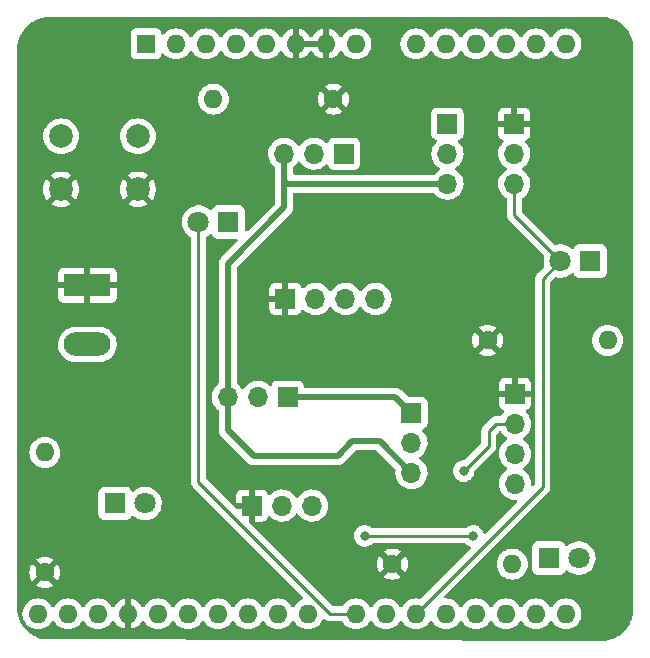
<source format=gbr>
%TF.GenerationSoftware,KiCad,Pcbnew,(6.0.7)*%
%TF.CreationDate,2022-08-21T17:21:21+03:00*%
%TF.ProjectId,ArduinoUnoHat,41726475-696e-46f5-956e-6f4861742e6b,rev?*%
%TF.SameCoordinates,Original*%
%TF.FileFunction,Copper,L1,Top*%
%TF.FilePolarity,Positive*%
%FSLAX46Y46*%
G04 Gerber Fmt 4.6, Leading zero omitted, Abs format (unit mm)*
G04 Created by KiCad (PCBNEW (6.0.7)) date 2022-08-21 17:21:21*
%MOMM*%
%LPD*%
G01*
G04 APERTURE LIST*
%TA.AperFunction,ComponentPad*%
%ADD10C,2.000000*%
%TD*%
%TA.AperFunction,ComponentPad*%
%ADD11O,1.600000X1.600000*%
%TD*%
%TA.AperFunction,ComponentPad*%
%ADD12C,1.600000*%
%TD*%
%TA.AperFunction,ComponentPad*%
%ADD13R,1.700000X1.700000*%
%TD*%
%TA.AperFunction,ComponentPad*%
%ADD14O,1.700000X1.700000*%
%TD*%
%TA.AperFunction,ComponentPad*%
%ADD15R,3.960000X1.980000*%
%TD*%
%TA.AperFunction,ComponentPad*%
%ADD16O,3.960000X1.980000*%
%TD*%
%TA.AperFunction,ComponentPad*%
%ADD17C,1.800000*%
%TD*%
%TA.AperFunction,ComponentPad*%
%ADD18R,1.800000X1.800000*%
%TD*%
%TA.AperFunction,ComponentPad*%
%ADD19R,1.600000X1.600000*%
%TD*%
%TA.AperFunction,ViaPad*%
%ADD20C,0.800000*%
%TD*%
%TA.AperFunction,Conductor*%
%ADD21C,0.500000*%
%TD*%
%TA.AperFunction,Conductor*%
%ADD22C,0.250000*%
%TD*%
G04 APERTURE END LIST*
D10*
%TO.P,SW1,2,2*%
%TO.N,GND*%
X133809600Y-92536400D03*
X140309600Y-92536400D03*
%TO.P,SW1,1,1*%
%TO.N,nReset*%
X140309600Y-88036400D03*
X133809600Y-88036400D03*
%TD*%
D11*
%TO.P,R4,2*%
%TO.N,Net-(D3-Pad1)*%
X180086000Y-105308400D03*
D12*
%TO.P,R4,1*%
%TO.N,GND*%
X169926000Y-105308400D03*
%TD*%
D11*
%TO.P,R3,2*%
%TO.N,Net-(D4-Pad1)*%
X132435600Y-114808000D03*
D12*
%TO.P,R3,1*%
%TO.N,GND*%
X132435600Y-124968000D03*
%TD*%
%TO.P,R2,1*%
%TO.N,GND*%
X161848800Y-124256800D03*
D11*
%TO.P,R2,2*%
%TO.N,Net-(D2-Pad1)*%
X172008800Y-124256800D03*
%TD*%
%TO.P,R1,2*%
%TO.N,Net-(D1-Pad1)*%
X146710400Y-84886800D03*
D12*
%TO.P,R1,1*%
%TO.N,GND*%
X156870400Y-84886800D03*
%TD*%
D13*
%TO.P,J9,1,Pin_1*%
%TO.N,+5V*%
X166522400Y-86969600D03*
D14*
%TO.P,J9,2,Pin_2*%
%TO.N,/Vdd_Tx1*%
X166522400Y-89509600D03*
%TO.P,J9,3,Pin_3*%
%TO.N,+3.3V*%
X166522400Y-92049600D03*
%TD*%
D13*
%TO.P,J8,1,Pin_1*%
%TO.N,+5V*%
X152994600Y-110083600D03*
D14*
%TO.P,J8,2,Pin_2*%
%TO.N,/Vdd_Tx0*%
X150454600Y-110083600D03*
%TO.P,J8,3,Pin_3*%
%TO.N,+3.3V*%
X147914600Y-110083600D03*
%TD*%
D13*
%TO.P,J7,1,Pin_1*%
%TO.N,GND*%
X172180800Y-86984600D03*
D14*
%TO.P,J7,2,Pin_2*%
%TO.N,/Vdd_Tx1*%
X172180800Y-89524600D03*
%TO.P,J7,3,Pin_3*%
%TO.N,Data_Tx1*%
X172180800Y-92064600D03*
%TD*%
D13*
%TO.P,J6,1,Pin_1*%
%TO.N,GND*%
X149976600Y-119303400D03*
D14*
%TO.P,J6,2,Pin_2*%
%TO.N,/Vdd_Tx0*%
X152516600Y-119303400D03*
%TO.P,J6,3,Pin_3*%
%TO.N,Data_Tx0*%
X155056600Y-119303400D03*
%TD*%
D13*
%TO.P,J5,1,Pin_1*%
%TO.N,+5V*%
X163474400Y-111455200D03*
D14*
%TO.P,J5,2,Pin_2*%
%TO.N,/Vdd_Rx1*%
X163474400Y-113995200D03*
%TO.P,J5,3,Pin_3*%
%TO.N,+3.3V*%
X163474400Y-116535200D03*
%TD*%
D13*
%TO.P,J4,1,Pin_1*%
%TO.N,+5V*%
X157769800Y-89509600D03*
D14*
%TO.P,J4,2,Pin_2*%
%TO.N,/Vdd_Rx0*%
X155229800Y-89509600D03*
%TO.P,J4,3,Pin_3*%
%TO.N,+3.3V*%
X152689800Y-89509600D03*
%TD*%
D13*
%TO.P,J3,1,Pin_1*%
%TO.N,GND*%
X172231600Y-109840400D03*
D14*
%TO.P,J3,2,Pin_2*%
%TO.N,Data_Rx1*%
X172231600Y-112380400D03*
%TO.P,J3,3,Pin_3*%
%TO.N,unconnected-(J3-Pad3)*%
X172231600Y-114920400D03*
%TO.P,J3,4,Pin_4*%
%TO.N,/Vdd_Rx1*%
X172231600Y-117460400D03*
%TD*%
%TO.P,J2,4,Pin_4*%
%TO.N,/Vdd_Rx0*%
X160426400Y-101803200D03*
%TO.P,J2,3,Pin_3*%
%TO.N,unconnected-(J2-Pad3)*%
X157886400Y-101803200D03*
%TO.P,J2,2,Pin_2*%
%TO.N,Data_Rx0*%
X155346400Y-101803200D03*
D13*
%TO.P,J2,1,Pin_1*%
%TO.N,GND*%
X152806400Y-101803200D03*
%TD*%
D15*
%TO.P,J1,1,Pin_1*%
%TO.N,GND*%
X136042400Y-100660200D03*
D16*
%TO.P,J1,2,Pin_2*%
%TO.N,VDD*%
X136042400Y-105660200D03*
%TD*%
D17*
%TO.P,D4,2,A*%
%TO.N,Data_Tx0*%
X140919200Y-119126000D03*
D18*
%TO.P,D4,1,K*%
%TO.N,Net-(D4-Pad1)*%
X138379200Y-119126000D03*
%TD*%
D17*
%TO.P,D3,2,A*%
%TO.N,Data_Tx1*%
X176077800Y-98602800D03*
D18*
%TO.P,D3,1,K*%
%TO.N,Net-(D3-Pad1)*%
X178617800Y-98602800D03*
%TD*%
D17*
%TO.P,D2,2,A*%
%TO.N,Data_Rx_Hb1*%
X177647600Y-123748800D03*
D18*
%TO.P,D2,1,K*%
%TO.N,Net-(D2-Pad1)*%
X175107600Y-123748800D03*
%TD*%
D17*
%TO.P,D1,2,A*%
%TO.N,Data_Rx_Hb0*%
X145440400Y-95300800D03*
D18*
%TO.P,D1,1,K*%
%TO.N,Net-(D1-Pad1)*%
X147980400Y-95300800D03*
%TD*%
D11*
%TO.P,A1,32,SCL/A5*%
%TO.N,unconnected-(A1-Pad32)*%
X131855400Y-128473200D03*
%TO.P,A1,31,SDA/A4*%
%TO.N,unconnected-(A1-Pad31)*%
X134395400Y-128473200D03*
%TO.P,A1,30,AREF*%
%TO.N,unconnected-(A1-Pad30)*%
X136935400Y-128473200D03*
%TO.P,A1,29,GND*%
%TO.N,GND*%
X139475400Y-128473200D03*
%TO.P,A1,28,D13*%
%TO.N,unconnected-(A1-Pad28)*%
X142015400Y-128473200D03*
%TO.P,A1,27,D12*%
%TO.N,unconnected-(A1-Pad27)*%
X144555400Y-128473200D03*
%TO.P,A1,26,D11*%
%TO.N,unconnected-(A1-Pad26)*%
X147095400Y-128473200D03*
%TO.P,A1,25,D10*%
%TO.N,unconnected-(A1-Pad25)*%
X149635400Y-128473200D03*
%TO.P,A1,24,D9*%
%TO.N,unconnected-(A1-Pad24)*%
X152175400Y-128473200D03*
%TO.P,A1,23,D8*%
%TO.N,Data_Rx_Hb1*%
X154715400Y-128473200D03*
%TO.P,A1,22,D7*%
%TO.N,Data_Rx_Hb0*%
X158775400Y-128473200D03*
%TO.P,A1,21,D6*%
%TO.N,unconnected-(A1-Pad21)*%
X161315400Y-128473200D03*
%TO.P,A1,20,D5*%
%TO.N,Data_Tx1*%
X163855400Y-128473200D03*
%TO.P,A1,19,D4*%
%TO.N,Data_Tx0*%
X166395400Y-128473200D03*
%TO.P,A1,18,D3*%
%TO.N,Data_Rx0*%
X168935400Y-128473200D03*
%TO.P,A1,17,D2*%
%TO.N,Data_Rx1*%
X171475400Y-128473200D03*
%TO.P,A1,16,D1/TX*%
%TO.N,unconnected-(A1-Pad16)*%
X174015400Y-128473200D03*
%TO.P,A1,15,D0/RX*%
%TO.N,unconnected-(A1-Pad15)*%
X176555400Y-128473200D03*
%TO.P,A1,14,SCL/A5*%
%TO.N,unconnected-(A1-Pad14)*%
X176555400Y-80213200D03*
%TO.P,A1,13,SDA/A4*%
%TO.N,unconnected-(A1-Pad13)*%
X174015400Y-80213200D03*
%TO.P,A1,12,A3*%
%TO.N,unconnected-(A1-Pad12)*%
X171475400Y-80213200D03*
%TO.P,A1,11,A2*%
%TO.N,unconnected-(A1-Pad11)*%
X168935400Y-80213200D03*
%TO.P,A1,10,A1*%
%TO.N,unconnected-(A1-Pad10)*%
X166395400Y-80213200D03*
%TO.P,A1,9,A0*%
%TO.N,unconnected-(A1-Pad9)*%
X163855400Y-80213200D03*
%TO.P,A1,8,VIN*%
%TO.N,VDD*%
X158775400Y-80213200D03*
%TO.P,A1,7,GND*%
%TO.N,GND*%
X156235400Y-80213200D03*
%TO.P,A1,6,GND*%
X153695400Y-80213200D03*
%TO.P,A1,5,+5V*%
%TO.N,+5V*%
X151155400Y-80213200D03*
%TO.P,A1,4,3V3*%
%TO.N,+3.3V*%
X148615400Y-80213200D03*
%TO.P,A1,3,~{RESET}*%
%TO.N,nReset*%
X146075400Y-80213200D03*
%TO.P,A1,2,IOREF*%
%TO.N,unconnected-(A1-Pad2)*%
X143535400Y-80213200D03*
D19*
%TO.P,A1,1,NC*%
%TO.N,unconnected-(A1-Pad1)*%
X140995400Y-80213200D03*
%TD*%
D20*
%TO.N,Data_Rx1*%
X167894000Y-116382800D03*
%TO.N,Data_Rx_Hb1*%
X159512000Y-121869200D03*
X168706800Y-121869200D03*
%TD*%
D21*
%TO.N,+5V*%
X152994600Y-110083600D02*
X162102800Y-110083600D01*
X162102800Y-110083600D02*
X163474400Y-111455200D01*
%TO.N,+3.3V*%
X147914600Y-110083600D02*
X147914600Y-112913400D01*
X147914600Y-112913400D02*
X150114000Y-115112800D01*
X150114000Y-115112800D02*
X157226000Y-115112800D01*
X157226000Y-115112800D02*
X158481000Y-113857800D01*
X158481000Y-113857800D02*
X160797000Y-113857800D01*
X160797000Y-113857800D02*
X163474400Y-116535200D01*
D22*
%TO.N,Data_Rx1*%
X170027600Y-114249200D02*
X170027600Y-112979200D01*
X170027600Y-112979200D02*
X170626400Y-112380400D01*
X167894000Y-116382800D02*
X170027600Y-114249200D01*
X170626400Y-112380400D02*
X172231600Y-112380400D01*
%TO.N,Data_Rx_Hb1*%
X159512000Y-121869200D02*
X168706800Y-121869200D01*
%TO.N,Data_Tx1*%
X172180800Y-92064600D02*
X172180800Y-94705800D01*
X172180800Y-94705800D02*
X176077800Y-98602800D01*
X163855400Y-128473200D02*
X174599600Y-117729000D01*
X174599600Y-117729000D02*
X174599600Y-100081000D01*
X174599600Y-100081000D02*
X176077800Y-98602800D01*
D21*
%TO.N,+3.3V*%
X152689800Y-89509600D02*
X152689800Y-91780600D01*
X152689800Y-91780600D02*
X152689800Y-94042083D01*
X166522400Y-92049600D02*
X152958800Y-92049600D01*
X152958800Y-92049600D02*
X152689800Y-91780600D01*
X152689800Y-94042083D02*
X147914600Y-98817283D01*
X147914600Y-98817283D02*
X147914600Y-110083600D01*
D22*
%TO.N,Data_Rx_Hb0*%
X145440400Y-95300800D02*
X145440400Y-117298644D01*
X145440400Y-117298644D02*
X156614956Y-128473200D01*
X156614956Y-128473200D02*
X158775400Y-128473200D01*
%TD*%
%TA.AperFunction,Conductor*%
%TO.N,GND*%
G36*
X179609172Y-77929763D02*
G01*
X179615496Y-77930922D01*
X179615498Y-77930922D01*
X179624323Y-77932539D01*
X179642470Y-77930658D01*
X179665819Y-77930414D01*
X179924177Y-77951740D01*
X179938050Y-77953666D01*
X180015353Y-77968819D01*
X180220115Y-78008959D01*
X180233678Y-78012410D01*
X180433790Y-78075363D01*
X180507864Y-78098666D01*
X180520970Y-78103605D01*
X180783887Y-78219759D01*
X180796363Y-78226122D01*
X181044760Y-78370735D01*
X181056454Y-78378444D01*
X181199590Y-78484667D01*
X181287271Y-78549736D01*
X181298032Y-78558691D01*
X181508411Y-78754543D01*
X181518114Y-78764639D01*
X181705461Y-78982635D01*
X181713971Y-78993729D01*
X181772331Y-79079269D01*
X181875967Y-79231171D01*
X181883205Y-79243161D01*
X182017841Y-79497104D01*
X182023704Y-79509824D01*
X182129327Y-79777151D01*
X182133741Y-79790443D01*
X182209038Y-80067820D01*
X182211951Y-80081520D01*
X182256000Y-80365564D01*
X182257373Y-80379502D01*
X182268116Y-80631286D01*
X182266468Y-80657659D01*
X182264834Y-80667327D01*
X182265882Y-80676239D01*
X182265882Y-80676241D01*
X182269038Y-80703078D01*
X182269900Y-80717793D01*
X182269900Y-127920750D01*
X182268685Y-127938204D01*
X182266023Y-127957237D01*
X182264673Y-127966887D01*
X182265975Y-127975769D01*
X182267289Y-127984735D01*
X182268515Y-128008191D01*
X182262377Y-128157250D01*
X182257474Y-128276322D01*
X182256081Y-128290522D01*
X182214350Y-128558552D01*
X182210489Y-128583347D01*
X182207500Y-128597295D01*
X182165597Y-128750030D01*
X182129091Y-128883090D01*
X182124545Y-128896609D01*
X182018844Y-129160429D01*
X182014320Y-129171720D01*
X182008273Y-129184639D01*
X181936657Y-129317500D01*
X181867658Y-129445506D01*
X181860187Y-129457663D01*
X181690983Y-129700954D01*
X181682188Y-129712187D01*
X181560458Y-129850700D01*
X181486548Y-129934800D01*
X181476537Y-129944967D01*
X181256993Y-130144024D01*
X181245896Y-130152994D01*
X181005248Y-130325957D01*
X180993216Y-130333611D01*
X180787245Y-130448790D01*
X180734555Y-130478254D01*
X180721727Y-130484502D01*
X180448374Y-130598971D01*
X180434922Y-130603728D01*
X180150378Y-130686559D01*
X180136481Y-130689764D01*
X179844383Y-130739892D01*
X179830213Y-130741505D01*
X179569520Y-130756290D01*
X179542998Y-130754991D01*
X179542353Y-130754890D01*
X179542344Y-130754890D01*
X179533476Y-130753509D01*
X179502776Y-130757524D01*
X179486106Y-130758586D01*
X132790285Y-130631834D01*
X132771240Y-130630334D01*
X132755548Y-130627890D01*
X132755544Y-130627890D01*
X132746676Y-130626509D01*
X132737774Y-130627673D01*
X132737772Y-130627673D01*
X132733464Y-130628237D01*
X132728680Y-130628862D01*
X132705283Y-130629728D01*
X132448908Y-130615331D01*
X132434876Y-130613750D01*
X132294448Y-130589890D01*
X132154024Y-130566030D01*
X132140249Y-130562886D01*
X131866509Y-130484023D01*
X131853172Y-130479356D01*
X131589982Y-130370339D01*
X131577252Y-130364208D01*
X131327932Y-130226414D01*
X131315968Y-130218897D01*
X131083638Y-130054051D01*
X131072590Y-130045241D01*
X130860176Y-129855415D01*
X130850185Y-129845424D01*
X130727764Y-129708436D01*
X130660358Y-129633008D01*
X130651549Y-129621962D01*
X130486703Y-129389632D01*
X130479186Y-129377668D01*
X130341392Y-129128348D01*
X130335261Y-129115618D01*
X130226244Y-128852428D01*
X130221577Y-128839091D01*
X130142714Y-128565351D01*
X130139570Y-128551576D01*
X130126253Y-128473200D01*
X130541902Y-128473200D01*
X130561857Y-128701287D01*
X130621116Y-128922443D01*
X130623439Y-128927424D01*
X130623439Y-128927425D01*
X130715551Y-129124962D01*
X130715554Y-129124967D01*
X130717877Y-129129949D01*
X130849202Y-129317500D01*
X131011100Y-129479398D01*
X131015608Y-129482555D01*
X131015611Y-129482557D01*
X131093789Y-129537298D01*
X131198651Y-129610723D01*
X131203633Y-129613046D01*
X131203638Y-129613049D01*
X131392153Y-129700954D01*
X131406157Y-129707484D01*
X131411465Y-129708906D01*
X131411467Y-129708907D01*
X131621998Y-129765319D01*
X131622000Y-129765319D01*
X131627313Y-129766743D01*
X131855400Y-129786698D01*
X132083487Y-129766743D01*
X132088800Y-129765319D01*
X132088802Y-129765319D01*
X132299333Y-129708907D01*
X132299335Y-129708906D01*
X132304643Y-129707484D01*
X132318647Y-129700954D01*
X132507162Y-129613049D01*
X132507167Y-129613046D01*
X132512149Y-129610723D01*
X132617011Y-129537298D01*
X132695189Y-129482557D01*
X132695192Y-129482555D01*
X132699700Y-129479398D01*
X132861598Y-129317500D01*
X132992923Y-129129949D01*
X132995246Y-129124967D01*
X132995249Y-129124962D01*
X133011205Y-129090743D01*
X133058122Y-129037458D01*
X133126399Y-129017997D01*
X133194359Y-129038539D01*
X133239595Y-129090743D01*
X133255551Y-129124962D01*
X133255554Y-129124967D01*
X133257877Y-129129949D01*
X133389202Y-129317500D01*
X133551100Y-129479398D01*
X133555608Y-129482555D01*
X133555611Y-129482557D01*
X133633789Y-129537298D01*
X133738651Y-129610723D01*
X133743633Y-129613046D01*
X133743638Y-129613049D01*
X133932153Y-129700954D01*
X133946157Y-129707484D01*
X133951465Y-129708906D01*
X133951467Y-129708907D01*
X134161998Y-129765319D01*
X134162000Y-129765319D01*
X134167313Y-129766743D01*
X134395400Y-129786698D01*
X134623487Y-129766743D01*
X134628800Y-129765319D01*
X134628802Y-129765319D01*
X134839333Y-129708907D01*
X134839335Y-129708906D01*
X134844643Y-129707484D01*
X134858647Y-129700954D01*
X135047162Y-129613049D01*
X135047167Y-129613046D01*
X135052149Y-129610723D01*
X135157011Y-129537298D01*
X135235189Y-129482557D01*
X135235192Y-129482555D01*
X135239700Y-129479398D01*
X135401598Y-129317500D01*
X135532923Y-129129949D01*
X135535246Y-129124967D01*
X135535249Y-129124962D01*
X135551205Y-129090743D01*
X135598122Y-129037458D01*
X135666399Y-129017997D01*
X135734359Y-129038539D01*
X135779595Y-129090743D01*
X135795551Y-129124962D01*
X135795554Y-129124967D01*
X135797877Y-129129949D01*
X135929202Y-129317500D01*
X136091100Y-129479398D01*
X136095608Y-129482555D01*
X136095611Y-129482557D01*
X136173789Y-129537298D01*
X136278651Y-129610723D01*
X136283633Y-129613046D01*
X136283638Y-129613049D01*
X136472153Y-129700954D01*
X136486157Y-129707484D01*
X136491465Y-129708906D01*
X136491467Y-129708907D01*
X136701998Y-129765319D01*
X136702000Y-129765319D01*
X136707313Y-129766743D01*
X136935400Y-129786698D01*
X137163487Y-129766743D01*
X137168800Y-129765319D01*
X137168802Y-129765319D01*
X137379333Y-129708907D01*
X137379335Y-129708906D01*
X137384643Y-129707484D01*
X137398647Y-129700954D01*
X137587162Y-129613049D01*
X137587167Y-129613046D01*
X137592149Y-129610723D01*
X137697011Y-129537298D01*
X137775189Y-129482557D01*
X137775192Y-129482555D01*
X137779700Y-129479398D01*
X137941598Y-129317500D01*
X138072923Y-129129949D01*
X138075246Y-129124967D01*
X138075249Y-129124962D01*
X138091481Y-129090151D01*
X138138398Y-129036866D01*
X138206675Y-129017405D01*
X138274635Y-129037947D01*
X138319871Y-129090151D01*
X138335986Y-129124711D01*
X138341469Y-129134207D01*
X138466428Y-129312667D01*
X138473484Y-129321075D01*
X138627525Y-129475116D01*
X138635933Y-129482172D01*
X138814393Y-129607131D01*
X138823889Y-129612614D01*
X139021347Y-129704690D01*
X139031639Y-129708436D01*
X139203903Y-129754594D01*
X139217999Y-129754258D01*
X139221400Y-129746316D01*
X139221400Y-129741167D01*
X139729400Y-129741167D01*
X139733373Y-129754698D01*
X139741922Y-129755927D01*
X139919161Y-129708436D01*
X139929453Y-129704690D01*
X140126911Y-129612614D01*
X140136407Y-129607131D01*
X140314867Y-129482172D01*
X140323275Y-129475116D01*
X140477316Y-129321075D01*
X140484372Y-129312667D01*
X140609331Y-129134207D01*
X140614814Y-129124711D01*
X140630929Y-129090151D01*
X140677846Y-129036866D01*
X140746123Y-129017405D01*
X140814083Y-129037947D01*
X140859319Y-129090151D01*
X140875551Y-129124962D01*
X140875554Y-129124967D01*
X140877877Y-129129949D01*
X141009202Y-129317500D01*
X141171100Y-129479398D01*
X141175608Y-129482555D01*
X141175611Y-129482557D01*
X141253789Y-129537298D01*
X141358651Y-129610723D01*
X141363633Y-129613046D01*
X141363638Y-129613049D01*
X141552153Y-129700954D01*
X141566157Y-129707484D01*
X141571465Y-129708906D01*
X141571467Y-129708907D01*
X141781998Y-129765319D01*
X141782000Y-129765319D01*
X141787313Y-129766743D01*
X142015400Y-129786698D01*
X142243487Y-129766743D01*
X142248800Y-129765319D01*
X142248802Y-129765319D01*
X142459333Y-129708907D01*
X142459335Y-129708906D01*
X142464643Y-129707484D01*
X142478647Y-129700954D01*
X142667162Y-129613049D01*
X142667167Y-129613046D01*
X142672149Y-129610723D01*
X142777011Y-129537298D01*
X142855189Y-129482557D01*
X142855192Y-129482555D01*
X142859700Y-129479398D01*
X143021598Y-129317500D01*
X143152923Y-129129949D01*
X143155246Y-129124967D01*
X143155249Y-129124962D01*
X143171205Y-129090743D01*
X143218122Y-129037458D01*
X143286399Y-129017997D01*
X143354359Y-129038539D01*
X143399595Y-129090743D01*
X143415551Y-129124962D01*
X143415554Y-129124967D01*
X143417877Y-129129949D01*
X143549202Y-129317500D01*
X143711100Y-129479398D01*
X143715608Y-129482555D01*
X143715611Y-129482557D01*
X143793789Y-129537298D01*
X143898651Y-129610723D01*
X143903633Y-129613046D01*
X143903638Y-129613049D01*
X144092153Y-129700954D01*
X144106157Y-129707484D01*
X144111465Y-129708906D01*
X144111467Y-129708907D01*
X144321998Y-129765319D01*
X144322000Y-129765319D01*
X144327313Y-129766743D01*
X144555400Y-129786698D01*
X144783487Y-129766743D01*
X144788800Y-129765319D01*
X144788802Y-129765319D01*
X144999333Y-129708907D01*
X144999335Y-129708906D01*
X145004643Y-129707484D01*
X145018647Y-129700954D01*
X145207162Y-129613049D01*
X145207167Y-129613046D01*
X145212149Y-129610723D01*
X145317011Y-129537298D01*
X145395189Y-129482557D01*
X145395192Y-129482555D01*
X145399700Y-129479398D01*
X145561598Y-129317500D01*
X145692923Y-129129949D01*
X145695246Y-129124967D01*
X145695249Y-129124962D01*
X145711205Y-129090743D01*
X145758122Y-129037458D01*
X145826399Y-129017997D01*
X145894359Y-129038539D01*
X145939595Y-129090743D01*
X145955551Y-129124962D01*
X145955554Y-129124967D01*
X145957877Y-129129949D01*
X146089202Y-129317500D01*
X146251100Y-129479398D01*
X146255608Y-129482555D01*
X146255611Y-129482557D01*
X146333789Y-129537298D01*
X146438651Y-129610723D01*
X146443633Y-129613046D01*
X146443638Y-129613049D01*
X146632153Y-129700954D01*
X146646157Y-129707484D01*
X146651465Y-129708906D01*
X146651467Y-129708907D01*
X146861998Y-129765319D01*
X146862000Y-129765319D01*
X146867313Y-129766743D01*
X147095400Y-129786698D01*
X147323487Y-129766743D01*
X147328800Y-129765319D01*
X147328802Y-129765319D01*
X147539333Y-129708907D01*
X147539335Y-129708906D01*
X147544643Y-129707484D01*
X147558647Y-129700954D01*
X147747162Y-129613049D01*
X147747167Y-129613046D01*
X147752149Y-129610723D01*
X147857011Y-129537298D01*
X147935189Y-129482557D01*
X147935192Y-129482555D01*
X147939700Y-129479398D01*
X148101598Y-129317500D01*
X148232923Y-129129949D01*
X148235246Y-129124967D01*
X148235249Y-129124962D01*
X148251205Y-129090743D01*
X148298122Y-129037458D01*
X148366399Y-129017997D01*
X148434359Y-129038539D01*
X148479595Y-129090743D01*
X148495551Y-129124962D01*
X148495554Y-129124967D01*
X148497877Y-129129949D01*
X148629202Y-129317500D01*
X148791100Y-129479398D01*
X148795608Y-129482555D01*
X148795611Y-129482557D01*
X148873789Y-129537298D01*
X148978651Y-129610723D01*
X148983633Y-129613046D01*
X148983638Y-129613049D01*
X149172153Y-129700954D01*
X149186157Y-129707484D01*
X149191465Y-129708906D01*
X149191467Y-129708907D01*
X149401998Y-129765319D01*
X149402000Y-129765319D01*
X149407313Y-129766743D01*
X149635400Y-129786698D01*
X149863487Y-129766743D01*
X149868800Y-129765319D01*
X149868802Y-129765319D01*
X150079333Y-129708907D01*
X150079335Y-129708906D01*
X150084643Y-129707484D01*
X150098647Y-129700954D01*
X150287162Y-129613049D01*
X150287167Y-129613046D01*
X150292149Y-129610723D01*
X150397011Y-129537298D01*
X150475189Y-129482557D01*
X150475192Y-129482555D01*
X150479700Y-129479398D01*
X150641598Y-129317500D01*
X150772923Y-129129949D01*
X150775246Y-129124967D01*
X150775249Y-129124962D01*
X150791205Y-129090743D01*
X150838122Y-129037458D01*
X150906399Y-129017997D01*
X150974359Y-129038539D01*
X151019595Y-129090743D01*
X151035551Y-129124962D01*
X151035554Y-129124967D01*
X151037877Y-129129949D01*
X151169202Y-129317500D01*
X151331100Y-129479398D01*
X151335608Y-129482555D01*
X151335611Y-129482557D01*
X151413789Y-129537298D01*
X151518651Y-129610723D01*
X151523633Y-129613046D01*
X151523638Y-129613049D01*
X151712153Y-129700954D01*
X151726157Y-129707484D01*
X151731465Y-129708906D01*
X151731467Y-129708907D01*
X151941998Y-129765319D01*
X151942000Y-129765319D01*
X151947313Y-129766743D01*
X152175400Y-129786698D01*
X152403487Y-129766743D01*
X152408800Y-129765319D01*
X152408802Y-129765319D01*
X152619333Y-129708907D01*
X152619335Y-129708906D01*
X152624643Y-129707484D01*
X152638647Y-129700954D01*
X152827162Y-129613049D01*
X152827167Y-129613046D01*
X152832149Y-129610723D01*
X152937011Y-129537298D01*
X153015189Y-129482557D01*
X153015192Y-129482555D01*
X153019700Y-129479398D01*
X153181598Y-129317500D01*
X153312923Y-129129949D01*
X153315246Y-129124967D01*
X153315249Y-129124962D01*
X153331205Y-129090743D01*
X153378122Y-129037458D01*
X153446399Y-129017997D01*
X153514359Y-129038539D01*
X153559595Y-129090743D01*
X153575551Y-129124962D01*
X153575554Y-129124967D01*
X153577877Y-129129949D01*
X153709202Y-129317500D01*
X153871100Y-129479398D01*
X153875608Y-129482555D01*
X153875611Y-129482557D01*
X153953789Y-129537298D01*
X154058651Y-129610723D01*
X154063633Y-129613046D01*
X154063638Y-129613049D01*
X154252153Y-129700954D01*
X154266157Y-129707484D01*
X154271465Y-129708906D01*
X154271467Y-129708907D01*
X154481998Y-129765319D01*
X154482000Y-129765319D01*
X154487313Y-129766743D01*
X154715400Y-129786698D01*
X154943487Y-129766743D01*
X154948800Y-129765319D01*
X154948802Y-129765319D01*
X155159333Y-129708907D01*
X155159335Y-129708906D01*
X155164643Y-129707484D01*
X155178647Y-129700954D01*
X155367162Y-129613049D01*
X155367167Y-129613046D01*
X155372149Y-129610723D01*
X155477011Y-129537298D01*
X155555189Y-129482557D01*
X155555192Y-129482555D01*
X155559700Y-129479398D01*
X155721598Y-129317500D01*
X155852923Y-129129949D01*
X155855246Y-129124967D01*
X155855249Y-129124962D01*
X155942584Y-128937670D01*
X155989501Y-128884385D01*
X156057778Y-128864924D01*
X156125738Y-128885466D01*
X156143029Y-128899068D01*
X156172623Y-128926858D01*
X156175465Y-128929613D01*
X156195187Y-128949335D01*
X156198311Y-128951758D01*
X156198315Y-128951762D01*
X156198380Y-128951812D01*
X156207401Y-128959517D01*
X156239635Y-128989786D01*
X156246583Y-128993605D01*
X156246585Y-128993607D01*
X156257388Y-128999546D01*
X156273915Y-129010402D01*
X156283654Y-129017957D01*
X156283656Y-129017958D01*
X156289916Y-129022814D01*
X156330496Y-129040374D01*
X156341144Y-129045591D01*
X156372804Y-129062996D01*
X156379896Y-129066895D01*
X156387572Y-129068866D01*
X156387575Y-129068867D01*
X156399518Y-129071933D01*
X156418223Y-129078337D01*
X156436811Y-129086381D01*
X156444634Y-129087620D01*
X156444644Y-129087623D01*
X156480480Y-129093299D01*
X156492100Y-129095705D01*
X156527245Y-129104728D01*
X156534926Y-129106700D01*
X156555180Y-129106700D01*
X156574890Y-129108251D01*
X156594899Y-129111420D01*
X156602791Y-129110674D01*
X156638917Y-129107259D01*
X156650775Y-129106700D01*
X157556006Y-129106700D01*
X157624127Y-129126702D01*
X157659219Y-129160429D01*
X157769202Y-129317500D01*
X157931100Y-129479398D01*
X157935608Y-129482555D01*
X157935611Y-129482557D01*
X158013789Y-129537298D01*
X158118651Y-129610723D01*
X158123633Y-129613046D01*
X158123638Y-129613049D01*
X158312153Y-129700954D01*
X158326157Y-129707484D01*
X158331465Y-129708906D01*
X158331467Y-129708907D01*
X158541998Y-129765319D01*
X158542000Y-129765319D01*
X158547313Y-129766743D01*
X158775400Y-129786698D01*
X159003487Y-129766743D01*
X159008800Y-129765319D01*
X159008802Y-129765319D01*
X159219333Y-129708907D01*
X159219335Y-129708906D01*
X159224643Y-129707484D01*
X159238647Y-129700954D01*
X159427162Y-129613049D01*
X159427167Y-129613046D01*
X159432149Y-129610723D01*
X159537011Y-129537298D01*
X159615189Y-129482557D01*
X159615192Y-129482555D01*
X159619700Y-129479398D01*
X159781598Y-129317500D01*
X159912923Y-129129949D01*
X159915246Y-129124967D01*
X159915249Y-129124962D01*
X159931205Y-129090743D01*
X159978122Y-129037458D01*
X160046399Y-129017997D01*
X160114359Y-129038539D01*
X160159595Y-129090743D01*
X160175551Y-129124962D01*
X160175554Y-129124967D01*
X160177877Y-129129949D01*
X160309202Y-129317500D01*
X160471100Y-129479398D01*
X160475608Y-129482555D01*
X160475611Y-129482557D01*
X160553789Y-129537298D01*
X160658651Y-129610723D01*
X160663633Y-129613046D01*
X160663638Y-129613049D01*
X160852153Y-129700954D01*
X160866157Y-129707484D01*
X160871465Y-129708906D01*
X160871467Y-129708907D01*
X161081998Y-129765319D01*
X161082000Y-129765319D01*
X161087313Y-129766743D01*
X161315400Y-129786698D01*
X161543487Y-129766743D01*
X161548800Y-129765319D01*
X161548802Y-129765319D01*
X161759333Y-129708907D01*
X161759335Y-129708906D01*
X161764643Y-129707484D01*
X161778647Y-129700954D01*
X161967162Y-129613049D01*
X161967167Y-129613046D01*
X161972149Y-129610723D01*
X162077011Y-129537298D01*
X162155189Y-129482557D01*
X162155192Y-129482555D01*
X162159700Y-129479398D01*
X162321598Y-129317500D01*
X162452923Y-129129949D01*
X162455246Y-129124967D01*
X162455249Y-129124962D01*
X162471205Y-129090743D01*
X162518122Y-129037458D01*
X162586399Y-129017997D01*
X162654359Y-129038539D01*
X162699595Y-129090743D01*
X162715551Y-129124962D01*
X162715554Y-129124967D01*
X162717877Y-129129949D01*
X162849202Y-129317500D01*
X163011100Y-129479398D01*
X163015608Y-129482555D01*
X163015611Y-129482557D01*
X163093789Y-129537298D01*
X163198651Y-129610723D01*
X163203633Y-129613046D01*
X163203638Y-129613049D01*
X163392153Y-129700954D01*
X163406157Y-129707484D01*
X163411465Y-129708906D01*
X163411467Y-129708907D01*
X163621998Y-129765319D01*
X163622000Y-129765319D01*
X163627313Y-129766743D01*
X163855400Y-129786698D01*
X164083487Y-129766743D01*
X164088800Y-129765319D01*
X164088802Y-129765319D01*
X164299333Y-129708907D01*
X164299335Y-129708906D01*
X164304643Y-129707484D01*
X164318647Y-129700954D01*
X164507162Y-129613049D01*
X164507167Y-129613046D01*
X164512149Y-129610723D01*
X164617011Y-129537298D01*
X164695189Y-129482557D01*
X164695192Y-129482555D01*
X164699700Y-129479398D01*
X164861598Y-129317500D01*
X164992923Y-129129949D01*
X164995246Y-129124967D01*
X164995249Y-129124962D01*
X165011205Y-129090743D01*
X165058122Y-129037458D01*
X165126399Y-129017997D01*
X165194359Y-129038539D01*
X165239595Y-129090743D01*
X165255551Y-129124962D01*
X165255554Y-129124967D01*
X165257877Y-129129949D01*
X165389202Y-129317500D01*
X165551100Y-129479398D01*
X165555608Y-129482555D01*
X165555611Y-129482557D01*
X165633789Y-129537298D01*
X165738651Y-129610723D01*
X165743633Y-129613046D01*
X165743638Y-129613049D01*
X165932153Y-129700954D01*
X165946157Y-129707484D01*
X165951465Y-129708906D01*
X165951467Y-129708907D01*
X166161998Y-129765319D01*
X166162000Y-129765319D01*
X166167313Y-129766743D01*
X166395400Y-129786698D01*
X166623487Y-129766743D01*
X166628800Y-129765319D01*
X166628802Y-129765319D01*
X166839333Y-129708907D01*
X166839335Y-129708906D01*
X166844643Y-129707484D01*
X166858647Y-129700954D01*
X167047162Y-129613049D01*
X167047167Y-129613046D01*
X167052149Y-129610723D01*
X167157011Y-129537298D01*
X167235189Y-129482557D01*
X167235192Y-129482555D01*
X167239700Y-129479398D01*
X167401598Y-129317500D01*
X167532923Y-129129949D01*
X167535246Y-129124967D01*
X167535249Y-129124962D01*
X167551205Y-129090743D01*
X167598122Y-129037458D01*
X167666399Y-129017997D01*
X167734359Y-129038539D01*
X167779595Y-129090743D01*
X167795551Y-129124962D01*
X167795554Y-129124967D01*
X167797877Y-129129949D01*
X167929202Y-129317500D01*
X168091100Y-129479398D01*
X168095608Y-129482555D01*
X168095611Y-129482557D01*
X168173789Y-129537298D01*
X168278651Y-129610723D01*
X168283633Y-129613046D01*
X168283638Y-129613049D01*
X168472153Y-129700954D01*
X168486157Y-129707484D01*
X168491465Y-129708906D01*
X168491467Y-129708907D01*
X168701998Y-129765319D01*
X168702000Y-129765319D01*
X168707313Y-129766743D01*
X168935400Y-129786698D01*
X169163487Y-129766743D01*
X169168800Y-129765319D01*
X169168802Y-129765319D01*
X169379333Y-129708907D01*
X169379335Y-129708906D01*
X169384643Y-129707484D01*
X169398647Y-129700954D01*
X169587162Y-129613049D01*
X169587167Y-129613046D01*
X169592149Y-129610723D01*
X169697011Y-129537298D01*
X169775189Y-129482557D01*
X169775192Y-129482555D01*
X169779700Y-129479398D01*
X169941598Y-129317500D01*
X170072923Y-129129949D01*
X170075246Y-129124967D01*
X170075249Y-129124962D01*
X170091205Y-129090743D01*
X170138122Y-129037458D01*
X170206399Y-129017997D01*
X170274359Y-129038539D01*
X170319595Y-129090743D01*
X170335551Y-129124962D01*
X170335554Y-129124967D01*
X170337877Y-129129949D01*
X170469202Y-129317500D01*
X170631100Y-129479398D01*
X170635608Y-129482555D01*
X170635611Y-129482557D01*
X170713789Y-129537298D01*
X170818651Y-129610723D01*
X170823633Y-129613046D01*
X170823638Y-129613049D01*
X171012153Y-129700954D01*
X171026157Y-129707484D01*
X171031465Y-129708906D01*
X171031467Y-129708907D01*
X171241998Y-129765319D01*
X171242000Y-129765319D01*
X171247313Y-129766743D01*
X171475400Y-129786698D01*
X171703487Y-129766743D01*
X171708800Y-129765319D01*
X171708802Y-129765319D01*
X171919333Y-129708907D01*
X171919335Y-129708906D01*
X171924643Y-129707484D01*
X171938647Y-129700954D01*
X172127162Y-129613049D01*
X172127167Y-129613046D01*
X172132149Y-129610723D01*
X172237011Y-129537298D01*
X172315189Y-129482557D01*
X172315192Y-129482555D01*
X172319700Y-129479398D01*
X172481598Y-129317500D01*
X172612923Y-129129949D01*
X172615246Y-129124967D01*
X172615249Y-129124962D01*
X172631205Y-129090743D01*
X172678122Y-129037458D01*
X172746399Y-129017997D01*
X172814359Y-129038539D01*
X172859595Y-129090743D01*
X172875551Y-129124962D01*
X172875554Y-129124967D01*
X172877877Y-129129949D01*
X173009202Y-129317500D01*
X173171100Y-129479398D01*
X173175608Y-129482555D01*
X173175611Y-129482557D01*
X173253789Y-129537298D01*
X173358651Y-129610723D01*
X173363633Y-129613046D01*
X173363638Y-129613049D01*
X173552153Y-129700954D01*
X173566157Y-129707484D01*
X173571465Y-129708906D01*
X173571467Y-129708907D01*
X173781998Y-129765319D01*
X173782000Y-129765319D01*
X173787313Y-129766743D01*
X174015400Y-129786698D01*
X174243487Y-129766743D01*
X174248800Y-129765319D01*
X174248802Y-129765319D01*
X174459333Y-129708907D01*
X174459335Y-129708906D01*
X174464643Y-129707484D01*
X174478647Y-129700954D01*
X174667162Y-129613049D01*
X174667167Y-129613046D01*
X174672149Y-129610723D01*
X174777011Y-129537298D01*
X174855189Y-129482557D01*
X174855192Y-129482555D01*
X174859700Y-129479398D01*
X175021598Y-129317500D01*
X175152923Y-129129949D01*
X175155246Y-129124967D01*
X175155249Y-129124962D01*
X175171205Y-129090743D01*
X175218122Y-129037458D01*
X175286399Y-129017997D01*
X175354359Y-129038539D01*
X175399595Y-129090743D01*
X175415551Y-129124962D01*
X175415554Y-129124967D01*
X175417877Y-129129949D01*
X175549202Y-129317500D01*
X175711100Y-129479398D01*
X175715608Y-129482555D01*
X175715611Y-129482557D01*
X175793789Y-129537298D01*
X175898651Y-129610723D01*
X175903633Y-129613046D01*
X175903638Y-129613049D01*
X176092153Y-129700954D01*
X176106157Y-129707484D01*
X176111465Y-129708906D01*
X176111467Y-129708907D01*
X176321998Y-129765319D01*
X176322000Y-129765319D01*
X176327313Y-129766743D01*
X176555400Y-129786698D01*
X176783487Y-129766743D01*
X176788800Y-129765319D01*
X176788802Y-129765319D01*
X176999333Y-129708907D01*
X176999335Y-129708906D01*
X177004643Y-129707484D01*
X177018647Y-129700954D01*
X177207162Y-129613049D01*
X177207167Y-129613046D01*
X177212149Y-129610723D01*
X177317011Y-129537298D01*
X177395189Y-129482557D01*
X177395192Y-129482555D01*
X177399700Y-129479398D01*
X177561598Y-129317500D01*
X177692923Y-129129949D01*
X177695246Y-129124967D01*
X177695249Y-129124962D01*
X177787361Y-128927425D01*
X177787361Y-128927424D01*
X177789684Y-128922443D01*
X177848943Y-128701287D01*
X177868898Y-128473200D01*
X177848943Y-128245113D01*
X177789684Y-128023957D01*
X177768442Y-127978403D01*
X177695249Y-127821438D01*
X177695246Y-127821433D01*
X177692923Y-127816451D01*
X177561598Y-127628900D01*
X177399700Y-127467002D01*
X177395192Y-127463845D01*
X177395189Y-127463843D01*
X177317011Y-127409102D01*
X177212149Y-127335677D01*
X177207167Y-127333354D01*
X177207162Y-127333351D01*
X177009625Y-127241239D01*
X177009624Y-127241239D01*
X177004643Y-127238916D01*
X176999335Y-127237494D01*
X176999333Y-127237493D01*
X176788802Y-127181081D01*
X176788800Y-127181081D01*
X176783487Y-127179657D01*
X176555400Y-127159702D01*
X176327313Y-127179657D01*
X176322000Y-127181081D01*
X176321998Y-127181081D01*
X176111467Y-127237493D01*
X176111465Y-127237494D01*
X176106157Y-127238916D01*
X176101176Y-127241239D01*
X176101175Y-127241239D01*
X175903638Y-127333351D01*
X175903633Y-127333354D01*
X175898651Y-127335677D01*
X175793789Y-127409102D01*
X175715611Y-127463843D01*
X175715608Y-127463845D01*
X175711100Y-127467002D01*
X175549202Y-127628900D01*
X175417877Y-127816451D01*
X175415554Y-127821433D01*
X175415551Y-127821438D01*
X175399595Y-127855657D01*
X175352678Y-127908942D01*
X175284401Y-127928403D01*
X175216441Y-127907861D01*
X175171205Y-127855657D01*
X175155249Y-127821438D01*
X175155246Y-127821433D01*
X175152923Y-127816451D01*
X175021598Y-127628900D01*
X174859700Y-127467002D01*
X174855192Y-127463845D01*
X174855189Y-127463843D01*
X174777011Y-127409102D01*
X174672149Y-127335677D01*
X174667167Y-127333354D01*
X174667162Y-127333351D01*
X174469625Y-127241239D01*
X174469624Y-127241239D01*
X174464643Y-127238916D01*
X174459335Y-127237494D01*
X174459333Y-127237493D01*
X174248802Y-127181081D01*
X174248800Y-127181081D01*
X174243487Y-127179657D01*
X174015400Y-127159702D01*
X173787313Y-127179657D01*
X173782000Y-127181081D01*
X173781998Y-127181081D01*
X173571467Y-127237493D01*
X173571465Y-127237494D01*
X173566157Y-127238916D01*
X173561176Y-127241239D01*
X173561175Y-127241239D01*
X173363638Y-127333351D01*
X173363633Y-127333354D01*
X173358651Y-127335677D01*
X173253789Y-127409102D01*
X173175611Y-127463843D01*
X173175608Y-127463845D01*
X173171100Y-127467002D01*
X173009202Y-127628900D01*
X172877877Y-127816451D01*
X172875554Y-127821433D01*
X172875551Y-127821438D01*
X172859595Y-127855657D01*
X172812678Y-127908942D01*
X172744401Y-127928403D01*
X172676441Y-127907861D01*
X172631205Y-127855657D01*
X172615249Y-127821438D01*
X172615246Y-127821433D01*
X172612923Y-127816451D01*
X172481598Y-127628900D01*
X172319700Y-127467002D01*
X172315192Y-127463845D01*
X172315189Y-127463843D01*
X172237011Y-127409102D01*
X172132149Y-127335677D01*
X172127167Y-127333354D01*
X172127162Y-127333351D01*
X171929625Y-127241239D01*
X171929624Y-127241239D01*
X171924643Y-127238916D01*
X171919335Y-127237494D01*
X171919333Y-127237493D01*
X171708802Y-127181081D01*
X171708800Y-127181081D01*
X171703487Y-127179657D01*
X171475400Y-127159702D01*
X171247313Y-127179657D01*
X171242000Y-127181081D01*
X171241998Y-127181081D01*
X171031467Y-127237493D01*
X171031465Y-127237494D01*
X171026157Y-127238916D01*
X171021176Y-127241239D01*
X171021175Y-127241239D01*
X170823638Y-127333351D01*
X170823633Y-127333354D01*
X170818651Y-127335677D01*
X170713789Y-127409102D01*
X170635611Y-127463843D01*
X170635608Y-127463845D01*
X170631100Y-127467002D01*
X170469202Y-127628900D01*
X170337877Y-127816451D01*
X170335554Y-127821433D01*
X170335551Y-127821438D01*
X170319595Y-127855657D01*
X170272678Y-127908942D01*
X170204401Y-127928403D01*
X170136441Y-127907861D01*
X170091205Y-127855657D01*
X170075249Y-127821438D01*
X170075246Y-127821433D01*
X170072923Y-127816451D01*
X169941598Y-127628900D01*
X169779700Y-127467002D01*
X169775192Y-127463845D01*
X169775189Y-127463843D01*
X169697011Y-127409102D01*
X169592149Y-127335677D01*
X169587167Y-127333354D01*
X169587162Y-127333351D01*
X169389625Y-127241239D01*
X169389624Y-127241239D01*
X169384643Y-127238916D01*
X169379335Y-127237494D01*
X169379333Y-127237493D01*
X169168802Y-127181081D01*
X169168800Y-127181081D01*
X169163487Y-127179657D01*
X168935400Y-127159702D01*
X168707313Y-127179657D01*
X168702000Y-127181081D01*
X168701998Y-127181081D01*
X168491467Y-127237493D01*
X168491465Y-127237494D01*
X168486157Y-127238916D01*
X168481176Y-127241239D01*
X168481175Y-127241239D01*
X168283638Y-127333351D01*
X168283633Y-127333354D01*
X168278651Y-127335677D01*
X168173789Y-127409102D01*
X168095611Y-127463843D01*
X168095608Y-127463845D01*
X168091100Y-127467002D01*
X167929202Y-127628900D01*
X167797877Y-127816451D01*
X167795554Y-127821433D01*
X167795551Y-127821438D01*
X167779595Y-127855657D01*
X167732678Y-127908942D01*
X167664401Y-127928403D01*
X167596441Y-127907861D01*
X167551205Y-127855657D01*
X167535249Y-127821438D01*
X167535246Y-127821433D01*
X167532923Y-127816451D01*
X167401598Y-127628900D01*
X167239700Y-127467002D01*
X167235192Y-127463845D01*
X167235189Y-127463843D01*
X167157011Y-127409102D01*
X167052149Y-127335677D01*
X167047167Y-127333354D01*
X167047162Y-127333351D01*
X166849625Y-127241239D01*
X166849624Y-127241239D01*
X166844643Y-127238916D01*
X166839335Y-127237494D01*
X166839333Y-127237493D01*
X166628802Y-127181081D01*
X166628800Y-127181081D01*
X166623487Y-127179657D01*
X166395400Y-127159702D01*
X166389925Y-127160181D01*
X166389914Y-127160181D01*
X166377970Y-127161226D01*
X166308365Y-127147238D01*
X166257373Y-127097839D01*
X166241182Y-127028713D01*
X166264934Y-126961807D01*
X166277893Y-126946611D01*
X168967704Y-124256800D01*
X170695302Y-124256800D01*
X170715257Y-124484887D01*
X170716681Y-124490200D01*
X170716681Y-124490202D01*
X170771160Y-124693517D01*
X170774516Y-124706043D01*
X170776839Y-124711024D01*
X170776839Y-124711025D01*
X170868951Y-124908562D01*
X170868954Y-124908567D01*
X170871277Y-124913549D01*
X170910112Y-124969011D01*
X170997651Y-125094029D01*
X171002602Y-125101100D01*
X171164500Y-125262998D01*
X171169008Y-125266155D01*
X171169011Y-125266157D01*
X171247189Y-125320898D01*
X171352051Y-125394323D01*
X171357033Y-125396646D01*
X171357038Y-125396649D01*
X171553565Y-125488290D01*
X171559557Y-125491084D01*
X171564865Y-125492506D01*
X171564867Y-125492507D01*
X171775398Y-125548919D01*
X171775400Y-125548919D01*
X171780713Y-125550343D01*
X172008800Y-125570298D01*
X172236887Y-125550343D01*
X172242200Y-125548919D01*
X172242202Y-125548919D01*
X172452733Y-125492507D01*
X172452735Y-125492506D01*
X172458043Y-125491084D01*
X172464035Y-125488290D01*
X172660562Y-125396649D01*
X172660567Y-125396646D01*
X172665549Y-125394323D01*
X172770411Y-125320898D01*
X172848589Y-125266157D01*
X172848592Y-125266155D01*
X172853100Y-125262998D01*
X173014998Y-125101100D01*
X173019950Y-125094029D01*
X173107488Y-124969011D01*
X173146323Y-124913549D01*
X173148646Y-124908567D01*
X173148649Y-124908562D01*
X173240761Y-124711025D01*
X173240761Y-124711024D01*
X173243084Y-124706043D01*
X173245525Y-124696934D01*
X173699100Y-124696934D01*
X173705855Y-124759116D01*
X173756985Y-124895505D01*
X173844339Y-125012061D01*
X173960895Y-125099415D01*
X174097284Y-125150545D01*
X174159466Y-125157300D01*
X176055734Y-125157300D01*
X176117916Y-125150545D01*
X176254305Y-125099415D01*
X176370861Y-125012061D01*
X176458215Y-124895505D01*
X176482780Y-124829978D01*
X176525422Y-124773214D01*
X176591983Y-124748514D01*
X176661332Y-124763721D01*
X176681247Y-124777264D01*
X176746324Y-124831292D01*
X176836949Y-124906530D01*
X177036922Y-125023384D01*
X177253294Y-125106009D01*
X177258360Y-125107040D01*
X177258361Y-125107040D01*
X177311446Y-125117840D01*
X177480256Y-125152185D01*
X177609689Y-125156931D01*
X177706549Y-125160483D01*
X177706553Y-125160483D01*
X177711713Y-125160672D01*
X177716833Y-125160016D01*
X177716835Y-125160016D01*
X177790766Y-125150545D01*
X177941447Y-125131242D01*
X177946395Y-125129757D01*
X177946402Y-125129756D01*
X178158347Y-125066169D01*
X178163290Y-125064686D01*
X178243836Y-125025227D01*
X178366649Y-124965062D01*
X178366652Y-124965060D01*
X178371284Y-124962791D01*
X178559843Y-124828294D01*
X178723903Y-124664805D01*
X178859058Y-124476717D01*
X178961678Y-124269080D01*
X179029008Y-124047471D01*
X179059240Y-123817841D01*
X179060927Y-123748800D01*
X179044069Y-123543752D01*
X179042373Y-123523118D01*
X179042372Y-123523112D01*
X179041949Y-123517967D01*
X178985525Y-123293333D01*
X178983466Y-123288597D01*
X178895230Y-123085668D01*
X178895228Y-123085665D01*
X178893170Y-123080931D01*
X178767364Y-122886465D01*
X178611487Y-122715158D01*
X178607436Y-122711959D01*
X178607432Y-122711955D01*
X178433777Y-122574811D01*
X178433772Y-122574808D01*
X178429723Y-122571610D01*
X178425207Y-122569117D01*
X178425204Y-122569115D01*
X178231479Y-122462173D01*
X178231475Y-122462171D01*
X178226955Y-122459676D01*
X178222086Y-122457952D01*
X178222082Y-122457950D01*
X178013503Y-122384088D01*
X178013499Y-122384087D01*
X178008628Y-122382362D01*
X178003535Y-122381455D01*
X178003532Y-122381454D01*
X177785695Y-122342651D01*
X177785689Y-122342650D01*
X177780606Y-122341745D01*
X177707696Y-122340854D01*
X177554181Y-122338979D01*
X177554179Y-122338979D01*
X177549011Y-122338916D01*
X177320064Y-122373950D01*
X177099914Y-122445906D01*
X177095326Y-122448294D01*
X177095322Y-122448296D01*
X176913100Y-122543155D01*
X176894472Y-122552852D01*
X176890339Y-122555955D01*
X176890336Y-122555957D01*
X176741919Y-122667392D01*
X176709255Y-122691917D01*
X176691770Y-122710214D01*
X176630246Y-122745644D01*
X176559333Y-122742187D01*
X176501547Y-122700941D01*
X176482694Y-122667392D01*
X176461368Y-122610505D01*
X176461367Y-122610503D01*
X176458215Y-122602095D01*
X176370861Y-122485539D01*
X176254305Y-122398185D01*
X176117916Y-122347055D01*
X176055734Y-122340300D01*
X174159466Y-122340300D01*
X174097284Y-122347055D01*
X173960895Y-122398185D01*
X173844339Y-122485539D01*
X173756985Y-122602095D01*
X173705855Y-122738484D01*
X173699100Y-122800666D01*
X173699100Y-124696934D01*
X173245525Y-124696934D01*
X173246441Y-124693517D01*
X173300919Y-124490202D01*
X173300919Y-124490200D01*
X173302343Y-124484887D01*
X173322298Y-124256800D01*
X173302343Y-124028713D01*
X173265781Y-123892261D01*
X173244507Y-123812867D01*
X173244506Y-123812865D01*
X173243084Y-123807557D01*
X173240761Y-123802575D01*
X173148649Y-123605038D01*
X173148646Y-123605033D01*
X173146323Y-123600051D01*
X173014998Y-123412500D01*
X172853100Y-123250602D01*
X172848592Y-123247445D01*
X172848589Y-123247443D01*
X172722720Y-123159309D01*
X172665549Y-123119277D01*
X172660567Y-123116954D01*
X172660562Y-123116951D01*
X172463025Y-123024839D01*
X172463024Y-123024839D01*
X172458043Y-123022516D01*
X172452735Y-123021094D01*
X172452733Y-123021093D01*
X172242202Y-122964681D01*
X172242200Y-122964681D01*
X172236887Y-122963257D01*
X172008800Y-122943302D01*
X171780713Y-122963257D01*
X171775400Y-122964681D01*
X171775398Y-122964681D01*
X171564867Y-123021093D01*
X171564865Y-123021094D01*
X171559557Y-123022516D01*
X171554576Y-123024839D01*
X171554575Y-123024839D01*
X171357038Y-123116951D01*
X171357033Y-123116954D01*
X171352051Y-123119277D01*
X171294880Y-123159309D01*
X171169011Y-123247443D01*
X171169008Y-123247445D01*
X171164500Y-123250602D01*
X171002602Y-123412500D01*
X170871277Y-123600051D01*
X170868954Y-123605033D01*
X170868951Y-123605038D01*
X170776839Y-123802575D01*
X170774516Y-123807557D01*
X170773094Y-123812865D01*
X170773093Y-123812867D01*
X170751819Y-123892261D01*
X170715257Y-124028713D01*
X170695302Y-124256800D01*
X168967704Y-124256800D01*
X174991847Y-118232657D01*
X175000137Y-118225113D01*
X175006618Y-118221000D01*
X175053259Y-118171332D01*
X175056013Y-118168491D01*
X175075734Y-118148770D01*
X175078212Y-118145575D01*
X175085918Y-118136553D01*
X175110758Y-118110101D01*
X175116186Y-118104321D01*
X175122763Y-118092358D01*
X175125946Y-118086568D01*
X175136799Y-118070045D01*
X175144353Y-118060306D01*
X175149213Y-118054041D01*
X175166776Y-118013457D01*
X175171983Y-118002827D01*
X175193295Y-117964060D01*
X175195266Y-117956383D01*
X175195268Y-117956378D01*
X175198332Y-117944442D01*
X175204738Y-117925730D01*
X175206696Y-117921207D01*
X175212781Y-117907145D01*
X175214396Y-117896953D01*
X175219697Y-117863481D01*
X175222104Y-117851860D01*
X175231128Y-117816711D01*
X175231128Y-117816710D01*
X175233100Y-117809030D01*
X175233100Y-117788769D01*
X175234651Y-117769058D01*
X175236579Y-117756885D01*
X175237819Y-117749057D01*
X175233659Y-117705046D01*
X175233100Y-117693189D01*
X175233100Y-105308400D01*
X178772502Y-105308400D01*
X178792457Y-105536487D01*
X178793881Y-105541800D01*
X178793881Y-105541802D01*
X178831025Y-105680422D01*
X178851716Y-105757643D01*
X178854039Y-105762624D01*
X178854039Y-105762625D01*
X178946151Y-105960162D01*
X178946154Y-105960167D01*
X178948477Y-105965149D01*
X179079802Y-106152700D01*
X179241700Y-106314598D01*
X179246208Y-106317755D01*
X179246211Y-106317757D01*
X179324389Y-106372498D01*
X179429251Y-106445923D01*
X179434233Y-106448246D01*
X179434238Y-106448249D01*
X179630765Y-106539890D01*
X179636757Y-106542684D01*
X179642065Y-106544106D01*
X179642067Y-106544107D01*
X179852598Y-106600519D01*
X179852600Y-106600519D01*
X179857913Y-106601943D01*
X180086000Y-106621898D01*
X180314087Y-106601943D01*
X180319400Y-106600519D01*
X180319402Y-106600519D01*
X180529933Y-106544107D01*
X180529935Y-106544106D01*
X180535243Y-106542684D01*
X180541235Y-106539890D01*
X180737762Y-106448249D01*
X180737767Y-106448246D01*
X180742749Y-106445923D01*
X180847611Y-106372498D01*
X180925789Y-106317757D01*
X180925792Y-106317755D01*
X180930300Y-106314598D01*
X181092198Y-106152700D01*
X181223523Y-105965149D01*
X181225846Y-105960167D01*
X181225849Y-105960162D01*
X181317961Y-105762625D01*
X181317961Y-105762624D01*
X181320284Y-105757643D01*
X181340976Y-105680422D01*
X181378119Y-105541802D01*
X181378119Y-105541800D01*
X181379543Y-105536487D01*
X181399498Y-105308400D01*
X181379543Y-105080313D01*
X181342981Y-104943861D01*
X181321707Y-104864467D01*
X181321706Y-104864465D01*
X181320284Y-104859157D01*
X181317961Y-104854175D01*
X181225849Y-104656638D01*
X181225846Y-104656633D01*
X181223523Y-104651651D01*
X181113993Y-104495226D01*
X181095357Y-104468611D01*
X181095355Y-104468608D01*
X181092198Y-104464100D01*
X180930300Y-104302202D01*
X180925792Y-104299045D01*
X180925789Y-104299043D01*
X180799920Y-104210909D01*
X180742749Y-104170877D01*
X180737767Y-104168554D01*
X180737762Y-104168551D01*
X180540225Y-104076439D01*
X180540224Y-104076439D01*
X180535243Y-104074116D01*
X180529935Y-104072694D01*
X180529933Y-104072693D01*
X180319402Y-104016281D01*
X180319400Y-104016281D01*
X180314087Y-104014857D01*
X180086000Y-103994902D01*
X179857913Y-104014857D01*
X179852600Y-104016281D01*
X179852598Y-104016281D01*
X179642067Y-104072693D01*
X179642065Y-104072694D01*
X179636757Y-104074116D01*
X179631776Y-104076439D01*
X179631775Y-104076439D01*
X179434238Y-104168551D01*
X179434233Y-104168554D01*
X179429251Y-104170877D01*
X179372080Y-104210909D01*
X179246211Y-104299043D01*
X179246208Y-104299045D01*
X179241700Y-104302202D01*
X179079802Y-104464100D01*
X179076645Y-104468608D01*
X179076643Y-104468611D01*
X179058007Y-104495226D01*
X178948477Y-104651651D01*
X178946154Y-104656633D01*
X178946151Y-104656638D01*
X178854039Y-104854175D01*
X178851716Y-104859157D01*
X178850294Y-104864465D01*
X178850293Y-104864467D01*
X178829019Y-104943861D01*
X178792457Y-105080313D01*
X178772502Y-105308400D01*
X175233100Y-105308400D01*
X175233100Y-100395594D01*
X175253102Y-100327473D01*
X175270005Y-100306499D01*
X175579948Y-99996556D01*
X175642260Y-99962530D01*
X175694163Y-99962180D01*
X175800214Y-99983756D01*
X175910456Y-100006185D01*
X176039889Y-100010931D01*
X176136749Y-100014483D01*
X176136753Y-100014483D01*
X176141913Y-100014672D01*
X176147033Y-100014016D01*
X176147035Y-100014016D01*
X176220966Y-100004545D01*
X176371647Y-99985242D01*
X176376595Y-99983757D01*
X176376602Y-99983756D01*
X176588547Y-99920169D01*
X176593490Y-99918686D01*
X176609816Y-99910688D01*
X176796849Y-99819062D01*
X176796852Y-99819060D01*
X176801484Y-99816791D01*
X176990043Y-99682294D01*
X177030987Y-99641493D01*
X177035109Y-99637385D01*
X177097481Y-99603469D01*
X177168287Y-99608657D01*
X177225049Y-99651303D01*
X177242031Y-99682407D01*
X177260667Y-99732117D01*
X177267185Y-99749505D01*
X177354539Y-99866061D01*
X177471095Y-99953415D01*
X177607484Y-100004545D01*
X177669666Y-100011300D01*
X179565934Y-100011300D01*
X179628116Y-100004545D01*
X179764505Y-99953415D01*
X179881061Y-99866061D01*
X179968415Y-99749505D01*
X180019545Y-99613116D01*
X180026300Y-99550934D01*
X180026300Y-97654666D01*
X180019545Y-97592484D01*
X179968415Y-97456095D01*
X179881061Y-97339539D01*
X179764505Y-97252185D01*
X179628116Y-97201055D01*
X179565934Y-97194300D01*
X177669666Y-97194300D01*
X177607484Y-97201055D01*
X177471095Y-97252185D01*
X177354539Y-97339539D01*
X177267185Y-97456095D01*
X177264033Y-97464503D01*
X177264032Y-97464505D01*
X177243338Y-97519706D01*
X177200697Y-97576471D01*
X177134135Y-97601171D01*
X177064786Y-97585964D01*
X177041967Y-97569466D01*
X177041687Y-97569158D01*
X176909173Y-97464505D01*
X176863977Y-97428811D01*
X176863972Y-97428808D01*
X176859923Y-97425610D01*
X176855407Y-97423117D01*
X176855404Y-97423115D01*
X176661679Y-97316173D01*
X176661675Y-97316171D01*
X176657155Y-97313676D01*
X176652286Y-97311952D01*
X176652282Y-97311950D01*
X176443703Y-97238088D01*
X176443699Y-97238087D01*
X176438828Y-97236362D01*
X176433735Y-97235455D01*
X176433732Y-97235454D01*
X176215895Y-97196651D01*
X176215889Y-97196650D01*
X176210806Y-97195745D01*
X176137896Y-97194854D01*
X175984381Y-97192979D01*
X175984379Y-97192979D01*
X175979211Y-97192916D01*
X175750264Y-97227950D01*
X175709685Y-97241213D01*
X175638722Y-97243363D01*
X175581447Y-97210542D01*
X172851205Y-94480300D01*
X172817179Y-94417988D01*
X172814300Y-94391205D01*
X172814300Y-93345027D01*
X172834302Y-93276906D01*
X172875418Y-93237150D01*
X172878794Y-93235496D01*
X173060660Y-93105773D01*
X173218896Y-92948089D01*
X173232691Y-92928892D01*
X173346235Y-92770877D01*
X173349253Y-92766677D01*
X173356667Y-92751677D01*
X173445936Y-92571053D01*
X173445937Y-92571051D01*
X173448230Y-92566411D01*
X173513170Y-92352669D01*
X173542329Y-92131190D01*
X173542411Y-92127840D01*
X173543874Y-92067965D01*
X173543874Y-92067961D01*
X173543956Y-92064600D01*
X173525652Y-91841961D01*
X173471231Y-91625302D01*
X173382154Y-91420440D01*
X173298480Y-91291100D01*
X173263622Y-91237217D01*
X173263620Y-91237214D01*
X173260814Y-91232877D01*
X173110470Y-91067651D01*
X173106419Y-91064452D01*
X173106415Y-91064448D01*
X172939214Y-90932400D01*
X172939210Y-90932398D01*
X172935159Y-90929198D01*
X172893853Y-90906396D01*
X172843884Y-90855964D01*
X172829112Y-90786521D01*
X172854228Y-90720116D01*
X172881580Y-90693509D01*
X172925403Y-90662250D01*
X173060660Y-90565773D01*
X173218896Y-90408089D01*
X173232691Y-90388892D01*
X173346235Y-90230877D01*
X173349253Y-90226677D01*
X173354237Y-90216594D01*
X173445936Y-90031053D01*
X173445937Y-90031051D01*
X173448230Y-90026411D01*
X173513170Y-89812669D01*
X173542329Y-89591190D01*
X173542411Y-89587840D01*
X173543874Y-89527965D01*
X173543874Y-89527961D01*
X173543956Y-89524600D01*
X173525652Y-89301961D01*
X173471231Y-89085302D01*
X173382154Y-88880440D01*
X173334420Y-88806654D01*
X173263622Y-88697217D01*
X173263620Y-88697214D01*
X173260814Y-88692877D01*
X173257340Y-88689059D01*
X173257333Y-88689050D01*
X173113235Y-88530688D01*
X173082183Y-88466842D01*
X173090579Y-88396344D01*
X173135756Y-88341576D01*
X173162200Y-88327907D01*
X173268852Y-88287925D01*
X173284449Y-88279386D01*
X173386524Y-88202885D01*
X173399085Y-88190324D01*
X173475586Y-88088249D01*
X173484124Y-88072654D01*
X173529278Y-87952206D01*
X173532905Y-87936951D01*
X173538431Y-87886086D01*
X173538800Y-87879272D01*
X173538800Y-87256715D01*
X173534325Y-87241476D01*
X173532935Y-87240271D01*
X173525252Y-87238600D01*
X170840916Y-87238600D01*
X170825677Y-87243075D01*
X170824472Y-87244465D01*
X170822801Y-87252148D01*
X170822801Y-87879269D01*
X170823171Y-87886090D01*
X170828695Y-87936952D01*
X170832321Y-87952204D01*
X170877476Y-88072654D01*
X170886014Y-88088249D01*
X170962515Y-88190324D01*
X170975076Y-88202885D01*
X171077151Y-88279386D01*
X171092746Y-88287924D01*
X171201627Y-88328742D01*
X171258391Y-88371384D01*
X171283091Y-88437945D01*
X171267883Y-88507294D01*
X171248491Y-88533775D01*
X171131680Y-88656011D01*
X171121429Y-88666738D01*
X170995543Y-88851280D01*
X170979803Y-88885190D01*
X170906134Y-89043897D01*
X170901488Y-89053905D01*
X170841789Y-89269170D01*
X170818051Y-89491295D01*
X170818348Y-89496448D01*
X170818348Y-89496451D01*
X170823811Y-89591190D01*
X170830910Y-89714315D01*
X170832047Y-89719361D01*
X170832048Y-89719367D01*
X170848539Y-89792539D01*
X170880022Y-89932239D01*
X170964066Y-90139216D01*
X170966765Y-90143620D01*
X171068899Y-90310288D01*
X171080787Y-90329688D01*
X171227050Y-90498538D01*
X171398926Y-90641232D01*
X171460978Y-90677492D01*
X171472245Y-90684076D01*
X171520969Y-90735714D01*
X171534040Y-90805497D01*
X171507309Y-90871269D01*
X171466855Y-90904627D01*
X171454407Y-90911107D01*
X171450274Y-90914210D01*
X171450271Y-90914212D01*
X171279900Y-91042130D01*
X171275765Y-91045235D01*
X171210146Y-91113901D01*
X171131688Y-91196003D01*
X171121429Y-91206738D01*
X171118515Y-91211010D01*
X171118514Y-91211011D01*
X171060484Y-91296080D01*
X170995543Y-91391280D01*
X170901488Y-91593905D01*
X170841789Y-91809170D01*
X170818051Y-92031295D01*
X170818348Y-92036448D01*
X170818348Y-92036451D01*
X170823811Y-92131190D01*
X170830910Y-92254315D01*
X170832047Y-92259361D01*
X170832048Y-92259367D01*
X170842265Y-92304701D01*
X170880022Y-92472239D01*
X170964066Y-92679216D01*
X170966765Y-92683620D01*
X171071906Y-92855195D01*
X171080787Y-92869688D01*
X171227050Y-93038538D01*
X171398926Y-93181232D01*
X171403393Y-93183842D01*
X171484870Y-93231453D01*
X171533594Y-93283091D01*
X171547300Y-93340241D01*
X171547300Y-94627033D01*
X171546773Y-94638216D01*
X171545098Y-94645709D01*
X171545347Y-94653635D01*
X171545347Y-94653636D01*
X171547238Y-94713786D01*
X171547300Y-94717745D01*
X171547300Y-94745656D01*
X171547797Y-94749590D01*
X171547797Y-94749591D01*
X171547805Y-94749656D01*
X171548738Y-94761493D01*
X171550127Y-94805689D01*
X171555778Y-94825139D01*
X171559787Y-94844500D01*
X171562326Y-94864597D01*
X171565245Y-94871968D01*
X171565245Y-94871970D01*
X171578604Y-94905712D01*
X171582449Y-94916942D01*
X171594782Y-94959393D01*
X171598815Y-94966212D01*
X171598817Y-94966217D01*
X171605093Y-94976828D01*
X171613788Y-94994576D01*
X171621248Y-95013417D01*
X171625910Y-95019833D01*
X171625910Y-95019834D01*
X171647236Y-95049187D01*
X171653752Y-95059107D01*
X171676258Y-95097162D01*
X171690579Y-95111483D01*
X171703419Y-95126516D01*
X171715328Y-95142907D01*
X171721434Y-95147958D01*
X171749405Y-95171098D01*
X171758184Y-95179088D01*
X174686954Y-98107858D01*
X174720980Y-98170170D01*
X174719276Y-98230625D01*
X174689507Y-98337969D01*
X174664895Y-98568269D01*
X174678227Y-98799497D01*
X174679364Y-98804543D01*
X174679365Y-98804549D01*
X174719423Y-98982298D01*
X174714887Y-99053150D01*
X174685601Y-99099094D01*
X174207347Y-99577348D01*
X174199061Y-99584888D01*
X174192582Y-99589000D01*
X174187157Y-99594777D01*
X174145957Y-99638651D01*
X174143202Y-99641493D01*
X174123465Y-99661230D01*
X174120985Y-99664427D01*
X174113282Y-99673447D01*
X174083014Y-99705679D01*
X174079195Y-99712625D01*
X174079193Y-99712628D01*
X174073252Y-99723434D01*
X174062401Y-99739953D01*
X174049986Y-99755959D01*
X174046841Y-99763228D01*
X174046838Y-99763232D01*
X174032426Y-99796537D01*
X174027209Y-99807187D01*
X174005905Y-99845940D01*
X174003934Y-99853615D01*
X174003934Y-99853616D01*
X174000867Y-99865562D01*
X173994463Y-99884266D01*
X173986419Y-99902855D01*
X173985180Y-99910678D01*
X173985177Y-99910688D01*
X173979501Y-99946524D01*
X173977095Y-99958144D01*
X173970138Y-99985242D01*
X173966100Y-100000970D01*
X173966100Y-100021224D01*
X173964549Y-100040934D01*
X173961380Y-100060943D01*
X173962126Y-100068835D01*
X173965541Y-100104961D01*
X173966100Y-100116819D01*
X173966100Y-117414405D01*
X173946098Y-117482526D01*
X173929195Y-117503500D01*
X173807735Y-117624960D01*
X173745423Y-117658986D01*
X173674608Y-117653921D01*
X173617772Y-117611374D01*
X173592961Y-117544854D01*
X173593014Y-117527860D01*
X173593129Y-117526990D01*
X173593824Y-117498556D01*
X173594674Y-117463765D01*
X173594674Y-117463761D01*
X173594756Y-117460400D01*
X173576452Y-117237761D01*
X173522031Y-117021102D01*
X173432954Y-116816240D01*
X173388853Y-116748071D01*
X173314422Y-116633017D01*
X173314420Y-116633014D01*
X173311614Y-116628677D01*
X173161270Y-116463451D01*
X173157219Y-116460252D01*
X173157215Y-116460248D01*
X172990014Y-116328200D01*
X172990010Y-116328198D01*
X172985959Y-116324998D01*
X172944653Y-116302196D01*
X172894684Y-116251764D01*
X172879912Y-116182321D01*
X172905028Y-116115916D01*
X172932380Y-116089309D01*
X173001563Y-116039961D01*
X173111460Y-115961573D01*
X173269696Y-115803889D01*
X173297189Y-115765629D01*
X173397035Y-115626677D01*
X173400053Y-115622477D01*
X173403194Y-115616123D01*
X173496736Y-115426853D01*
X173496737Y-115426851D01*
X173499030Y-115422211D01*
X173531500Y-115315340D01*
X173562465Y-115213423D01*
X173562465Y-115213421D01*
X173563970Y-115208469D01*
X173593129Y-114986990D01*
X173594756Y-114920400D01*
X173576452Y-114697761D01*
X173522031Y-114481102D01*
X173432954Y-114276240D01*
X173311614Y-114088677D01*
X173161270Y-113923451D01*
X173157219Y-113920252D01*
X173157215Y-113920248D01*
X172990014Y-113788200D01*
X172990010Y-113788198D01*
X172985959Y-113784998D01*
X172944653Y-113762196D01*
X172894684Y-113711764D01*
X172879912Y-113642321D01*
X172905028Y-113575916D01*
X172932380Y-113549309D01*
X172981912Y-113513978D01*
X173111460Y-113421573D01*
X173142233Y-113390908D01*
X173261613Y-113271944D01*
X173269696Y-113263889D01*
X173284885Y-113242752D01*
X173397035Y-113086677D01*
X173400053Y-113082477D01*
X173404211Y-113074065D01*
X173496736Y-112886853D01*
X173496737Y-112886851D01*
X173499030Y-112882211D01*
X173563970Y-112668469D01*
X173593129Y-112446990D01*
X173594756Y-112380400D01*
X173576452Y-112157761D01*
X173522031Y-111941102D01*
X173432954Y-111736240D01*
X173311614Y-111548677D01*
X173308140Y-111544859D01*
X173308133Y-111544850D01*
X173164035Y-111386488D01*
X173132983Y-111322642D01*
X173141379Y-111252144D01*
X173186556Y-111197376D01*
X173213000Y-111183707D01*
X173319652Y-111143725D01*
X173335249Y-111135186D01*
X173437324Y-111058685D01*
X173449885Y-111046124D01*
X173526386Y-110944049D01*
X173534924Y-110928454D01*
X173580078Y-110808006D01*
X173583705Y-110792751D01*
X173589231Y-110741886D01*
X173589600Y-110735072D01*
X173589600Y-110112515D01*
X173585125Y-110097276D01*
X173583735Y-110096071D01*
X173576052Y-110094400D01*
X170891716Y-110094400D01*
X170876477Y-110098875D01*
X170875272Y-110100265D01*
X170873601Y-110107948D01*
X170873601Y-110735069D01*
X170873971Y-110741890D01*
X170879495Y-110792752D01*
X170883121Y-110808004D01*
X170928276Y-110928454D01*
X170936814Y-110944049D01*
X171013315Y-111046124D01*
X171025876Y-111058685D01*
X171127951Y-111135186D01*
X171143546Y-111143724D01*
X171252427Y-111184542D01*
X171309191Y-111227184D01*
X171333891Y-111293745D01*
X171318683Y-111363094D01*
X171299291Y-111389575D01*
X171175800Y-111518801D01*
X171172229Y-111522538D01*
X171169315Y-111526810D01*
X171169314Y-111526811D01*
X171056695Y-111691904D01*
X171001784Y-111736907D01*
X170952607Y-111746900D01*
X170705167Y-111746900D01*
X170693984Y-111746373D01*
X170686491Y-111744698D01*
X170678565Y-111744947D01*
X170678564Y-111744947D01*
X170618414Y-111746838D01*
X170614455Y-111746900D01*
X170586544Y-111746900D01*
X170582610Y-111747397D01*
X170582609Y-111747397D01*
X170582544Y-111747405D01*
X170570707Y-111748338D01*
X170538449Y-111749352D01*
X170534430Y-111749478D01*
X170526511Y-111749727D01*
X170507057Y-111755379D01*
X170487700Y-111759387D01*
X170475470Y-111760932D01*
X170475469Y-111760932D01*
X170467603Y-111761926D01*
X170460232Y-111764845D01*
X170460230Y-111764845D01*
X170426488Y-111778204D01*
X170415258Y-111782049D01*
X170380417Y-111792171D01*
X170380416Y-111792171D01*
X170372807Y-111794382D01*
X170365988Y-111798415D01*
X170365983Y-111798417D01*
X170355372Y-111804693D01*
X170337624Y-111813388D01*
X170318783Y-111820848D01*
X170312367Y-111825510D01*
X170312366Y-111825510D01*
X170283013Y-111846836D01*
X170273093Y-111853352D01*
X170241865Y-111871820D01*
X170241862Y-111871822D01*
X170235038Y-111875858D01*
X170220717Y-111890179D01*
X170205684Y-111903019D01*
X170189293Y-111914928D01*
X170171568Y-111936354D01*
X170161112Y-111948993D01*
X170153122Y-111957774D01*
X169635342Y-112475553D01*
X169627063Y-112483087D01*
X169620582Y-112487200D01*
X169573957Y-112536851D01*
X169571202Y-112539693D01*
X169551465Y-112559430D01*
X169548985Y-112562627D01*
X169541282Y-112571647D01*
X169511014Y-112603879D01*
X169507195Y-112610825D01*
X169507193Y-112610828D01*
X169501252Y-112621634D01*
X169490401Y-112638153D01*
X169477986Y-112654159D01*
X169474841Y-112661428D01*
X169474838Y-112661432D01*
X169460426Y-112694737D01*
X169455209Y-112705387D01*
X169433905Y-112744140D01*
X169431934Y-112751815D01*
X169431934Y-112751816D01*
X169428867Y-112763762D01*
X169422463Y-112782466D01*
X169414419Y-112801055D01*
X169413180Y-112808878D01*
X169413177Y-112808888D01*
X169407501Y-112844724D01*
X169405095Y-112856344D01*
X169402801Y-112865280D01*
X169394100Y-112899170D01*
X169394100Y-112919424D01*
X169392549Y-112939134D01*
X169389380Y-112959143D01*
X169390126Y-112967035D01*
X169393541Y-113003161D01*
X169394100Y-113015019D01*
X169394100Y-113934606D01*
X169374098Y-114002727D01*
X169357195Y-114023701D01*
X167943500Y-115437395D01*
X167881188Y-115471421D01*
X167854405Y-115474300D01*
X167798513Y-115474300D01*
X167792061Y-115475672D01*
X167792056Y-115475672D01*
X167705113Y-115494153D01*
X167611712Y-115514006D01*
X167605682Y-115516691D01*
X167605681Y-115516691D01*
X167443278Y-115588997D01*
X167443276Y-115588998D01*
X167437248Y-115591682D01*
X167282747Y-115703934D01*
X167278326Y-115708844D01*
X167278325Y-115708845D01*
X167167070Y-115832407D01*
X167154960Y-115845856D01*
X167059473Y-116011244D01*
X167000458Y-116192872D01*
X166999768Y-116199433D01*
X166999768Y-116199435D01*
X166988406Y-116307542D01*
X166980496Y-116382800D01*
X166981186Y-116389365D01*
X166987010Y-116444773D01*
X167000458Y-116572728D01*
X167059473Y-116754356D01*
X167154960Y-116919744D01*
X167159378Y-116924651D01*
X167159379Y-116924652D01*
X167264727Y-117041653D01*
X167282747Y-117061666D01*
X167381843Y-117133664D01*
X167404075Y-117149816D01*
X167437248Y-117173918D01*
X167443276Y-117176602D01*
X167443278Y-117176603D01*
X167605681Y-117248909D01*
X167611712Y-117251594D01*
X167705113Y-117271447D01*
X167792056Y-117289928D01*
X167792061Y-117289928D01*
X167798513Y-117291300D01*
X167989487Y-117291300D01*
X167995939Y-117289928D01*
X167995944Y-117289928D01*
X168082887Y-117271447D01*
X168176288Y-117251594D01*
X168182319Y-117248909D01*
X168344722Y-117176603D01*
X168344724Y-117176602D01*
X168350752Y-117173918D01*
X168383926Y-117149816D01*
X168406157Y-117133664D01*
X168505253Y-117061666D01*
X168523273Y-117041653D01*
X168628621Y-116924652D01*
X168628622Y-116924651D01*
X168633040Y-116919744D01*
X168728527Y-116754356D01*
X168787542Y-116572728D01*
X168804907Y-116407506D01*
X168831920Y-116341850D01*
X168841122Y-116331582D01*
X170419853Y-114752852D01*
X170428139Y-114745312D01*
X170434618Y-114741200D01*
X170481244Y-114691548D01*
X170483998Y-114688707D01*
X170503735Y-114668970D01*
X170506215Y-114665773D01*
X170513920Y-114656751D01*
X170538759Y-114630300D01*
X170544186Y-114624521D01*
X170548005Y-114617575D01*
X170548007Y-114617572D01*
X170553948Y-114606766D01*
X170564799Y-114590247D01*
X170572358Y-114580501D01*
X170577214Y-114574241D01*
X170580359Y-114566972D01*
X170580362Y-114566968D01*
X170594774Y-114533663D01*
X170599991Y-114523013D01*
X170621295Y-114484260D01*
X170626333Y-114464637D01*
X170632737Y-114445934D01*
X170637633Y-114434620D01*
X170637633Y-114434619D01*
X170640781Y-114427345D01*
X170642020Y-114419522D01*
X170642023Y-114419512D01*
X170647699Y-114383676D01*
X170650105Y-114372056D01*
X170659128Y-114336911D01*
X170659128Y-114336910D01*
X170661100Y-114329230D01*
X170661100Y-114308976D01*
X170662651Y-114289265D01*
X170664580Y-114277086D01*
X170665820Y-114269257D01*
X170661659Y-114225238D01*
X170661100Y-114213381D01*
X170661100Y-113293795D01*
X170681102Y-113225674D01*
X170698005Y-113204699D01*
X170851901Y-113050804D01*
X170914213Y-113016779D01*
X170940996Y-113013900D01*
X170955874Y-113013900D01*
X171023995Y-113033902D01*
X171063307Y-113074065D01*
X171131587Y-113185488D01*
X171277850Y-113354338D01*
X171449726Y-113497032D01*
X171520195Y-113538211D01*
X171523045Y-113539876D01*
X171571769Y-113591514D01*
X171584840Y-113661297D01*
X171558109Y-113727069D01*
X171517655Y-113760427D01*
X171505207Y-113766907D01*
X171501074Y-113770010D01*
X171501071Y-113770012D01*
X171341278Y-113889988D01*
X171326565Y-113901035D01*
X171322993Y-113904773D01*
X171209343Y-114023701D01*
X171172229Y-114062538D01*
X171046343Y-114247080D01*
X171022216Y-114299058D01*
X170982938Y-114383676D01*
X170952288Y-114449705D01*
X170892589Y-114664970D01*
X170868851Y-114887095D01*
X170869148Y-114892248D01*
X170869148Y-114892251D01*
X170874611Y-114986990D01*
X170881710Y-115110115D01*
X170882847Y-115115161D01*
X170882848Y-115115167D01*
X170893878Y-115164109D01*
X170930822Y-115328039D01*
X171014866Y-115535016D01*
X171049591Y-115591682D01*
X171120869Y-115707997D01*
X171131587Y-115725488D01*
X171277850Y-115894338D01*
X171449726Y-116037032D01*
X171458714Y-116042284D01*
X171523045Y-116079876D01*
X171571769Y-116131514D01*
X171584840Y-116201297D01*
X171558109Y-116267069D01*
X171517655Y-116300427D01*
X171505207Y-116306907D01*
X171501074Y-116310010D01*
X171501071Y-116310012D01*
X171395383Y-116389365D01*
X171326565Y-116441035D01*
X171172229Y-116602538D01*
X171046343Y-116787080D01*
X170952288Y-116989705D01*
X170892589Y-117204970D01*
X170868851Y-117427095D01*
X170869148Y-117432248D01*
X170869148Y-117432251D01*
X170876460Y-117559061D01*
X170881710Y-117650115D01*
X170882847Y-117655161D01*
X170882848Y-117655167D01*
X170904842Y-117752757D01*
X170930822Y-117868039D01*
X170967736Y-117958948D01*
X171012848Y-118070045D01*
X171014866Y-118075016D01*
X171052576Y-118136553D01*
X171128125Y-118259838D01*
X171131587Y-118265488D01*
X171277850Y-118434338D01*
X171449726Y-118577032D01*
X171642600Y-118689738D01*
X171851292Y-118769430D01*
X171856360Y-118770461D01*
X171856363Y-118770462D01*
X171963979Y-118792357D01*
X172070197Y-118813967D01*
X172075372Y-118814157D01*
X172075374Y-118814157D01*
X172148969Y-118816855D01*
X172293437Y-118822153D01*
X172298566Y-118821496D01*
X172301565Y-118821360D01*
X172370522Y-118838255D01*
X172419398Y-118889749D01*
X172432676Y-118959493D01*
X172406139Y-119025344D01*
X172396369Y-119036326D01*
X169783273Y-121649422D01*
X169720961Y-121683448D01*
X169650146Y-121678383D01*
X169593310Y-121635836D01*
X169574345Y-121599263D01*
X169543369Y-121503929D01*
X169541327Y-121497644D01*
X169445840Y-121332256D01*
X169318053Y-121190334D01*
X169163552Y-121078082D01*
X169157524Y-121075398D01*
X169157522Y-121075397D01*
X168995119Y-121003091D01*
X168995118Y-121003091D01*
X168989088Y-121000406D01*
X168895688Y-120980553D01*
X168808744Y-120962072D01*
X168808739Y-120962072D01*
X168802287Y-120960700D01*
X168611313Y-120960700D01*
X168604861Y-120962072D01*
X168604856Y-120962072D01*
X168517912Y-120980553D01*
X168424512Y-121000406D01*
X168418482Y-121003091D01*
X168418481Y-121003091D01*
X168256078Y-121075397D01*
X168256076Y-121075398D01*
X168250048Y-121078082D01*
X168095547Y-121190334D01*
X168091132Y-121195237D01*
X168086220Y-121199660D01*
X168085095Y-121198411D01*
X168031786Y-121231251D01*
X167998600Y-121235700D01*
X160220200Y-121235700D01*
X160152079Y-121215698D01*
X160132853Y-121199357D01*
X160132580Y-121199660D01*
X160127668Y-121195237D01*
X160123253Y-121190334D01*
X159968752Y-121078082D01*
X159962724Y-121075398D01*
X159962722Y-121075397D01*
X159800319Y-121003091D01*
X159800318Y-121003091D01*
X159794288Y-121000406D01*
X159700888Y-120980553D01*
X159613944Y-120962072D01*
X159613939Y-120962072D01*
X159607487Y-120960700D01*
X159416513Y-120960700D01*
X159410061Y-120962072D01*
X159410056Y-120962072D01*
X159323112Y-120980553D01*
X159229712Y-121000406D01*
X159223682Y-121003091D01*
X159223681Y-121003091D01*
X159061278Y-121075397D01*
X159061276Y-121075398D01*
X159055248Y-121078082D01*
X158900747Y-121190334D01*
X158772960Y-121332256D01*
X158677473Y-121497644D01*
X158618458Y-121679272D01*
X158598496Y-121869200D01*
X158618458Y-122059128D01*
X158677473Y-122240756D01*
X158772960Y-122406144D01*
X158900747Y-122548066D01*
X159055248Y-122660318D01*
X159061276Y-122663002D01*
X159061278Y-122663003D01*
X159214194Y-122731085D01*
X159229712Y-122737994D01*
X159323113Y-122757847D01*
X159410056Y-122776328D01*
X159410061Y-122776328D01*
X159416513Y-122777700D01*
X159607487Y-122777700D01*
X159613939Y-122776328D01*
X159613944Y-122776328D01*
X159700887Y-122757847D01*
X159794288Y-122737994D01*
X159809806Y-122731085D01*
X159962722Y-122663003D01*
X159962724Y-122663002D01*
X159968752Y-122660318D01*
X160037314Y-122610505D01*
X160116666Y-122552852D01*
X160123253Y-122548066D01*
X160127668Y-122543163D01*
X160132580Y-122538740D01*
X160133705Y-122539989D01*
X160187014Y-122507149D01*
X160220200Y-122502700D01*
X167998600Y-122502700D01*
X168066721Y-122522702D01*
X168085947Y-122539043D01*
X168086220Y-122538740D01*
X168091132Y-122543163D01*
X168095547Y-122548066D01*
X168102134Y-122552852D01*
X168181487Y-122610505D01*
X168250048Y-122660318D01*
X168256076Y-122663002D01*
X168256078Y-122663003D01*
X168341289Y-122700941D01*
X168424512Y-122737994D01*
X168430975Y-122739368D01*
X168433438Y-122740168D01*
X168492044Y-122780241D01*
X168519682Y-122845638D01*
X168507576Y-122915594D01*
X168483598Y-122949097D01*
X164268647Y-127164048D01*
X164206335Y-127198074D01*
X164146942Y-127196660D01*
X164083487Y-127179657D01*
X163855400Y-127159702D01*
X163627313Y-127179657D01*
X163622000Y-127181081D01*
X163621998Y-127181081D01*
X163411467Y-127237493D01*
X163411465Y-127237494D01*
X163406157Y-127238916D01*
X163401176Y-127241239D01*
X163401175Y-127241239D01*
X163203638Y-127333351D01*
X163203633Y-127333354D01*
X163198651Y-127335677D01*
X163093789Y-127409102D01*
X163015611Y-127463843D01*
X163015608Y-127463845D01*
X163011100Y-127467002D01*
X162849202Y-127628900D01*
X162717877Y-127816451D01*
X162715554Y-127821433D01*
X162715551Y-127821438D01*
X162699595Y-127855657D01*
X162652678Y-127908942D01*
X162584401Y-127928403D01*
X162516441Y-127907861D01*
X162471205Y-127855657D01*
X162455249Y-127821438D01*
X162455246Y-127821433D01*
X162452923Y-127816451D01*
X162321598Y-127628900D01*
X162159700Y-127467002D01*
X162155192Y-127463845D01*
X162155189Y-127463843D01*
X162077011Y-127409102D01*
X161972149Y-127335677D01*
X161967167Y-127333354D01*
X161967162Y-127333351D01*
X161769625Y-127241239D01*
X161769624Y-127241239D01*
X161764643Y-127238916D01*
X161759335Y-127237494D01*
X161759333Y-127237493D01*
X161548802Y-127181081D01*
X161548800Y-127181081D01*
X161543487Y-127179657D01*
X161315400Y-127159702D01*
X161087313Y-127179657D01*
X161082000Y-127181081D01*
X161081998Y-127181081D01*
X160871467Y-127237493D01*
X160871465Y-127237494D01*
X160866157Y-127238916D01*
X160861176Y-127241239D01*
X160861175Y-127241239D01*
X160663638Y-127333351D01*
X160663633Y-127333354D01*
X160658651Y-127335677D01*
X160553789Y-127409102D01*
X160475611Y-127463843D01*
X160475608Y-127463845D01*
X160471100Y-127467002D01*
X160309202Y-127628900D01*
X160177877Y-127816451D01*
X160175554Y-127821433D01*
X160175551Y-127821438D01*
X160159595Y-127855657D01*
X160112678Y-127908942D01*
X160044401Y-127928403D01*
X159976441Y-127907861D01*
X159931205Y-127855657D01*
X159915249Y-127821438D01*
X159915246Y-127821433D01*
X159912923Y-127816451D01*
X159781598Y-127628900D01*
X159619700Y-127467002D01*
X159615192Y-127463845D01*
X159615189Y-127463843D01*
X159537011Y-127409102D01*
X159432149Y-127335677D01*
X159427167Y-127333354D01*
X159427162Y-127333351D01*
X159229625Y-127241239D01*
X159229624Y-127241239D01*
X159224643Y-127238916D01*
X159219335Y-127237494D01*
X159219333Y-127237493D01*
X159008802Y-127181081D01*
X159008800Y-127181081D01*
X159003487Y-127179657D01*
X158775400Y-127159702D01*
X158547313Y-127179657D01*
X158542000Y-127181081D01*
X158541998Y-127181081D01*
X158331467Y-127237493D01*
X158331465Y-127237494D01*
X158326157Y-127238916D01*
X158321176Y-127241239D01*
X158321175Y-127241239D01*
X158123638Y-127333351D01*
X158123633Y-127333354D01*
X158118651Y-127335677D01*
X158013789Y-127409102D01*
X157935611Y-127463843D01*
X157935608Y-127463845D01*
X157931100Y-127467002D01*
X157769202Y-127628900D01*
X157766045Y-127633408D01*
X157766043Y-127633411D01*
X157659219Y-127785971D01*
X157603762Y-127830299D01*
X157556006Y-127839700D01*
X156929550Y-127839700D01*
X156861429Y-127819698D01*
X156840455Y-127802795D01*
X154380522Y-125342862D01*
X161127293Y-125342862D01*
X161136589Y-125354877D01*
X161187794Y-125390731D01*
X161197289Y-125396214D01*
X161394747Y-125488290D01*
X161405039Y-125492036D01*
X161615488Y-125548425D01*
X161626281Y-125550328D01*
X161843325Y-125569317D01*
X161854275Y-125569317D01*
X162071319Y-125550328D01*
X162082112Y-125548425D01*
X162292561Y-125492036D01*
X162302853Y-125488290D01*
X162500311Y-125396214D01*
X162509806Y-125390731D01*
X162561848Y-125354291D01*
X162570224Y-125343812D01*
X162563156Y-125330366D01*
X161861612Y-124628822D01*
X161847668Y-124621208D01*
X161845835Y-124621339D01*
X161839220Y-124625590D01*
X161133723Y-125331087D01*
X161127293Y-125342862D01*
X154380522Y-125342862D01*
X153299935Y-124262275D01*
X160536283Y-124262275D01*
X160555272Y-124479319D01*
X160557175Y-124490112D01*
X160613564Y-124700561D01*
X160617310Y-124710853D01*
X160709386Y-124908311D01*
X160714869Y-124917806D01*
X160751309Y-124969848D01*
X160761788Y-124978224D01*
X160775234Y-124971156D01*
X161476778Y-124269612D01*
X161483156Y-124257932D01*
X162213208Y-124257932D01*
X162213339Y-124259765D01*
X162217590Y-124266380D01*
X162923087Y-124971877D01*
X162934862Y-124978307D01*
X162946877Y-124969011D01*
X162982731Y-124917806D01*
X162988214Y-124908311D01*
X163080290Y-124710853D01*
X163084036Y-124700561D01*
X163140425Y-124490112D01*
X163142328Y-124479319D01*
X163161317Y-124262275D01*
X163161317Y-124251325D01*
X163142328Y-124034281D01*
X163140425Y-124023488D01*
X163084036Y-123813039D01*
X163080290Y-123802747D01*
X162988214Y-123605289D01*
X162982731Y-123595794D01*
X162946291Y-123543752D01*
X162935812Y-123535376D01*
X162922366Y-123542444D01*
X162220822Y-124243988D01*
X162213208Y-124257932D01*
X161483156Y-124257932D01*
X161484392Y-124255668D01*
X161484261Y-124253835D01*
X161480010Y-124247220D01*
X160774513Y-123541723D01*
X160762738Y-123535293D01*
X160750723Y-123544589D01*
X160714869Y-123595794D01*
X160709386Y-123605289D01*
X160617310Y-123802747D01*
X160613564Y-123813039D01*
X160557175Y-124023488D01*
X160555272Y-124034281D01*
X160536283Y-124251325D01*
X160536283Y-124262275D01*
X153299935Y-124262275D01*
X152207448Y-123169788D01*
X161127376Y-123169788D01*
X161134444Y-123183234D01*
X161835988Y-123884778D01*
X161849932Y-123892392D01*
X161851765Y-123892261D01*
X161858380Y-123888010D01*
X162563877Y-123182513D01*
X162570307Y-123170738D01*
X162561011Y-123158723D01*
X162509806Y-123122869D01*
X162500311Y-123117386D01*
X162302853Y-123025310D01*
X162292561Y-123021564D01*
X162082112Y-122965175D01*
X162071319Y-122963272D01*
X161854275Y-122944283D01*
X161843325Y-122944283D01*
X161626281Y-122963272D01*
X161615488Y-122965175D01*
X161405039Y-123021564D01*
X161394747Y-123025310D01*
X161197289Y-123117386D01*
X161187794Y-123122869D01*
X161135752Y-123159309D01*
X161127376Y-123169788D01*
X152207448Y-123169788D01*
X149759504Y-120721844D01*
X149725479Y-120659533D01*
X149723732Y-120643284D01*
X150230600Y-120643284D01*
X150235075Y-120658523D01*
X150236465Y-120659728D01*
X150244148Y-120661399D01*
X150871269Y-120661399D01*
X150878090Y-120661029D01*
X150928952Y-120655505D01*
X150944204Y-120651879D01*
X151064654Y-120606724D01*
X151080249Y-120598186D01*
X151182324Y-120521685D01*
X151194885Y-120509124D01*
X151271386Y-120407049D01*
X151279924Y-120391454D01*
X151320825Y-120282352D01*
X151363467Y-120225588D01*
X151430028Y-120200888D01*
X151499377Y-120216096D01*
X151534044Y-120244084D01*
X151559465Y-120273431D01*
X151559469Y-120273435D01*
X151562850Y-120277338D01*
X151734726Y-120420032D01*
X151927600Y-120532738D01*
X151932425Y-120534580D01*
X151932426Y-120534581D01*
X152005212Y-120562375D01*
X152136292Y-120612430D01*
X152141360Y-120613461D01*
X152141363Y-120613462D01*
X152236167Y-120632750D01*
X152355197Y-120656967D01*
X152360372Y-120657157D01*
X152360374Y-120657157D01*
X152573273Y-120664964D01*
X152573277Y-120664964D01*
X152578437Y-120665153D01*
X152583557Y-120664497D01*
X152583559Y-120664497D01*
X152794888Y-120637425D01*
X152794889Y-120637425D01*
X152800016Y-120636768D01*
X152813409Y-120632750D01*
X153009029Y-120574061D01*
X153009034Y-120574059D01*
X153013984Y-120572574D01*
X153214594Y-120474296D01*
X153396460Y-120344573D01*
X153554696Y-120186889D01*
X153585720Y-120143715D01*
X153685053Y-120005477D01*
X153686376Y-120006428D01*
X153733245Y-119963257D01*
X153803180Y-119951025D01*
X153868626Y-119978544D01*
X153896475Y-120010394D01*
X153956587Y-120108488D01*
X154102850Y-120277338D01*
X154274726Y-120420032D01*
X154467600Y-120532738D01*
X154472425Y-120534580D01*
X154472426Y-120534581D01*
X154545212Y-120562375D01*
X154676292Y-120612430D01*
X154681360Y-120613461D01*
X154681363Y-120613462D01*
X154776167Y-120632750D01*
X154895197Y-120656967D01*
X154900372Y-120657157D01*
X154900374Y-120657157D01*
X155113273Y-120664964D01*
X155113277Y-120664964D01*
X155118437Y-120665153D01*
X155123557Y-120664497D01*
X155123559Y-120664497D01*
X155334888Y-120637425D01*
X155334889Y-120637425D01*
X155340016Y-120636768D01*
X155353409Y-120632750D01*
X155549029Y-120574061D01*
X155549034Y-120574059D01*
X155553984Y-120572574D01*
X155754594Y-120474296D01*
X155936460Y-120344573D01*
X156094696Y-120186889D01*
X156125720Y-120143715D01*
X156222035Y-120009677D01*
X156225053Y-120005477D01*
X156245920Y-119963257D01*
X156321736Y-119809853D01*
X156321737Y-119809851D01*
X156324030Y-119805211D01*
X156388970Y-119591469D01*
X156418129Y-119369990D01*
X156419756Y-119303400D01*
X156401452Y-119080761D01*
X156347031Y-118864102D01*
X156257954Y-118659240D01*
X156136614Y-118471677D01*
X155986270Y-118306451D01*
X155982219Y-118303252D01*
X155982215Y-118303248D01*
X155815014Y-118171200D01*
X155815010Y-118171198D01*
X155810959Y-118167998D01*
X155776128Y-118148770D01*
X155706078Y-118110101D01*
X155615389Y-118060038D01*
X155610520Y-118058314D01*
X155610516Y-118058312D01*
X155409687Y-117987195D01*
X155409683Y-117987194D01*
X155404812Y-117985469D01*
X155399719Y-117984562D01*
X155399716Y-117984561D01*
X155189973Y-117947200D01*
X155189967Y-117947199D01*
X155184884Y-117946294D01*
X155111052Y-117945392D01*
X154966681Y-117943628D01*
X154966679Y-117943628D01*
X154961511Y-117943565D01*
X154740691Y-117977355D01*
X154528356Y-118046757D01*
X154502329Y-118060306D01*
X154433414Y-118096181D01*
X154330207Y-118149907D01*
X154326074Y-118153010D01*
X154326071Y-118153012D01*
X154171070Y-118269390D01*
X154151565Y-118284035D01*
X154147993Y-118287773D01*
X154004777Y-118437640D01*
X153997229Y-118445538D01*
X153889801Y-118603021D01*
X153834893Y-118648021D01*
X153764368Y-118656192D01*
X153700621Y-118624938D01*
X153679924Y-118600454D01*
X153599422Y-118476017D01*
X153599420Y-118476014D01*
X153596614Y-118471677D01*
X153446270Y-118306451D01*
X153442219Y-118303252D01*
X153442215Y-118303248D01*
X153275014Y-118171200D01*
X153275010Y-118171198D01*
X153270959Y-118167998D01*
X153236128Y-118148770D01*
X153166078Y-118110101D01*
X153075389Y-118060038D01*
X153070520Y-118058314D01*
X153070516Y-118058312D01*
X152869687Y-117987195D01*
X152869683Y-117987194D01*
X152864812Y-117985469D01*
X152859719Y-117984562D01*
X152859716Y-117984561D01*
X152649973Y-117947200D01*
X152649967Y-117947199D01*
X152644884Y-117946294D01*
X152571052Y-117945392D01*
X152426681Y-117943628D01*
X152426679Y-117943628D01*
X152421511Y-117943565D01*
X152200691Y-117977355D01*
X151988356Y-118046757D01*
X151962329Y-118060306D01*
X151893414Y-118096181D01*
X151790207Y-118149907D01*
X151786074Y-118153010D01*
X151786071Y-118153012D01*
X151631070Y-118269390D01*
X151611565Y-118284035D01*
X151607993Y-118287773D01*
X151530498Y-118368866D01*
X151468974Y-118404295D01*
X151398062Y-118400838D01*
X151340276Y-118359592D01*
X151321423Y-118326044D01*
X151279924Y-118215346D01*
X151271386Y-118199751D01*
X151194885Y-118097676D01*
X151182324Y-118085115D01*
X151080249Y-118008614D01*
X151064654Y-118000076D01*
X150944206Y-117954922D01*
X150928951Y-117951295D01*
X150878086Y-117945769D01*
X150871272Y-117945400D01*
X150248715Y-117945400D01*
X150233476Y-117949875D01*
X150232271Y-117951265D01*
X150230600Y-117958948D01*
X150230600Y-120643284D01*
X149723732Y-120643284D01*
X149722600Y-120632750D01*
X149722600Y-119575515D01*
X149718125Y-119560276D01*
X149716735Y-119559071D01*
X149709052Y-119557400D01*
X148647251Y-119557400D01*
X148579130Y-119537398D01*
X148558156Y-119520495D01*
X148068946Y-119031285D01*
X148618600Y-119031285D01*
X148623075Y-119046524D01*
X148624465Y-119047729D01*
X148632148Y-119049400D01*
X149704485Y-119049400D01*
X149719724Y-119044925D01*
X149720929Y-119043535D01*
X149722600Y-119035852D01*
X149722600Y-117963516D01*
X149718125Y-117948277D01*
X149716735Y-117947072D01*
X149709052Y-117945401D01*
X149081931Y-117945401D01*
X149075110Y-117945771D01*
X149024248Y-117951295D01*
X149008996Y-117954921D01*
X148888546Y-118000076D01*
X148872951Y-118008614D01*
X148770876Y-118085115D01*
X148758315Y-118097676D01*
X148681814Y-118199751D01*
X148673276Y-118215346D01*
X148628122Y-118335794D01*
X148624495Y-118351049D01*
X148618969Y-118401914D01*
X148618600Y-118408728D01*
X148618600Y-119031285D01*
X148068946Y-119031285D01*
X146110805Y-117073144D01*
X146076779Y-117010832D01*
X146073900Y-116984049D01*
X146073900Y-96637552D01*
X146093902Y-96569431D01*
X146144468Y-96524401D01*
X146151716Y-96520850D01*
X146159443Y-96517065D01*
X146159447Y-96517063D01*
X146164084Y-96514791D01*
X146168288Y-96511793D01*
X146168292Y-96511790D01*
X146258416Y-96447505D01*
X146352643Y-96380294D01*
X146397709Y-96335385D01*
X146460081Y-96301469D01*
X146530887Y-96306657D01*
X146587649Y-96349303D01*
X146604631Y-96380407D01*
X146629785Y-96447505D01*
X146717139Y-96564061D01*
X146833695Y-96651415D01*
X146970084Y-96702545D01*
X147032266Y-96709300D01*
X148645712Y-96709300D01*
X148713833Y-96729302D01*
X148760326Y-96782958D01*
X148770430Y-96853232D01*
X148740936Y-96917812D01*
X148734807Y-96924395D01*
X147425689Y-98233513D01*
X147411277Y-98245899D01*
X147399682Y-98254432D01*
X147399677Y-98254437D01*
X147393782Y-98258775D01*
X147389043Y-98264353D01*
X147389040Y-98264356D01*
X147359565Y-98299051D01*
X147352635Y-98306567D01*
X147346940Y-98312262D01*
X147344660Y-98315144D01*
X147329319Y-98334534D01*
X147326528Y-98337938D01*
X147284009Y-98387986D01*
X147279267Y-98393568D01*
X147275939Y-98400084D01*
X147272572Y-98405133D01*
X147269405Y-98410262D01*
X147264866Y-98415999D01*
X147233945Y-98482158D01*
X147232042Y-98486052D01*
X147198831Y-98551091D01*
X147197092Y-98558199D01*
X147194993Y-98563842D01*
X147193076Y-98569605D01*
X147189978Y-98576233D01*
X147188488Y-98583395D01*
X147188488Y-98583396D01*
X147175114Y-98647695D01*
X147174144Y-98651979D01*
X147156792Y-98722893D01*
X147156100Y-98734047D01*
X147156064Y-98734045D01*
X147155825Y-98738038D01*
X147155451Y-98742230D01*
X147153960Y-98749398D01*
X147155315Y-98799497D01*
X147156054Y-98826804D01*
X147156100Y-98830211D01*
X147156100Y-108891255D01*
X147136098Y-108959376D01*
X147105753Y-108992015D01*
X147101374Y-108995303D01*
X147009565Y-109064235D01*
X146970125Y-109105507D01*
X146915880Y-109162271D01*
X146855229Y-109225738D01*
X146729343Y-109410280D01*
X146714818Y-109441572D01*
X146643744Y-109594689D01*
X146635288Y-109612905D01*
X146575589Y-109828170D01*
X146551851Y-110050295D01*
X146552148Y-110055448D01*
X146552148Y-110055451D01*
X146557682Y-110151433D01*
X146564710Y-110273315D01*
X146565847Y-110278361D01*
X146565848Y-110278367D01*
X146582287Y-110351309D01*
X146613822Y-110491239D01*
X146697866Y-110698216D01*
X146735285Y-110759278D01*
X146811891Y-110884288D01*
X146814587Y-110888688D01*
X146960850Y-111057538D01*
X147108724Y-111180305D01*
X147110585Y-111181850D01*
X147150220Y-111240752D01*
X147156100Y-111278794D01*
X147156100Y-112846330D01*
X147154667Y-112865280D01*
X147151401Y-112886749D01*
X147151994Y-112894041D01*
X147151994Y-112894044D01*
X147155685Y-112939418D01*
X147156100Y-112949633D01*
X147156100Y-112957693D01*
X147156525Y-112961337D01*
X147159389Y-112985907D01*
X147159822Y-112990282D01*
X147165740Y-113063037D01*
X147167996Y-113070001D01*
X147169187Y-113075960D01*
X147170571Y-113081815D01*
X147171418Y-113089081D01*
X147196335Y-113157727D01*
X147197752Y-113161855D01*
X147215725Y-113217333D01*
X147220249Y-113231299D01*
X147224045Y-113237554D01*
X147226551Y-113243028D01*
X147229270Y-113248458D01*
X147231767Y-113255337D01*
X147235780Y-113261457D01*
X147235780Y-113261458D01*
X147271786Y-113316376D01*
X147274123Y-113320080D01*
X147312005Y-113382507D01*
X147315721Y-113386715D01*
X147315722Y-113386716D01*
X147319403Y-113390884D01*
X147319376Y-113390908D01*
X147322029Y-113393900D01*
X147324732Y-113397133D01*
X147328744Y-113403252D01*
X147334056Y-113408284D01*
X147384983Y-113456528D01*
X147387425Y-113458906D01*
X149530230Y-115601711D01*
X149542616Y-115616123D01*
X149551149Y-115627718D01*
X149551154Y-115627723D01*
X149555492Y-115633618D01*
X149561070Y-115638357D01*
X149561073Y-115638360D01*
X149595768Y-115667835D01*
X149603284Y-115674765D01*
X149608979Y-115680460D01*
X149611861Y-115682740D01*
X149631251Y-115698081D01*
X149634655Y-115700872D01*
X149658452Y-115721089D01*
X149690285Y-115748133D01*
X149696801Y-115751461D01*
X149701850Y-115754828D01*
X149706979Y-115757995D01*
X149712716Y-115762534D01*
X149778875Y-115793455D01*
X149782769Y-115795358D01*
X149847808Y-115828569D01*
X149854916Y-115830308D01*
X149860559Y-115832407D01*
X149866322Y-115834324D01*
X149872950Y-115837422D01*
X149940989Y-115851574D01*
X149944412Y-115852286D01*
X149948696Y-115853256D01*
X150019610Y-115870608D01*
X150025212Y-115870956D01*
X150025215Y-115870956D01*
X150030764Y-115871300D01*
X150030762Y-115871336D01*
X150034755Y-115871575D01*
X150038947Y-115871949D01*
X150046115Y-115873440D01*
X150123520Y-115871346D01*
X150126928Y-115871300D01*
X157158930Y-115871300D01*
X157177880Y-115872733D01*
X157192115Y-115874899D01*
X157192119Y-115874899D01*
X157199349Y-115875999D01*
X157206641Y-115875406D01*
X157206644Y-115875406D01*
X157252018Y-115871715D01*
X157262233Y-115871300D01*
X157270293Y-115871300D01*
X157287680Y-115869273D01*
X157298507Y-115868011D01*
X157302882Y-115867578D01*
X157368339Y-115862254D01*
X157368342Y-115862253D01*
X157375637Y-115861660D01*
X157382601Y-115859404D01*
X157388560Y-115858213D01*
X157394415Y-115856829D01*
X157401681Y-115855982D01*
X157470327Y-115831065D01*
X157474455Y-115829648D01*
X157536936Y-115809407D01*
X157536938Y-115809406D01*
X157543899Y-115807151D01*
X157550154Y-115803355D01*
X157555628Y-115800849D01*
X157561058Y-115798130D01*
X157567937Y-115795633D01*
X157574058Y-115791620D01*
X157628976Y-115755614D01*
X157632680Y-115753277D01*
X157695107Y-115715395D01*
X157703484Y-115707997D01*
X157703508Y-115708024D01*
X157706500Y-115705371D01*
X157709733Y-115702668D01*
X157715852Y-115698656D01*
X157769128Y-115642417D01*
X157771506Y-115639975D01*
X158758276Y-114653205D01*
X158820588Y-114619179D01*
X158847371Y-114616300D01*
X160430629Y-114616300D01*
X160498750Y-114636302D01*
X160519724Y-114653205D01*
X162093849Y-116227330D01*
X162127875Y-116289642D01*
X162130041Y-116329813D01*
X162111651Y-116501895D01*
X162111948Y-116507048D01*
X162111948Y-116507051D01*
X162117238Y-116598801D01*
X162124510Y-116724915D01*
X162125647Y-116729961D01*
X162125648Y-116729967D01*
X162139578Y-116791775D01*
X162173622Y-116942839D01*
X162257666Y-117149816D01*
X162374387Y-117340288D01*
X162520650Y-117509138D01*
X162692526Y-117651832D01*
X162885400Y-117764538D01*
X162890225Y-117766380D01*
X162890226Y-117766381D01*
X162927910Y-117780771D01*
X163094092Y-117844230D01*
X163099160Y-117845261D01*
X163099163Y-117845262D01*
X163185066Y-117862739D01*
X163312997Y-117888767D01*
X163318172Y-117888957D01*
X163318174Y-117888957D01*
X163531073Y-117896764D01*
X163531077Y-117896764D01*
X163536237Y-117896953D01*
X163541357Y-117896297D01*
X163541359Y-117896297D01*
X163752688Y-117869225D01*
X163752689Y-117869225D01*
X163757816Y-117868568D01*
X163774772Y-117863481D01*
X163966829Y-117805861D01*
X163966834Y-117805859D01*
X163971784Y-117804374D01*
X164172394Y-117706096D01*
X164354260Y-117576373D01*
X164360985Y-117569672D01*
X164435609Y-117495307D01*
X164512496Y-117418689D01*
X164515575Y-117414405D01*
X164639835Y-117241477D01*
X164642853Y-117237277D01*
X164661283Y-117199988D01*
X164739536Y-117041653D01*
X164739537Y-117041651D01*
X164741830Y-117037011D01*
X164806770Y-116823269D01*
X164835929Y-116601790D01*
X164836639Y-116572728D01*
X164837474Y-116538565D01*
X164837474Y-116538561D01*
X164837556Y-116535200D01*
X164819252Y-116312561D01*
X164764831Y-116095902D01*
X164675754Y-115891040D01*
X164622943Y-115809407D01*
X164557222Y-115707817D01*
X164557220Y-115707814D01*
X164554414Y-115703477D01*
X164404070Y-115538251D01*
X164400019Y-115535052D01*
X164400015Y-115535048D01*
X164232814Y-115403000D01*
X164232810Y-115402998D01*
X164228759Y-115399798D01*
X164187453Y-115376996D01*
X164137484Y-115326564D01*
X164122712Y-115257121D01*
X164147828Y-115190716D01*
X164175180Y-115164109D01*
X164258122Y-115104947D01*
X164354260Y-115036373D01*
X164512496Y-114878689D01*
X164642853Y-114697277D01*
X164655458Y-114671774D01*
X164739536Y-114501653D01*
X164739537Y-114501651D01*
X164741830Y-114497011D01*
X164806770Y-114283269D01*
X164835929Y-114061790D01*
X164837556Y-113995200D01*
X164819252Y-113772561D01*
X164764831Y-113555902D01*
X164675754Y-113351040D01*
X164628021Y-113277256D01*
X164557222Y-113167817D01*
X164557220Y-113167814D01*
X164554414Y-113163477D01*
X164534900Y-113142031D01*
X164407198Y-113001688D01*
X164376146Y-112937842D01*
X164384541Y-112867343D01*
X164429717Y-112812575D01*
X164456161Y-112798906D01*
X164562697Y-112758967D01*
X164571105Y-112755815D01*
X164687661Y-112668461D01*
X164775015Y-112551905D01*
X164826145Y-112415516D01*
X164832900Y-112353334D01*
X164832900Y-110557066D01*
X164826145Y-110494884D01*
X164775015Y-110358495D01*
X164687661Y-110241939D01*
X164571105Y-110154585D01*
X164434716Y-110103455D01*
X164372534Y-110096700D01*
X163240771Y-110096700D01*
X163172650Y-110076698D01*
X163151676Y-110059795D01*
X162686570Y-109594689D01*
X162674184Y-109580277D01*
X162665651Y-109568682D01*
X162665646Y-109568677D01*
X162665358Y-109568285D01*
X170873600Y-109568285D01*
X170878075Y-109583524D01*
X170879465Y-109584729D01*
X170887148Y-109586400D01*
X171959485Y-109586400D01*
X171974724Y-109581925D01*
X171975929Y-109580535D01*
X171977600Y-109572852D01*
X171977600Y-109568285D01*
X172485600Y-109568285D01*
X172490075Y-109583524D01*
X172491465Y-109584729D01*
X172499148Y-109586400D01*
X173571484Y-109586400D01*
X173586723Y-109581925D01*
X173587928Y-109580535D01*
X173589599Y-109572852D01*
X173589599Y-108945731D01*
X173589229Y-108938910D01*
X173583705Y-108888048D01*
X173580079Y-108872796D01*
X173534924Y-108752346D01*
X173526386Y-108736751D01*
X173449885Y-108634676D01*
X173437324Y-108622115D01*
X173335249Y-108545614D01*
X173319654Y-108537076D01*
X173199206Y-108491922D01*
X173183951Y-108488295D01*
X173133086Y-108482769D01*
X173126272Y-108482400D01*
X172503715Y-108482400D01*
X172488476Y-108486875D01*
X172487271Y-108488265D01*
X172485600Y-108495948D01*
X172485600Y-109568285D01*
X171977600Y-109568285D01*
X171977600Y-108500516D01*
X171973125Y-108485277D01*
X171971735Y-108484072D01*
X171964052Y-108482401D01*
X171336931Y-108482401D01*
X171330110Y-108482771D01*
X171279248Y-108488295D01*
X171263996Y-108491921D01*
X171143546Y-108537076D01*
X171127951Y-108545614D01*
X171025876Y-108622115D01*
X171013315Y-108634676D01*
X170936814Y-108736751D01*
X170928276Y-108752346D01*
X170883122Y-108872794D01*
X170879495Y-108888049D01*
X170873969Y-108938914D01*
X170873600Y-108945728D01*
X170873600Y-109568285D01*
X162665358Y-109568285D01*
X162661308Y-109562782D01*
X162655730Y-109558043D01*
X162655727Y-109558040D01*
X162621032Y-109528565D01*
X162613516Y-109521635D01*
X162607821Y-109515940D01*
X162601680Y-109511082D01*
X162585549Y-109498319D01*
X162582145Y-109495528D01*
X162532097Y-109453009D01*
X162532095Y-109453008D01*
X162526515Y-109448267D01*
X162519999Y-109444939D01*
X162514950Y-109441572D01*
X162509821Y-109438405D01*
X162504084Y-109433866D01*
X162437925Y-109402945D01*
X162434025Y-109401039D01*
X162368992Y-109367831D01*
X162361884Y-109366092D01*
X162356241Y-109363993D01*
X162350478Y-109362076D01*
X162343850Y-109358978D01*
X162272383Y-109344113D01*
X162268099Y-109343143D01*
X162197190Y-109325792D01*
X162191588Y-109325444D01*
X162191585Y-109325444D01*
X162186036Y-109325100D01*
X162186038Y-109325064D01*
X162182045Y-109324825D01*
X162177853Y-109324451D01*
X162170685Y-109322960D01*
X162104475Y-109324751D01*
X162093279Y-109325054D01*
X162089872Y-109325100D01*
X154479100Y-109325100D01*
X154410979Y-109305098D01*
X154364486Y-109251442D01*
X154353100Y-109199100D01*
X154353100Y-109185466D01*
X154346345Y-109123284D01*
X154295215Y-108986895D01*
X154207861Y-108870339D01*
X154091305Y-108782985D01*
X153954916Y-108731855D01*
X153892734Y-108725100D01*
X152096466Y-108725100D01*
X152034284Y-108731855D01*
X151897895Y-108782985D01*
X151781339Y-108870339D01*
X151693985Y-108986895D01*
X151690833Y-108995303D01*
X151649519Y-109105507D01*
X151606877Y-109162271D01*
X151540316Y-109186971D01*
X151470967Y-109171763D01*
X151438343Y-109146076D01*
X151387751Y-109090475D01*
X151387742Y-109090466D01*
X151384270Y-109086651D01*
X151380219Y-109083452D01*
X151380215Y-109083448D01*
X151213014Y-108951400D01*
X151213010Y-108951398D01*
X151208959Y-108948198D01*
X151013389Y-108840238D01*
X151008520Y-108838514D01*
X151008516Y-108838512D01*
X150807687Y-108767395D01*
X150807683Y-108767394D01*
X150802812Y-108765669D01*
X150797719Y-108764762D01*
X150797716Y-108764761D01*
X150587973Y-108727400D01*
X150587967Y-108727399D01*
X150582884Y-108726494D01*
X150509052Y-108725592D01*
X150364681Y-108723828D01*
X150364679Y-108723828D01*
X150359511Y-108723765D01*
X150138691Y-108757555D01*
X149926356Y-108826957D01*
X149896043Y-108842737D01*
X149809000Y-108888049D01*
X149728207Y-108930107D01*
X149724074Y-108933210D01*
X149724071Y-108933212D01*
X149553700Y-109061130D01*
X149549565Y-109064235D01*
X149510125Y-109105507D01*
X149455880Y-109162271D01*
X149395229Y-109225738D01*
X149287801Y-109383221D01*
X149232893Y-109428221D01*
X149162368Y-109436392D01*
X149098621Y-109405138D01*
X149077924Y-109380654D01*
X148997422Y-109256217D01*
X148997420Y-109256214D01*
X148994614Y-109251877D01*
X148844270Y-109086651D01*
X148840215Y-109083448D01*
X148721007Y-108989303D01*
X148679945Y-108931385D01*
X148673100Y-108890421D01*
X148673100Y-106394462D01*
X169204493Y-106394462D01*
X169213789Y-106406477D01*
X169264994Y-106442331D01*
X169274489Y-106447814D01*
X169471947Y-106539890D01*
X169482239Y-106543636D01*
X169692688Y-106600025D01*
X169703481Y-106601928D01*
X169920525Y-106620917D01*
X169931475Y-106620917D01*
X170148519Y-106601928D01*
X170159312Y-106600025D01*
X170369761Y-106543636D01*
X170380053Y-106539890D01*
X170577511Y-106447814D01*
X170587006Y-106442331D01*
X170639048Y-106405891D01*
X170647424Y-106395412D01*
X170640356Y-106381966D01*
X169938812Y-105680422D01*
X169924868Y-105672808D01*
X169923035Y-105672939D01*
X169916420Y-105677190D01*
X169210923Y-106382687D01*
X169204493Y-106394462D01*
X148673100Y-106394462D01*
X148673100Y-105313875D01*
X168613483Y-105313875D01*
X168632472Y-105530919D01*
X168634375Y-105541712D01*
X168690764Y-105752161D01*
X168694510Y-105762453D01*
X168786586Y-105959911D01*
X168792069Y-105969406D01*
X168828509Y-106021448D01*
X168838988Y-106029824D01*
X168852434Y-106022756D01*
X169553978Y-105321212D01*
X169560356Y-105309532D01*
X170290408Y-105309532D01*
X170290539Y-105311365D01*
X170294790Y-105317980D01*
X171000287Y-106023477D01*
X171012062Y-106029907D01*
X171024077Y-106020611D01*
X171059931Y-105969406D01*
X171065414Y-105959911D01*
X171157490Y-105762453D01*
X171161236Y-105752161D01*
X171217625Y-105541712D01*
X171219528Y-105530919D01*
X171238517Y-105313875D01*
X171238517Y-105302925D01*
X171219528Y-105085881D01*
X171217625Y-105075088D01*
X171161236Y-104864639D01*
X171157490Y-104854347D01*
X171065414Y-104656889D01*
X171059931Y-104647394D01*
X171023491Y-104595352D01*
X171013012Y-104586976D01*
X170999566Y-104594044D01*
X170298022Y-105295588D01*
X170290408Y-105309532D01*
X169560356Y-105309532D01*
X169561592Y-105307268D01*
X169561461Y-105305435D01*
X169557210Y-105298820D01*
X168851713Y-104593323D01*
X168839938Y-104586893D01*
X168827923Y-104596189D01*
X168792069Y-104647394D01*
X168786586Y-104656889D01*
X168694510Y-104854347D01*
X168690764Y-104864639D01*
X168634375Y-105075088D01*
X168632472Y-105085881D01*
X168613483Y-105302925D01*
X168613483Y-105313875D01*
X148673100Y-105313875D01*
X148673100Y-104221388D01*
X169204576Y-104221388D01*
X169211644Y-104234834D01*
X169913188Y-104936378D01*
X169927132Y-104943992D01*
X169928965Y-104943861D01*
X169935580Y-104939610D01*
X170641077Y-104234113D01*
X170647507Y-104222338D01*
X170638211Y-104210323D01*
X170587006Y-104174469D01*
X170577511Y-104168986D01*
X170380053Y-104076910D01*
X170369761Y-104073164D01*
X170159312Y-104016775D01*
X170148519Y-104014872D01*
X169931475Y-103995883D01*
X169920525Y-103995883D01*
X169703481Y-104014872D01*
X169692688Y-104016775D01*
X169482239Y-104073164D01*
X169471947Y-104076910D01*
X169274489Y-104168986D01*
X169264994Y-104174469D01*
X169212952Y-104210909D01*
X169204576Y-104221388D01*
X148673100Y-104221388D01*
X148673100Y-102697869D01*
X151448401Y-102697869D01*
X151448771Y-102704690D01*
X151454295Y-102755552D01*
X151457921Y-102770804D01*
X151503076Y-102891254D01*
X151511614Y-102906849D01*
X151588115Y-103008924D01*
X151600676Y-103021485D01*
X151702751Y-103097986D01*
X151718346Y-103106524D01*
X151838794Y-103151678D01*
X151854049Y-103155305D01*
X151904914Y-103160831D01*
X151911728Y-103161200D01*
X152534285Y-103161200D01*
X152549524Y-103156725D01*
X152550729Y-103155335D01*
X152552400Y-103147652D01*
X152552400Y-103143084D01*
X153060400Y-103143084D01*
X153064875Y-103158323D01*
X153066265Y-103159528D01*
X153073948Y-103161199D01*
X153701069Y-103161199D01*
X153707890Y-103160829D01*
X153758752Y-103155305D01*
X153774004Y-103151679D01*
X153894454Y-103106524D01*
X153910049Y-103097986D01*
X154012124Y-103021485D01*
X154024685Y-103008924D01*
X154101186Y-102906849D01*
X154109724Y-102891254D01*
X154150625Y-102782152D01*
X154193267Y-102725388D01*
X154259828Y-102700688D01*
X154329177Y-102715896D01*
X154363844Y-102743884D01*
X154389265Y-102773231D01*
X154389269Y-102773235D01*
X154392650Y-102777138D01*
X154564526Y-102919832D01*
X154757400Y-103032538D01*
X154966092Y-103112230D01*
X154971160Y-103113261D01*
X154971163Y-103113262D01*
X155078417Y-103135083D01*
X155184997Y-103156767D01*
X155190172Y-103156957D01*
X155190174Y-103156957D01*
X155403073Y-103164764D01*
X155403077Y-103164764D01*
X155408237Y-103164953D01*
X155413357Y-103164297D01*
X155413359Y-103164297D01*
X155624688Y-103137225D01*
X155624689Y-103137225D01*
X155629816Y-103136568D01*
X155634766Y-103135083D01*
X155838829Y-103073861D01*
X155838834Y-103073859D01*
X155843784Y-103072374D01*
X156044394Y-102974096D01*
X156226260Y-102844373D01*
X156384496Y-102686689D01*
X156514853Y-102505277D01*
X156516176Y-102506228D01*
X156563045Y-102463057D01*
X156632980Y-102450825D01*
X156698426Y-102478344D01*
X156726275Y-102510194D01*
X156786387Y-102608288D01*
X156932650Y-102777138D01*
X157104526Y-102919832D01*
X157297400Y-103032538D01*
X157506092Y-103112230D01*
X157511160Y-103113261D01*
X157511163Y-103113262D01*
X157618417Y-103135083D01*
X157724997Y-103156767D01*
X157730172Y-103156957D01*
X157730174Y-103156957D01*
X157943073Y-103164764D01*
X157943077Y-103164764D01*
X157948237Y-103164953D01*
X157953357Y-103164297D01*
X157953359Y-103164297D01*
X158164688Y-103137225D01*
X158164689Y-103137225D01*
X158169816Y-103136568D01*
X158174766Y-103135083D01*
X158378829Y-103073861D01*
X158378834Y-103073859D01*
X158383784Y-103072374D01*
X158584394Y-102974096D01*
X158766260Y-102844373D01*
X158924496Y-102686689D01*
X159054853Y-102505277D01*
X159056176Y-102506228D01*
X159103045Y-102463057D01*
X159172980Y-102450825D01*
X159238426Y-102478344D01*
X159266275Y-102510194D01*
X159326387Y-102608288D01*
X159472650Y-102777138D01*
X159644526Y-102919832D01*
X159837400Y-103032538D01*
X160046092Y-103112230D01*
X160051160Y-103113261D01*
X160051163Y-103113262D01*
X160158417Y-103135083D01*
X160264997Y-103156767D01*
X160270172Y-103156957D01*
X160270174Y-103156957D01*
X160483073Y-103164764D01*
X160483077Y-103164764D01*
X160488237Y-103164953D01*
X160493357Y-103164297D01*
X160493359Y-103164297D01*
X160704688Y-103137225D01*
X160704689Y-103137225D01*
X160709816Y-103136568D01*
X160714766Y-103135083D01*
X160918829Y-103073861D01*
X160918834Y-103073859D01*
X160923784Y-103072374D01*
X161124394Y-102974096D01*
X161306260Y-102844373D01*
X161464496Y-102686689D01*
X161594853Y-102505277D01*
X161615720Y-102463057D01*
X161691536Y-102309653D01*
X161691537Y-102309651D01*
X161693830Y-102305011D01*
X161738547Y-102157831D01*
X161757265Y-102096223D01*
X161757265Y-102096221D01*
X161758770Y-102091269D01*
X161787929Y-101869790D01*
X161789556Y-101803200D01*
X161771252Y-101580561D01*
X161716831Y-101363902D01*
X161627754Y-101159040D01*
X161506414Y-100971477D01*
X161356070Y-100806251D01*
X161352019Y-100803052D01*
X161352015Y-100803048D01*
X161184814Y-100671000D01*
X161184810Y-100670998D01*
X161180759Y-100667798D01*
X160985189Y-100559838D01*
X160980320Y-100558114D01*
X160980316Y-100558112D01*
X160779487Y-100486995D01*
X160779483Y-100486994D01*
X160774612Y-100485269D01*
X160769519Y-100484362D01*
X160769516Y-100484361D01*
X160559773Y-100447000D01*
X160559767Y-100446999D01*
X160554684Y-100446094D01*
X160480852Y-100445192D01*
X160336481Y-100443428D01*
X160336479Y-100443428D01*
X160331311Y-100443365D01*
X160110491Y-100477155D01*
X159898156Y-100546557D01*
X159700007Y-100649707D01*
X159695874Y-100652810D01*
X159695871Y-100652812D01*
X159612850Y-100715146D01*
X159521365Y-100783835D01*
X159367029Y-100945338D01*
X159259601Y-101102821D01*
X159204693Y-101147821D01*
X159134168Y-101155992D01*
X159070421Y-101124738D01*
X159049724Y-101100254D01*
X158969222Y-100975817D01*
X158969220Y-100975814D01*
X158966414Y-100971477D01*
X158816070Y-100806251D01*
X158812019Y-100803052D01*
X158812015Y-100803048D01*
X158644814Y-100671000D01*
X158644810Y-100670998D01*
X158640759Y-100667798D01*
X158445189Y-100559838D01*
X158440320Y-100558114D01*
X158440316Y-100558112D01*
X158239487Y-100486995D01*
X158239483Y-100486994D01*
X158234612Y-100485269D01*
X158229519Y-100484362D01*
X158229516Y-100484361D01*
X158019773Y-100447000D01*
X158019767Y-100446999D01*
X158014684Y-100446094D01*
X157940852Y-100445192D01*
X157796481Y-100443428D01*
X157796479Y-100443428D01*
X157791311Y-100443365D01*
X157570491Y-100477155D01*
X157358156Y-100546557D01*
X157160007Y-100649707D01*
X157155874Y-100652810D01*
X157155871Y-100652812D01*
X157072850Y-100715146D01*
X156981365Y-100783835D01*
X156827029Y-100945338D01*
X156719601Y-101102821D01*
X156664693Y-101147821D01*
X156594168Y-101155992D01*
X156530421Y-101124738D01*
X156509724Y-101100254D01*
X156429222Y-100975817D01*
X156429220Y-100975814D01*
X156426414Y-100971477D01*
X156276070Y-100806251D01*
X156272019Y-100803052D01*
X156272015Y-100803048D01*
X156104814Y-100671000D01*
X156104810Y-100670998D01*
X156100759Y-100667798D01*
X155905189Y-100559838D01*
X155900320Y-100558114D01*
X155900316Y-100558112D01*
X155699487Y-100486995D01*
X155699483Y-100486994D01*
X155694612Y-100485269D01*
X155689519Y-100484362D01*
X155689516Y-100484361D01*
X155479773Y-100447000D01*
X155479767Y-100446999D01*
X155474684Y-100446094D01*
X155400852Y-100445192D01*
X155256481Y-100443428D01*
X155256479Y-100443428D01*
X155251311Y-100443365D01*
X155030491Y-100477155D01*
X154818156Y-100546557D01*
X154620007Y-100649707D01*
X154615874Y-100652810D01*
X154615871Y-100652812D01*
X154532850Y-100715146D01*
X154441365Y-100783835D01*
X154437793Y-100787573D01*
X154360298Y-100868666D01*
X154298774Y-100904095D01*
X154227862Y-100900638D01*
X154170076Y-100859392D01*
X154151223Y-100825844D01*
X154109724Y-100715146D01*
X154101186Y-100699551D01*
X154024685Y-100597476D01*
X154012124Y-100584915D01*
X153910049Y-100508414D01*
X153894454Y-100499876D01*
X153774006Y-100454722D01*
X153758751Y-100451095D01*
X153707886Y-100445569D01*
X153701072Y-100445200D01*
X153078515Y-100445200D01*
X153063276Y-100449675D01*
X153062071Y-100451065D01*
X153060400Y-100458748D01*
X153060400Y-103143084D01*
X152552400Y-103143084D01*
X152552400Y-102075315D01*
X152547925Y-102060076D01*
X152546535Y-102058871D01*
X152538852Y-102057200D01*
X151466516Y-102057200D01*
X151451277Y-102061675D01*
X151450072Y-102063065D01*
X151448401Y-102070748D01*
X151448401Y-102697869D01*
X148673100Y-102697869D01*
X148673100Y-101531085D01*
X151448400Y-101531085D01*
X151452875Y-101546324D01*
X151454265Y-101547529D01*
X151461948Y-101549200D01*
X152534285Y-101549200D01*
X152549524Y-101544725D01*
X152550729Y-101543335D01*
X152552400Y-101535652D01*
X152552400Y-100463316D01*
X152547925Y-100448077D01*
X152546535Y-100446872D01*
X152538852Y-100445201D01*
X151911731Y-100445201D01*
X151904910Y-100445571D01*
X151854048Y-100451095D01*
X151838796Y-100454721D01*
X151718346Y-100499876D01*
X151702751Y-100508414D01*
X151600676Y-100584915D01*
X151588115Y-100597476D01*
X151511614Y-100699551D01*
X151503076Y-100715146D01*
X151457922Y-100835594D01*
X151454295Y-100850849D01*
X151448769Y-100901714D01*
X151448400Y-100908528D01*
X151448400Y-101531085D01*
X148673100Y-101531085D01*
X148673100Y-99183654D01*
X148693102Y-99115533D01*
X148710005Y-99094559D01*
X153178711Y-94625853D01*
X153193123Y-94613467D01*
X153204718Y-94604934D01*
X153204723Y-94604929D01*
X153210618Y-94600591D01*
X153215357Y-94595013D01*
X153215360Y-94595010D01*
X153244835Y-94560315D01*
X153251765Y-94552799D01*
X153257461Y-94547103D01*
X153259724Y-94544242D01*
X153259729Y-94544237D01*
X153275085Y-94524827D01*
X153277874Y-94521425D01*
X153320396Y-94471374D01*
X153320397Y-94471373D01*
X153325133Y-94465798D01*
X153328461Y-94459281D01*
X153331827Y-94454233D01*
X153334990Y-94449111D01*
X153339535Y-94443367D01*
X153370464Y-94377188D01*
X153372363Y-94373304D01*
X153405569Y-94308275D01*
X153407310Y-94301160D01*
X153409413Y-94295505D01*
X153411322Y-94289766D01*
X153414422Y-94283133D01*
X153429291Y-94211648D01*
X153430261Y-94207365D01*
X153441238Y-94162505D01*
X153447608Y-94136473D01*
X153448208Y-94126811D01*
X153448300Y-94125319D01*
X153448335Y-94125321D01*
X153448575Y-94121349D01*
X153448952Y-94117128D01*
X153450441Y-94109968D01*
X153448346Y-94032541D01*
X153448300Y-94029133D01*
X153448300Y-92934100D01*
X153468302Y-92865979D01*
X153521958Y-92819486D01*
X153574300Y-92808100D01*
X165324891Y-92808100D01*
X165393012Y-92828102D01*
X165421802Y-92855195D01*
X165422387Y-92854688D01*
X165568650Y-93023538D01*
X165740526Y-93166232D01*
X165933400Y-93278938D01*
X165938225Y-93280780D01*
X165938226Y-93280781D01*
X166011012Y-93308575D01*
X166142092Y-93358630D01*
X166147160Y-93359661D01*
X166147163Y-93359662D01*
X166254417Y-93381483D01*
X166360997Y-93403167D01*
X166366172Y-93403357D01*
X166366174Y-93403357D01*
X166579073Y-93411164D01*
X166579077Y-93411164D01*
X166584237Y-93411353D01*
X166589357Y-93410697D01*
X166589359Y-93410697D01*
X166800688Y-93383625D01*
X166800689Y-93383625D01*
X166805816Y-93382968D01*
X166810766Y-93381483D01*
X167014829Y-93320261D01*
X167014834Y-93320259D01*
X167019784Y-93318774D01*
X167220394Y-93220496D01*
X167402260Y-93090773D01*
X167560496Y-92933089D01*
X167690853Y-92751677D01*
X167780123Y-92571053D01*
X167787536Y-92556053D01*
X167787537Y-92556051D01*
X167789830Y-92551411D01*
X167822300Y-92444540D01*
X167853265Y-92342623D01*
X167853265Y-92342621D01*
X167854770Y-92337669D01*
X167883929Y-92116190D01*
X167884011Y-92112840D01*
X167885474Y-92052965D01*
X167885474Y-92052961D01*
X167885556Y-92049600D01*
X167867252Y-91826961D01*
X167812831Y-91610302D01*
X167723754Y-91405440D01*
X167649784Y-91291100D01*
X167605222Y-91222217D01*
X167605220Y-91222214D01*
X167602414Y-91217877D01*
X167452070Y-91052651D01*
X167448019Y-91049452D01*
X167448015Y-91049448D01*
X167280814Y-90917400D01*
X167280810Y-90917398D01*
X167276759Y-90914198D01*
X167235453Y-90891396D01*
X167185484Y-90840964D01*
X167170712Y-90771521D01*
X167195828Y-90705116D01*
X167223180Y-90678509D01*
X167285424Y-90634111D01*
X167402260Y-90550773D01*
X167560496Y-90393089D01*
X167619994Y-90310289D01*
X167687835Y-90215877D01*
X167690853Y-90211677D01*
X167711720Y-90169457D01*
X167787536Y-90016053D01*
X167787537Y-90016051D01*
X167789830Y-90011411D01*
X167822300Y-89904540D01*
X167853265Y-89802623D01*
X167853265Y-89802621D01*
X167854770Y-89797669D01*
X167883929Y-89576190D01*
X167885190Y-89524600D01*
X167885474Y-89512965D01*
X167885474Y-89512961D01*
X167885556Y-89509600D01*
X167867252Y-89286961D01*
X167812831Y-89070302D01*
X167723754Y-88865440D01*
X167602414Y-88677877D01*
X167598932Y-88674050D01*
X167455198Y-88516088D01*
X167424146Y-88452242D01*
X167432541Y-88381743D01*
X167477717Y-88326975D01*
X167504161Y-88313306D01*
X167610697Y-88273367D01*
X167619105Y-88270215D01*
X167735661Y-88182861D01*
X167823015Y-88066305D01*
X167874145Y-87929916D01*
X167880900Y-87867734D01*
X167880900Y-86712485D01*
X170822800Y-86712485D01*
X170827275Y-86727724D01*
X170828665Y-86728929D01*
X170836348Y-86730600D01*
X171908685Y-86730600D01*
X171923924Y-86726125D01*
X171925129Y-86724735D01*
X171926800Y-86717052D01*
X171926800Y-86712485D01*
X172434800Y-86712485D01*
X172439275Y-86727724D01*
X172440665Y-86728929D01*
X172448348Y-86730600D01*
X173520684Y-86730600D01*
X173535923Y-86726125D01*
X173537128Y-86724735D01*
X173538799Y-86717052D01*
X173538799Y-86089931D01*
X173538429Y-86083110D01*
X173532905Y-86032248D01*
X173529279Y-86016996D01*
X173484124Y-85896546D01*
X173475586Y-85880951D01*
X173399085Y-85778876D01*
X173386524Y-85766315D01*
X173284449Y-85689814D01*
X173268854Y-85681276D01*
X173148406Y-85636122D01*
X173133151Y-85632495D01*
X173082286Y-85626969D01*
X173075472Y-85626600D01*
X172452915Y-85626600D01*
X172437676Y-85631075D01*
X172436471Y-85632465D01*
X172434800Y-85640148D01*
X172434800Y-86712485D01*
X171926800Y-86712485D01*
X171926800Y-85644716D01*
X171922325Y-85629477D01*
X171920935Y-85628272D01*
X171913252Y-85626601D01*
X171286131Y-85626601D01*
X171279310Y-85626971D01*
X171228448Y-85632495D01*
X171213196Y-85636121D01*
X171092746Y-85681276D01*
X171077151Y-85689814D01*
X170975076Y-85766315D01*
X170962515Y-85778876D01*
X170886014Y-85880951D01*
X170877476Y-85896546D01*
X170832322Y-86016994D01*
X170828695Y-86032249D01*
X170823169Y-86083114D01*
X170822800Y-86089928D01*
X170822800Y-86712485D01*
X167880900Y-86712485D01*
X167880900Y-86071466D01*
X167874145Y-86009284D01*
X167823015Y-85872895D01*
X167735661Y-85756339D01*
X167619105Y-85668985D01*
X167482716Y-85617855D01*
X167420534Y-85611100D01*
X165624266Y-85611100D01*
X165562084Y-85617855D01*
X165425695Y-85668985D01*
X165309139Y-85756339D01*
X165221785Y-85872895D01*
X165170655Y-86009284D01*
X165163900Y-86071466D01*
X165163900Y-87867734D01*
X165170655Y-87929916D01*
X165221785Y-88066305D01*
X165309139Y-88182861D01*
X165425695Y-88270215D01*
X165434104Y-88273367D01*
X165434105Y-88273368D01*
X165542851Y-88314135D01*
X165599616Y-88356776D01*
X165624316Y-88423338D01*
X165609109Y-88492687D01*
X165589716Y-88519168D01*
X165523680Y-88588271D01*
X165463029Y-88651738D01*
X165337143Y-88836280D01*
X165243088Y-89038905D01*
X165183389Y-89254170D01*
X165159651Y-89476295D01*
X165159948Y-89481448D01*
X165159948Y-89481451D01*
X165166276Y-89591190D01*
X165172510Y-89699315D01*
X165173647Y-89704361D01*
X165173648Y-89704367D01*
X165175890Y-89714315D01*
X165221622Y-89917239D01*
X165305666Y-90124216D01*
X165343085Y-90185278D01*
X165419691Y-90310288D01*
X165422387Y-90314688D01*
X165568650Y-90483538D01*
X165740526Y-90626232D01*
X165759532Y-90637338D01*
X165813845Y-90669076D01*
X165862569Y-90720714D01*
X165875640Y-90790497D01*
X165848909Y-90856269D01*
X165808455Y-90889627D01*
X165796007Y-90896107D01*
X165791874Y-90899210D01*
X165791871Y-90899212D01*
X165621500Y-91027130D01*
X165617365Y-91030235D01*
X165463029Y-91191738D01*
X165432763Y-91236107D01*
X165377855Y-91281107D01*
X165328677Y-91291100D01*
X153574300Y-91291100D01*
X153506179Y-91271098D01*
X153459686Y-91217442D01*
X153448300Y-91165100D01*
X153448300Y-90702232D01*
X153468302Y-90634111D01*
X153501131Y-90599654D01*
X153569660Y-90550773D01*
X153727896Y-90393089D01*
X153787394Y-90310289D01*
X153858253Y-90211677D01*
X153859576Y-90212628D01*
X153906445Y-90169457D01*
X153976380Y-90157225D01*
X154041826Y-90184744D01*
X154069675Y-90216594D01*
X154129787Y-90314688D01*
X154276050Y-90483538D01*
X154447926Y-90626232D01*
X154640800Y-90738938D01*
X154849492Y-90818630D01*
X154854560Y-90819661D01*
X154854563Y-90819662D01*
X154959266Y-90840964D01*
X155068397Y-90863167D01*
X155073572Y-90863357D01*
X155073574Y-90863357D01*
X155286473Y-90871164D01*
X155286477Y-90871164D01*
X155291637Y-90871353D01*
X155296757Y-90870697D01*
X155296759Y-90870697D01*
X155508088Y-90843625D01*
X155508089Y-90843625D01*
X155513216Y-90842968D01*
X155519896Y-90840964D01*
X155722229Y-90780261D01*
X155722234Y-90780259D01*
X155727184Y-90778774D01*
X155927794Y-90680496D01*
X156109660Y-90550773D01*
X156217891Y-90442919D01*
X156280262Y-90409004D01*
X156351068Y-90414192D01*
X156407830Y-90456838D01*
X156424812Y-90487941D01*
X156469185Y-90606305D01*
X156556539Y-90722861D01*
X156673095Y-90810215D01*
X156809484Y-90861345D01*
X156871666Y-90868100D01*
X158667934Y-90868100D01*
X158730116Y-90861345D01*
X158866505Y-90810215D01*
X158983061Y-90722861D01*
X159070415Y-90606305D01*
X159121545Y-90469916D01*
X159128300Y-90407734D01*
X159128300Y-88611466D01*
X159121545Y-88549284D01*
X159070415Y-88412895D01*
X158983061Y-88296339D01*
X158866505Y-88208985D01*
X158730116Y-88157855D01*
X158667934Y-88151100D01*
X156871666Y-88151100D01*
X156809484Y-88157855D01*
X156673095Y-88208985D01*
X156556539Y-88296339D01*
X156469185Y-88412895D01*
X156466033Y-88421303D01*
X156424719Y-88531507D01*
X156382077Y-88588271D01*
X156315516Y-88612971D01*
X156246167Y-88597763D01*
X156213543Y-88572076D01*
X156162951Y-88516475D01*
X156162942Y-88516466D01*
X156159470Y-88512651D01*
X156155419Y-88509452D01*
X156155415Y-88509448D01*
X155988214Y-88377400D01*
X155988210Y-88377398D01*
X155984159Y-88374198D01*
X155979062Y-88371384D01*
X155900652Y-88328100D01*
X155788589Y-88266238D01*
X155783720Y-88264514D01*
X155783716Y-88264512D01*
X155582887Y-88193395D01*
X155582883Y-88193394D01*
X155578012Y-88191669D01*
X155572919Y-88190762D01*
X155572916Y-88190761D01*
X155363173Y-88153400D01*
X155363167Y-88153399D01*
X155358084Y-88152494D01*
X155284252Y-88151592D01*
X155139881Y-88149828D01*
X155139879Y-88149828D01*
X155134711Y-88149765D01*
X154913891Y-88183555D01*
X154701556Y-88252957D01*
X154672741Y-88267957D01*
X154555975Y-88328742D01*
X154503407Y-88356107D01*
X154499274Y-88359210D01*
X154499271Y-88359212D01*
X154328900Y-88487130D01*
X154324765Y-88490235D01*
X154297116Y-88519168D01*
X154231080Y-88588271D01*
X154170429Y-88651738D01*
X154063001Y-88809221D01*
X154008093Y-88854221D01*
X153937568Y-88862392D01*
X153873821Y-88831138D01*
X153853124Y-88806654D01*
X153772622Y-88682217D01*
X153772620Y-88682214D01*
X153769814Y-88677877D01*
X153619470Y-88512651D01*
X153615419Y-88509452D01*
X153615415Y-88509448D01*
X153448214Y-88377400D01*
X153448210Y-88377398D01*
X153444159Y-88374198D01*
X153439062Y-88371384D01*
X153360652Y-88328100D01*
X153248589Y-88266238D01*
X153243720Y-88264514D01*
X153243716Y-88264512D01*
X153042887Y-88193395D01*
X153042883Y-88193394D01*
X153038012Y-88191669D01*
X153032919Y-88190762D01*
X153032916Y-88190761D01*
X152823173Y-88153400D01*
X152823167Y-88153399D01*
X152818084Y-88152494D01*
X152744252Y-88151592D01*
X152599881Y-88149828D01*
X152599879Y-88149828D01*
X152594711Y-88149765D01*
X152373891Y-88183555D01*
X152161556Y-88252957D01*
X152132741Y-88267957D01*
X152015975Y-88328742D01*
X151963407Y-88356107D01*
X151959274Y-88359210D01*
X151959271Y-88359212D01*
X151788900Y-88487130D01*
X151784765Y-88490235D01*
X151757116Y-88519168D01*
X151691080Y-88588271D01*
X151630429Y-88651738D01*
X151504543Y-88836280D01*
X151410488Y-89038905D01*
X151350789Y-89254170D01*
X151327051Y-89476295D01*
X151327348Y-89481448D01*
X151327348Y-89481451D01*
X151333676Y-89591190D01*
X151339910Y-89699315D01*
X151341047Y-89704361D01*
X151341048Y-89704367D01*
X151343290Y-89714315D01*
X151389022Y-89917239D01*
X151473066Y-90124216D01*
X151510485Y-90185278D01*
X151587091Y-90310288D01*
X151589787Y-90314688D01*
X151736050Y-90483538D01*
X151883924Y-90606305D01*
X151885785Y-90607850D01*
X151925420Y-90666752D01*
X151931300Y-90704794D01*
X151931300Y-91713530D01*
X151929867Y-91732480D01*
X151926601Y-91753949D01*
X151927194Y-91761241D01*
X151927194Y-91761244D01*
X151930885Y-91806618D01*
X151931300Y-91816833D01*
X151931300Y-93675712D01*
X151911298Y-93743833D01*
X151894395Y-93764807D01*
X149603995Y-96055207D01*
X149541683Y-96089233D01*
X149470868Y-96084168D01*
X149414032Y-96041621D01*
X149389221Y-95975101D01*
X149388900Y-95966112D01*
X149388900Y-94352666D01*
X149382145Y-94290484D01*
X149331015Y-94154095D01*
X149243661Y-94037539D01*
X149127105Y-93950185D01*
X148990716Y-93899055D01*
X148928534Y-93892300D01*
X147032266Y-93892300D01*
X146970084Y-93899055D01*
X146833695Y-93950185D01*
X146717139Y-94037539D01*
X146629785Y-94154095D01*
X146626633Y-94162503D01*
X146626632Y-94162505D01*
X146605938Y-94217706D01*
X146563297Y-94274471D01*
X146496735Y-94299171D01*
X146427386Y-94283964D01*
X146404567Y-94267466D01*
X146404287Y-94267158D01*
X146341670Y-94217706D01*
X146226577Y-94126811D01*
X146226572Y-94126808D01*
X146222523Y-94123610D01*
X146218007Y-94121117D01*
X146218004Y-94121115D01*
X146024279Y-94014173D01*
X146024275Y-94014171D01*
X146019755Y-94011676D01*
X146014886Y-94009952D01*
X146014882Y-94009950D01*
X145806303Y-93936088D01*
X145806299Y-93936087D01*
X145801428Y-93934362D01*
X145796335Y-93933455D01*
X145796332Y-93933454D01*
X145578495Y-93894651D01*
X145578489Y-93894650D01*
X145573406Y-93893745D01*
X145500496Y-93892854D01*
X145346981Y-93890979D01*
X145346979Y-93890979D01*
X145341811Y-93890916D01*
X145112864Y-93925950D01*
X144892714Y-93997906D01*
X144888126Y-94000294D01*
X144888122Y-94000296D01*
X144795187Y-94048675D01*
X144687272Y-94104852D01*
X144683139Y-94107955D01*
X144683136Y-94107957D01*
X144506190Y-94240812D01*
X144502055Y-94243917D01*
X144342039Y-94411364D01*
X144211519Y-94602699D01*
X144114002Y-94812781D01*
X144052107Y-95035969D01*
X144027495Y-95266269D01*
X144040827Y-95497497D01*
X144041964Y-95502543D01*
X144041965Y-95502549D01*
X144074141Y-95645323D01*
X144091746Y-95723442D01*
X144178884Y-95938037D01*
X144299901Y-96135519D01*
X144451547Y-96310584D01*
X144629749Y-96458530D01*
X144742473Y-96524400D01*
X144744470Y-96525567D01*
X144793194Y-96577205D01*
X144806900Y-96634355D01*
X144806900Y-117219877D01*
X144806373Y-117231060D01*
X144804698Y-117238553D01*
X144804947Y-117246479D01*
X144804947Y-117246480D01*
X144806838Y-117306630D01*
X144806900Y-117310589D01*
X144806900Y-117338500D01*
X144807397Y-117342434D01*
X144807397Y-117342435D01*
X144807405Y-117342500D01*
X144808338Y-117354337D01*
X144809727Y-117398533D01*
X144815378Y-117417983D01*
X144819387Y-117437344D01*
X144821926Y-117457441D01*
X144824845Y-117464812D01*
X144824845Y-117464814D01*
X144838204Y-117498556D01*
X144842049Y-117509786D01*
X144854382Y-117552237D01*
X144858415Y-117559056D01*
X144858417Y-117559061D01*
X144864693Y-117569672D01*
X144873388Y-117587420D01*
X144880848Y-117606261D01*
X144885510Y-117612677D01*
X144885510Y-117612678D01*
X144906836Y-117642031D01*
X144913352Y-117651951D01*
X144917513Y-117658986D01*
X144935858Y-117690006D01*
X144950179Y-117704327D01*
X144963019Y-117719360D01*
X144974928Y-117735751D01*
X145005797Y-117761288D01*
X145009005Y-117763942D01*
X145017784Y-117771932D01*
X154288005Y-127042153D01*
X154322031Y-127104465D01*
X154316966Y-127175280D01*
X154274419Y-127232116D01*
X154252161Y-127245442D01*
X154058651Y-127335677D01*
X153953789Y-127409102D01*
X153875611Y-127463843D01*
X153875608Y-127463845D01*
X153871100Y-127467002D01*
X153709202Y-127628900D01*
X153577877Y-127816451D01*
X153575554Y-127821433D01*
X153575551Y-127821438D01*
X153559595Y-127855657D01*
X153512678Y-127908942D01*
X153444401Y-127928403D01*
X153376441Y-127907861D01*
X153331205Y-127855657D01*
X153315249Y-127821438D01*
X153315246Y-127821433D01*
X153312923Y-127816451D01*
X153181598Y-127628900D01*
X153019700Y-127467002D01*
X153015192Y-127463845D01*
X153015189Y-127463843D01*
X152937011Y-127409102D01*
X152832149Y-127335677D01*
X152827167Y-127333354D01*
X152827162Y-127333351D01*
X152629625Y-127241239D01*
X152629624Y-127241239D01*
X152624643Y-127238916D01*
X152619335Y-127237494D01*
X152619333Y-127237493D01*
X152408802Y-127181081D01*
X152408800Y-127181081D01*
X152403487Y-127179657D01*
X152175400Y-127159702D01*
X151947313Y-127179657D01*
X151942000Y-127181081D01*
X151941998Y-127181081D01*
X151731467Y-127237493D01*
X151731465Y-127237494D01*
X151726157Y-127238916D01*
X151721176Y-127241239D01*
X151721175Y-127241239D01*
X151523638Y-127333351D01*
X151523633Y-127333354D01*
X151518651Y-127335677D01*
X151413789Y-127409102D01*
X151335611Y-127463843D01*
X151335608Y-127463845D01*
X151331100Y-127467002D01*
X151169202Y-127628900D01*
X151037877Y-127816451D01*
X151035554Y-127821433D01*
X151035551Y-127821438D01*
X151019595Y-127855657D01*
X150972678Y-127908942D01*
X150904401Y-127928403D01*
X150836441Y-127907861D01*
X150791205Y-127855657D01*
X150775249Y-127821438D01*
X150775246Y-127821433D01*
X150772923Y-127816451D01*
X150641598Y-127628900D01*
X150479700Y-127467002D01*
X150475192Y-127463845D01*
X150475189Y-127463843D01*
X150397011Y-127409102D01*
X150292149Y-127335677D01*
X150287167Y-127333354D01*
X150287162Y-127333351D01*
X150089625Y-127241239D01*
X150089624Y-127241239D01*
X150084643Y-127238916D01*
X150079335Y-127237494D01*
X150079333Y-127237493D01*
X149868802Y-127181081D01*
X149868800Y-127181081D01*
X149863487Y-127179657D01*
X149635400Y-127159702D01*
X149407313Y-127179657D01*
X149402000Y-127181081D01*
X149401998Y-127181081D01*
X149191467Y-127237493D01*
X149191465Y-127237494D01*
X149186157Y-127238916D01*
X149181176Y-127241239D01*
X149181175Y-127241239D01*
X148983638Y-127333351D01*
X148983633Y-127333354D01*
X148978651Y-127335677D01*
X148873789Y-127409102D01*
X148795611Y-127463843D01*
X148795608Y-127463845D01*
X148791100Y-127467002D01*
X148629202Y-127628900D01*
X148497877Y-127816451D01*
X148495554Y-127821433D01*
X148495551Y-127821438D01*
X148479595Y-127855657D01*
X148432678Y-127908942D01*
X148364401Y-127928403D01*
X148296441Y-127907861D01*
X148251205Y-127855657D01*
X148235249Y-127821438D01*
X148235246Y-127821433D01*
X148232923Y-127816451D01*
X148101598Y-127628900D01*
X147939700Y-127467002D01*
X147935192Y-127463845D01*
X147935189Y-127463843D01*
X147857011Y-127409102D01*
X147752149Y-127335677D01*
X147747167Y-127333354D01*
X147747162Y-127333351D01*
X147549625Y-127241239D01*
X147549624Y-127241239D01*
X147544643Y-127238916D01*
X147539335Y-127237494D01*
X147539333Y-127237493D01*
X147328802Y-127181081D01*
X147328800Y-127181081D01*
X147323487Y-127179657D01*
X147095400Y-127159702D01*
X146867313Y-127179657D01*
X146862000Y-127181081D01*
X146861998Y-127181081D01*
X146651467Y-127237493D01*
X146651465Y-127237494D01*
X146646157Y-127238916D01*
X146641176Y-127241239D01*
X146641175Y-127241239D01*
X146443638Y-127333351D01*
X146443633Y-127333354D01*
X146438651Y-127335677D01*
X146333789Y-127409102D01*
X146255611Y-127463843D01*
X146255608Y-127463845D01*
X146251100Y-127467002D01*
X146089202Y-127628900D01*
X145957877Y-127816451D01*
X145955554Y-127821433D01*
X145955551Y-127821438D01*
X145939595Y-127855657D01*
X145892678Y-127908942D01*
X145824401Y-127928403D01*
X145756441Y-127907861D01*
X145711205Y-127855657D01*
X145695249Y-127821438D01*
X145695246Y-127821433D01*
X145692923Y-127816451D01*
X145561598Y-127628900D01*
X145399700Y-127467002D01*
X145395192Y-127463845D01*
X145395189Y-127463843D01*
X145317011Y-127409102D01*
X145212149Y-127335677D01*
X145207167Y-127333354D01*
X145207162Y-127333351D01*
X145009625Y-127241239D01*
X145009624Y-127241239D01*
X145004643Y-127238916D01*
X144999335Y-127237494D01*
X144999333Y-127237493D01*
X144788802Y-127181081D01*
X144788800Y-127181081D01*
X144783487Y-127179657D01*
X144555400Y-127159702D01*
X144327313Y-127179657D01*
X144322000Y-127181081D01*
X144321998Y-127181081D01*
X144111467Y-127237493D01*
X144111465Y-127237494D01*
X144106157Y-127238916D01*
X144101176Y-127241239D01*
X144101175Y-127241239D01*
X143903638Y-127333351D01*
X143903633Y-127333354D01*
X143898651Y-127335677D01*
X143793789Y-127409102D01*
X143715611Y-127463843D01*
X143715608Y-127463845D01*
X143711100Y-127467002D01*
X143549202Y-127628900D01*
X143417877Y-127816451D01*
X143415554Y-127821433D01*
X143415551Y-127821438D01*
X143399595Y-127855657D01*
X143352678Y-127908942D01*
X143284401Y-127928403D01*
X143216441Y-127907861D01*
X143171205Y-127855657D01*
X143155249Y-127821438D01*
X143155246Y-127821433D01*
X143152923Y-127816451D01*
X143021598Y-127628900D01*
X142859700Y-127467002D01*
X142855192Y-127463845D01*
X142855189Y-127463843D01*
X142777011Y-127409102D01*
X142672149Y-127335677D01*
X142667167Y-127333354D01*
X142667162Y-127333351D01*
X142469625Y-127241239D01*
X142469624Y-127241239D01*
X142464643Y-127238916D01*
X142459335Y-127237494D01*
X142459333Y-127237493D01*
X142248802Y-127181081D01*
X142248800Y-127181081D01*
X142243487Y-127179657D01*
X142015400Y-127159702D01*
X141787313Y-127179657D01*
X141782000Y-127181081D01*
X141781998Y-127181081D01*
X141571467Y-127237493D01*
X141571465Y-127237494D01*
X141566157Y-127238916D01*
X141561176Y-127241239D01*
X141561175Y-127241239D01*
X141363638Y-127333351D01*
X141363633Y-127333354D01*
X141358651Y-127335677D01*
X141253789Y-127409102D01*
X141175611Y-127463843D01*
X141175608Y-127463845D01*
X141171100Y-127467002D01*
X141009202Y-127628900D01*
X140877877Y-127816451D01*
X140875554Y-127821433D01*
X140875551Y-127821438D01*
X140859319Y-127856249D01*
X140812402Y-127909534D01*
X140744125Y-127928995D01*
X140676165Y-127908453D01*
X140630929Y-127856249D01*
X140614814Y-127821689D01*
X140609331Y-127812193D01*
X140484372Y-127633733D01*
X140477316Y-127625325D01*
X140323275Y-127471284D01*
X140314867Y-127464228D01*
X140136407Y-127339269D01*
X140126911Y-127333786D01*
X139929453Y-127241710D01*
X139919161Y-127237964D01*
X139746897Y-127191806D01*
X139732801Y-127192142D01*
X139729400Y-127200084D01*
X139729400Y-129741167D01*
X139221400Y-129741167D01*
X139221400Y-127205233D01*
X139217427Y-127191702D01*
X139208878Y-127190473D01*
X139031639Y-127237964D01*
X139021347Y-127241710D01*
X138823889Y-127333786D01*
X138814393Y-127339269D01*
X138635933Y-127464228D01*
X138627525Y-127471284D01*
X138473484Y-127625325D01*
X138466428Y-127633733D01*
X138341469Y-127812193D01*
X138335986Y-127821689D01*
X138319871Y-127856249D01*
X138272954Y-127909534D01*
X138204677Y-127928995D01*
X138136717Y-127908453D01*
X138091481Y-127856249D01*
X138075249Y-127821438D01*
X138075246Y-127821433D01*
X138072923Y-127816451D01*
X137941598Y-127628900D01*
X137779700Y-127467002D01*
X137775192Y-127463845D01*
X137775189Y-127463843D01*
X137697011Y-127409102D01*
X137592149Y-127335677D01*
X137587167Y-127333354D01*
X137587162Y-127333351D01*
X137389625Y-127241239D01*
X137389624Y-127241239D01*
X137384643Y-127238916D01*
X137379335Y-127237494D01*
X137379333Y-127237493D01*
X137168802Y-127181081D01*
X137168800Y-127181081D01*
X137163487Y-127179657D01*
X136935400Y-127159702D01*
X136707313Y-127179657D01*
X136702000Y-127181081D01*
X136701998Y-127181081D01*
X136491467Y-127237493D01*
X136491465Y-127237494D01*
X136486157Y-127238916D01*
X136481176Y-127241239D01*
X136481175Y-127241239D01*
X136283638Y-127333351D01*
X136283633Y-127333354D01*
X136278651Y-127335677D01*
X136173789Y-127409102D01*
X136095611Y-127463843D01*
X136095608Y-127463845D01*
X136091100Y-127467002D01*
X135929202Y-127628900D01*
X135797877Y-127816451D01*
X135795554Y-127821433D01*
X135795551Y-127821438D01*
X135779595Y-127855657D01*
X135732678Y-127908942D01*
X135664401Y-127928403D01*
X135596441Y-127907861D01*
X135551205Y-127855657D01*
X135535249Y-127821438D01*
X135535246Y-127821433D01*
X135532923Y-127816451D01*
X135401598Y-127628900D01*
X135239700Y-127467002D01*
X135235192Y-127463845D01*
X135235189Y-127463843D01*
X135157011Y-127409102D01*
X135052149Y-127335677D01*
X135047167Y-127333354D01*
X135047162Y-127333351D01*
X134849625Y-127241239D01*
X134849624Y-127241239D01*
X134844643Y-127238916D01*
X134839335Y-127237494D01*
X134839333Y-127237493D01*
X134628802Y-127181081D01*
X134628800Y-127181081D01*
X134623487Y-127179657D01*
X134395400Y-127159702D01*
X134167313Y-127179657D01*
X134162000Y-127181081D01*
X134161998Y-127181081D01*
X133951467Y-127237493D01*
X133951465Y-127237494D01*
X133946157Y-127238916D01*
X133941176Y-127241239D01*
X133941175Y-127241239D01*
X133743638Y-127333351D01*
X133743633Y-127333354D01*
X133738651Y-127335677D01*
X133633789Y-127409102D01*
X133555611Y-127463843D01*
X133555608Y-127463845D01*
X133551100Y-127467002D01*
X133389202Y-127628900D01*
X133257877Y-127816451D01*
X133255554Y-127821433D01*
X133255551Y-127821438D01*
X133239595Y-127855657D01*
X133192678Y-127908942D01*
X133124401Y-127928403D01*
X133056441Y-127907861D01*
X133011205Y-127855657D01*
X132995249Y-127821438D01*
X132995246Y-127821433D01*
X132992923Y-127816451D01*
X132861598Y-127628900D01*
X132699700Y-127467002D01*
X132695192Y-127463845D01*
X132695189Y-127463843D01*
X132617011Y-127409102D01*
X132512149Y-127335677D01*
X132507167Y-127333354D01*
X132507162Y-127333351D01*
X132309625Y-127241239D01*
X132309624Y-127241239D01*
X132304643Y-127238916D01*
X132299335Y-127237494D01*
X132299333Y-127237493D01*
X132088802Y-127181081D01*
X132088800Y-127181081D01*
X132083487Y-127179657D01*
X131855400Y-127159702D01*
X131627313Y-127179657D01*
X131622000Y-127181081D01*
X131621998Y-127181081D01*
X131411467Y-127237493D01*
X131411465Y-127237494D01*
X131406157Y-127238916D01*
X131401176Y-127241239D01*
X131401175Y-127241239D01*
X131203638Y-127333351D01*
X131203633Y-127333354D01*
X131198651Y-127335677D01*
X131093789Y-127409102D01*
X131015611Y-127463843D01*
X131015608Y-127463845D01*
X131011100Y-127467002D01*
X130849202Y-127628900D01*
X130717877Y-127816451D01*
X130715554Y-127821433D01*
X130715551Y-127821438D01*
X130642358Y-127978403D01*
X130621116Y-128023957D01*
X130561857Y-128245113D01*
X130541902Y-128473200D01*
X130126253Y-128473200D01*
X130094015Y-128283464D01*
X130091850Y-128270724D01*
X130090269Y-128256688D01*
X130080225Y-128077821D01*
X130076489Y-128011300D01*
X130077811Y-127987408D01*
X130077734Y-127987401D01*
X130077937Y-127985137D01*
X130078037Y-127983331D01*
X130078170Y-127982542D01*
X130078976Y-127977752D01*
X130079129Y-127965200D01*
X130075173Y-127937576D01*
X130073900Y-127919714D01*
X130073900Y-126054062D01*
X131714093Y-126054062D01*
X131723389Y-126066077D01*
X131774594Y-126101931D01*
X131784089Y-126107414D01*
X131981547Y-126199490D01*
X131991839Y-126203236D01*
X132202288Y-126259625D01*
X132213081Y-126261528D01*
X132430125Y-126280517D01*
X132441075Y-126280517D01*
X132658119Y-126261528D01*
X132668912Y-126259625D01*
X132879361Y-126203236D01*
X132889653Y-126199490D01*
X133087111Y-126107414D01*
X133096606Y-126101931D01*
X133148648Y-126065491D01*
X133157024Y-126055012D01*
X133149956Y-126041566D01*
X132448412Y-125340022D01*
X132434468Y-125332408D01*
X132432635Y-125332539D01*
X132426020Y-125336790D01*
X131720523Y-126042287D01*
X131714093Y-126054062D01*
X130073900Y-126054062D01*
X130073900Y-124973475D01*
X131123083Y-124973475D01*
X131142072Y-125190519D01*
X131143975Y-125201312D01*
X131200364Y-125411761D01*
X131204110Y-125422053D01*
X131296186Y-125619511D01*
X131301669Y-125629006D01*
X131338109Y-125681048D01*
X131348588Y-125689424D01*
X131362034Y-125682356D01*
X132063578Y-124980812D01*
X132069956Y-124969132D01*
X132800008Y-124969132D01*
X132800139Y-124970965D01*
X132804390Y-124977580D01*
X133509887Y-125683077D01*
X133521662Y-125689507D01*
X133533677Y-125680211D01*
X133569531Y-125629006D01*
X133575014Y-125619511D01*
X133667090Y-125422053D01*
X133670836Y-125411761D01*
X133727225Y-125201312D01*
X133729128Y-125190519D01*
X133748117Y-124973475D01*
X133748117Y-124962525D01*
X133729128Y-124745481D01*
X133727225Y-124734688D01*
X133670836Y-124524239D01*
X133667090Y-124513947D01*
X133575014Y-124316489D01*
X133569531Y-124306994D01*
X133533091Y-124254952D01*
X133522612Y-124246576D01*
X133509166Y-124253644D01*
X132807622Y-124955188D01*
X132800008Y-124969132D01*
X132069956Y-124969132D01*
X132071192Y-124966868D01*
X132071061Y-124965035D01*
X132066810Y-124958420D01*
X131361313Y-124252923D01*
X131349538Y-124246493D01*
X131337523Y-124255789D01*
X131301669Y-124306994D01*
X131296186Y-124316489D01*
X131204110Y-124513947D01*
X131200364Y-124524239D01*
X131143975Y-124734688D01*
X131142072Y-124745481D01*
X131123083Y-124962525D01*
X131123083Y-124973475D01*
X130073900Y-124973475D01*
X130073900Y-123880988D01*
X131714176Y-123880988D01*
X131721244Y-123894434D01*
X132422788Y-124595978D01*
X132436732Y-124603592D01*
X132438565Y-124603461D01*
X132445180Y-124599210D01*
X133150677Y-123893713D01*
X133157107Y-123881938D01*
X133147811Y-123869923D01*
X133096606Y-123834069D01*
X133087111Y-123828586D01*
X132889653Y-123736510D01*
X132879361Y-123732764D01*
X132668912Y-123676375D01*
X132658119Y-123674472D01*
X132441075Y-123655483D01*
X132430125Y-123655483D01*
X132213081Y-123674472D01*
X132202288Y-123676375D01*
X131991839Y-123732764D01*
X131981547Y-123736510D01*
X131784089Y-123828586D01*
X131774594Y-123834069D01*
X131722552Y-123870509D01*
X131714176Y-123880988D01*
X130073900Y-123880988D01*
X130073900Y-120074134D01*
X136970700Y-120074134D01*
X136977455Y-120136316D01*
X137028585Y-120272705D01*
X137115939Y-120389261D01*
X137232495Y-120476615D01*
X137368884Y-120527745D01*
X137431066Y-120534500D01*
X139327334Y-120534500D01*
X139389516Y-120527745D01*
X139525905Y-120476615D01*
X139642461Y-120389261D01*
X139729815Y-120272705D01*
X139754380Y-120207178D01*
X139797022Y-120150414D01*
X139863583Y-120125714D01*
X139932932Y-120140921D01*
X139952847Y-120154464D01*
X140060795Y-120244084D01*
X140108549Y-120283730D01*
X140308522Y-120400584D01*
X140524894Y-120483209D01*
X140529960Y-120484240D01*
X140529961Y-120484240D01*
X140583046Y-120495040D01*
X140751856Y-120529385D01*
X140881289Y-120534131D01*
X140978149Y-120537683D01*
X140978153Y-120537683D01*
X140983313Y-120537872D01*
X140988433Y-120537216D01*
X140988435Y-120537216D01*
X141062366Y-120527745D01*
X141213047Y-120508442D01*
X141217995Y-120506957D01*
X141218002Y-120506956D01*
X141429947Y-120443369D01*
X141434890Y-120441886D01*
X141486246Y-120416727D01*
X141638249Y-120342262D01*
X141638252Y-120342260D01*
X141642884Y-120339991D01*
X141831443Y-120205494D01*
X141995503Y-120042005D01*
X142130658Y-119853917D01*
X142157179Y-119800257D01*
X142230984Y-119650922D01*
X142230985Y-119650920D01*
X142233278Y-119646280D01*
X142300608Y-119424671D01*
X142330840Y-119195041D01*
X142332527Y-119126000D01*
X142325154Y-119036326D01*
X142313973Y-118900318D01*
X142313972Y-118900312D01*
X142313549Y-118895167D01*
X142281503Y-118767585D01*
X142258384Y-118675544D01*
X142258383Y-118675540D01*
X142257125Y-118670533D01*
X142252215Y-118659240D01*
X142166830Y-118462868D01*
X142166828Y-118462865D01*
X142164770Y-118458131D01*
X142038964Y-118263665D01*
X141883087Y-118092358D01*
X141879036Y-118089159D01*
X141879032Y-118089155D01*
X141705377Y-117952011D01*
X141705372Y-117952008D01*
X141701323Y-117948810D01*
X141696807Y-117946317D01*
X141696804Y-117946315D01*
X141503079Y-117839373D01*
X141503075Y-117839371D01*
X141498555Y-117836876D01*
X141493686Y-117835152D01*
X141493682Y-117835150D01*
X141285103Y-117761288D01*
X141285099Y-117761287D01*
X141280228Y-117759562D01*
X141275135Y-117758655D01*
X141275132Y-117758654D01*
X141057295Y-117719851D01*
X141057289Y-117719850D01*
X141052206Y-117718945D01*
X140979296Y-117718054D01*
X140825781Y-117716179D01*
X140825779Y-117716179D01*
X140820611Y-117716116D01*
X140591664Y-117751150D01*
X140371514Y-117823106D01*
X140366926Y-117825494D01*
X140366922Y-117825496D01*
X140170661Y-117927663D01*
X140166072Y-117930052D01*
X140161939Y-117933155D01*
X140161936Y-117933157D01*
X139984990Y-118066012D01*
X139980855Y-118069117D01*
X139971009Y-118079420D01*
X139963370Y-118087414D01*
X139901846Y-118122844D01*
X139830933Y-118119387D01*
X139773147Y-118078141D01*
X139754294Y-118044592D01*
X139732968Y-117987705D01*
X139732967Y-117987703D01*
X139729815Y-117979295D01*
X139642461Y-117862739D01*
X139525905Y-117775385D01*
X139389516Y-117724255D01*
X139327334Y-117717500D01*
X137431066Y-117717500D01*
X137368884Y-117724255D01*
X137232495Y-117775385D01*
X137115939Y-117862739D01*
X137028585Y-117979295D01*
X136977455Y-118115684D01*
X136970700Y-118177866D01*
X136970700Y-120074134D01*
X130073900Y-120074134D01*
X130073900Y-114808000D01*
X131122102Y-114808000D01*
X131142057Y-115036087D01*
X131143481Y-115041400D01*
X131143481Y-115041402D01*
X131176361Y-115164109D01*
X131201316Y-115257243D01*
X131203639Y-115262224D01*
X131203639Y-115262225D01*
X131295751Y-115459762D01*
X131295754Y-115459767D01*
X131298077Y-115464749D01*
X131343927Y-115530229D01*
X131422482Y-115642417D01*
X131429402Y-115652300D01*
X131591300Y-115814198D01*
X131595808Y-115817355D01*
X131595811Y-115817357D01*
X131668153Y-115868011D01*
X131778851Y-115945523D01*
X131783833Y-115947846D01*
X131783838Y-115947849D01*
X131919791Y-116011244D01*
X131986357Y-116042284D01*
X131991665Y-116043706D01*
X131991667Y-116043707D01*
X132202198Y-116100119D01*
X132202200Y-116100119D01*
X132207513Y-116101543D01*
X132435600Y-116121498D01*
X132663687Y-116101543D01*
X132669000Y-116100119D01*
X132669002Y-116100119D01*
X132879533Y-116043707D01*
X132879535Y-116043706D01*
X132884843Y-116042284D01*
X132951409Y-116011244D01*
X133087362Y-115947849D01*
X133087367Y-115947846D01*
X133092349Y-115945523D01*
X133203047Y-115868011D01*
X133275389Y-115817357D01*
X133275392Y-115817355D01*
X133279900Y-115814198D01*
X133441798Y-115652300D01*
X133448719Y-115642417D01*
X133527273Y-115530229D01*
X133573123Y-115464749D01*
X133575446Y-115459767D01*
X133575449Y-115459762D01*
X133667561Y-115262225D01*
X133667561Y-115262224D01*
X133669884Y-115257243D01*
X133694840Y-115164109D01*
X133727719Y-115041402D01*
X133727719Y-115041400D01*
X133729143Y-115036087D01*
X133749098Y-114808000D01*
X133729143Y-114579913D01*
X133727623Y-114574241D01*
X133671307Y-114364067D01*
X133671306Y-114364065D01*
X133669884Y-114358757D01*
X133658479Y-114334298D01*
X133575449Y-114156238D01*
X133575446Y-114156233D01*
X133573123Y-114151251D01*
X133441798Y-113963700D01*
X133279900Y-113801802D01*
X133275392Y-113798645D01*
X133275389Y-113798643D01*
X133184194Y-113734788D01*
X133092349Y-113670477D01*
X133087367Y-113668154D01*
X133087362Y-113668151D01*
X132889825Y-113576039D01*
X132889824Y-113576039D01*
X132884843Y-113573716D01*
X132879535Y-113572294D01*
X132879533Y-113572293D01*
X132669002Y-113515881D01*
X132669000Y-113515881D01*
X132663687Y-113514457D01*
X132435600Y-113494502D01*
X132207513Y-113514457D01*
X132202200Y-113515881D01*
X132202198Y-113515881D01*
X131991667Y-113572293D01*
X131991665Y-113572294D01*
X131986357Y-113573716D01*
X131981376Y-113576039D01*
X131981375Y-113576039D01*
X131783838Y-113668151D01*
X131783833Y-113668154D01*
X131778851Y-113670477D01*
X131687006Y-113734788D01*
X131595811Y-113798643D01*
X131595808Y-113798645D01*
X131591300Y-113801802D01*
X131429402Y-113963700D01*
X131298077Y-114151251D01*
X131295754Y-114156233D01*
X131295751Y-114156238D01*
X131212721Y-114334298D01*
X131201316Y-114358757D01*
X131199894Y-114364065D01*
X131199893Y-114364067D01*
X131143577Y-114574241D01*
X131142057Y-114579913D01*
X131122102Y-114808000D01*
X130073900Y-114808000D01*
X130073900Y-105765088D01*
X133552427Y-105765088D01*
X133589699Y-106008664D01*
X133666253Y-106242882D01*
X133668641Y-106247470D01*
X133668643Y-106247474D01*
X133773160Y-106448249D01*
X133780033Y-106461452D01*
X133783136Y-106465585D01*
X133783138Y-106465588D01*
X133884077Y-106600025D01*
X133927984Y-106658503D01*
X134106131Y-106828745D01*
X134110403Y-106831659D01*
X134110404Y-106831660D01*
X134305411Y-106964685D01*
X134305416Y-106964688D01*
X134309691Y-106967604D01*
X134314380Y-106969780D01*
X134314386Y-106969784D01*
X134528506Y-107069175D01*
X134528511Y-107069177D01*
X134533197Y-107071352D01*
X134538175Y-107072732D01*
X134538179Y-107072734D01*
X134765674Y-107135823D01*
X134770647Y-107137202D01*
X134877264Y-107148596D01*
X134968471Y-107158344D01*
X134968479Y-107158344D01*
X134971806Y-107158700D01*
X137094869Y-107158700D01*
X137097442Y-107158488D01*
X137097453Y-107158488D01*
X137272832Y-107144069D01*
X137272838Y-107144068D01*
X137277983Y-107143645D01*
X137397477Y-107113630D01*
X137511959Y-107084875D01*
X137511963Y-107084874D01*
X137516970Y-107083616D01*
X137521703Y-107081558D01*
X137521706Y-107081557D01*
X137738207Y-106987420D01*
X137738210Y-106987418D01*
X137742944Y-106985360D01*
X137747278Y-106982556D01*
X137747282Y-106982554D01*
X137945492Y-106854326D01*
X137945498Y-106854321D01*
X137949836Y-106851515D01*
X137971657Y-106831660D01*
X138007802Y-106798770D01*
X138132090Y-106685677D01*
X138135289Y-106681626D01*
X138135293Y-106681622D01*
X138281605Y-106496357D01*
X138284810Y-106492299D01*
X138403897Y-106276575D01*
X138486150Y-106044297D01*
X138529363Y-105801705D01*
X138532373Y-105555312D01*
X138495101Y-105311736D01*
X138418547Y-105077518D01*
X138345075Y-104936378D01*
X138307156Y-104863537D01*
X138307155Y-104863536D01*
X138304767Y-104858948D01*
X138301313Y-104854347D01*
X138159921Y-104666032D01*
X138159919Y-104666030D01*
X138156816Y-104661897D01*
X137978669Y-104491655D01*
X137950394Y-104472367D01*
X137779389Y-104355715D01*
X137779384Y-104355712D01*
X137775109Y-104352796D01*
X137770420Y-104350620D01*
X137770414Y-104350616D01*
X137556294Y-104251225D01*
X137556289Y-104251223D01*
X137551603Y-104249048D01*
X137546625Y-104247668D01*
X137546621Y-104247666D01*
X137319126Y-104184577D01*
X137319125Y-104184577D01*
X137314153Y-104183198D01*
X137207536Y-104171804D01*
X137116329Y-104162056D01*
X137116321Y-104162056D01*
X137112994Y-104161700D01*
X134989931Y-104161700D01*
X134987358Y-104161912D01*
X134987347Y-104161912D01*
X134811968Y-104176331D01*
X134811962Y-104176332D01*
X134806817Y-104176755D01*
X134687324Y-104206769D01*
X134572841Y-104235525D01*
X134572837Y-104235526D01*
X134567830Y-104236784D01*
X134563097Y-104238842D01*
X134563094Y-104238843D01*
X134346593Y-104332980D01*
X134346590Y-104332982D01*
X134341856Y-104335040D01*
X134337522Y-104337844D01*
X134337518Y-104337846D01*
X134139308Y-104466074D01*
X134139302Y-104466079D01*
X134134964Y-104468885D01*
X134131139Y-104472365D01*
X134131137Y-104472367D01*
X134076998Y-104521630D01*
X133952710Y-104634723D01*
X133949511Y-104638774D01*
X133949507Y-104638778D01*
X133841261Y-104775843D01*
X133799990Y-104828101D01*
X133782846Y-104859157D01*
X133736087Y-104943861D01*
X133680903Y-105043825D01*
X133598650Y-105276103D01*
X133555437Y-105518695D01*
X133552427Y-105765088D01*
X130073900Y-105765088D01*
X130073900Y-101694869D01*
X133554401Y-101694869D01*
X133554771Y-101701690D01*
X133560295Y-101752552D01*
X133563921Y-101767804D01*
X133609076Y-101888254D01*
X133617614Y-101903849D01*
X133694115Y-102005924D01*
X133706676Y-102018485D01*
X133808751Y-102094986D01*
X133824346Y-102103524D01*
X133944794Y-102148678D01*
X133960049Y-102152305D01*
X134010914Y-102157831D01*
X134017728Y-102158200D01*
X135770285Y-102158200D01*
X135785524Y-102153725D01*
X135786729Y-102152335D01*
X135788400Y-102144652D01*
X135788400Y-102140084D01*
X136296400Y-102140084D01*
X136300875Y-102155323D01*
X136302265Y-102156528D01*
X136309948Y-102158199D01*
X138067069Y-102158199D01*
X138073890Y-102157829D01*
X138124752Y-102152305D01*
X138140004Y-102148679D01*
X138260454Y-102103524D01*
X138276049Y-102094986D01*
X138378124Y-102018485D01*
X138390685Y-102005924D01*
X138467186Y-101903849D01*
X138475724Y-101888254D01*
X138520878Y-101767806D01*
X138524505Y-101752551D01*
X138530031Y-101701686D01*
X138530400Y-101694872D01*
X138530400Y-100932315D01*
X138525925Y-100917076D01*
X138524535Y-100915871D01*
X138516852Y-100914200D01*
X136314515Y-100914200D01*
X136299276Y-100918675D01*
X136298071Y-100920065D01*
X136296400Y-100927748D01*
X136296400Y-102140084D01*
X135788400Y-102140084D01*
X135788400Y-100932315D01*
X135783925Y-100917076D01*
X135782535Y-100915871D01*
X135774852Y-100914200D01*
X133572516Y-100914200D01*
X133557277Y-100918675D01*
X133556072Y-100920065D01*
X133554401Y-100927748D01*
X133554401Y-101694869D01*
X130073900Y-101694869D01*
X130073900Y-100388085D01*
X133554400Y-100388085D01*
X133558875Y-100403324D01*
X133560265Y-100404529D01*
X133567948Y-100406200D01*
X135770285Y-100406200D01*
X135785524Y-100401725D01*
X135786729Y-100400335D01*
X135788400Y-100392652D01*
X135788400Y-100388085D01*
X136296400Y-100388085D01*
X136300875Y-100403324D01*
X136302265Y-100404529D01*
X136309948Y-100406200D01*
X138512284Y-100406200D01*
X138527523Y-100401725D01*
X138528728Y-100400335D01*
X138530399Y-100392652D01*
X138530399Y-99625531D01*
X138530029Y-99618710D01*
X138524505Y-99567848D01*
X138520879Y-99552596D01*
X138475724Y-99432146D01*
X138467186Y-99416551D01*
X138390685Y-99314476D01*
X138378124Y-99301915D01*
X138276049Y-99225414D01*
X138260454Y-99216876D01*
X138140006Y-99171722D01*
X138124751Y-99168095D01*
X138073886Y-99162569D01*
X138067072Y-99162200D01*
X136314515Y-99162200D01*
X136299276Y-99166675D01*
X136298071Y-99168065D01*
X136296400Y-99175748D01*
X136296400Y-100388085D01*
X135788400Y-100388085D01*
X135788400Y-99180316D01*
X135783925Y-99165077D01*
X135782535Y-99163872D01*
X135774852Y-99162201D01*
X134017731Y-99162201D01*
X134010910Y-99162571D01*
X133960048Y-99168095D01*
X133944796Y-99171721D01*
X133824346Y-99216876D01*
X133808751Y-99225414D01*
X133706676Y-99301915D01*
X133694115Y-99314476D01*
X133617614Y-99416551D01*
X133609076Y-99432146D01*
X133563922Y-99552594D01*
X133560295Y-99567849D01*
X133554769Y-99618714D01*
X133554400Y-99625528D01*
X133554400Y-100388085D01*
X130073900Y-100388085D01*
X130073900Y-93769070D01*
X132941760Y-93769070D01*
X132947487Y-93776720D01*
X133118642Y-93881605D01*
X133127437Y-93886087D01*
X133337588Y-93973134D01*
X133346973Y-93976183D01*
X133568154Y-94029285D01*
X133577901Y-94030828D01*
X133804670Y-94048675D01*
X133814530Y-94048675D01*
X134041299Y-94030828D01*
X134051046Y-94029285D01*
X134272227Y-93976183D01*
X134281612Y-93973134D01*
X134491763Y-93886087D01*
X134500558Y-93881605D01*
X134668045Y-93778968D01*
X134677000Y-93769070D01*
X139441760Y-93769070D01*
X139447487Y-93776720D01*
X139618642Y-93881605D01*
X139627437Y-93886087D01*
X139837588Y-93973134D01*
X139846973Y-93976183D01*
X140068154Y-94029285D01*
X140077901Y-94030828D01*
X140304670Y-94048675D01*
X140314530Y-94048675D01*
X140541299Y-94030828D01*
X140551046Y-94029285D01*
X140772227Y-93976183D01*
X140781612Y-93973134D01*
X140991763Y-93886087D01*
X141000558Y-93881605D01*
X141168045Y-93778968D01*
X141177507Y-93768510D01*
X141173724Y-93759734D01*
X140322412Y-92908422D01*
X140308468Y-92900808D01*
X140306635Y-92900939D01*
X140300020Y-92905190D01*
X139448520Y-93756690D01*
X139441760Y-93769070D01*
X134677000Y-93769070D01*
X134677507Y-93768510D01*
X134673724Y-93759734D01*
X133822412Y-92908422D01*
X133808468Y-92900808D01*
X133806635Y-92900939D01*
X133800020Y-92905190D01*
X132948520Y-93756690D01*
X132941760Y-93769070D01*
X130073900Y-93769070D01*
X130073900Y-92541330D01*
X132297325Y-92541330D01*
X132315172Y-92768099D01*
X132316715Y-92777846D01*
X132369817Y-92999027D01*
X132372866Y-93008412D01*
X132459913Y-93218563D01*
X132464395Y-93227358D01*
X132567032Y-93394845D01*
X132577490Y-93404307D01*
X132586266Y-93400524D01*
X133437578Y-92549212D01*
X133443956Y-92537532D01*
X134174008Y-92537532D01*
X134174139Y-92539365D01*
X134178390Y-92545980D01*
X135029890Y-93397480D01*
X135042270Y-93404240D01*
X135049920Y-93398513D01*
X135154805Y-93227358D01*
X135159287Y-93218563D01*
X135246334Y-93008412D01*
X135249383Y-92999027D01*
X135302485Y-92777846D01*
X135304028Y-92768099D01*
X135321875Y-92541330D01*
X138797325Y-92541330D01*
X138815172Y-92768099D01*
X138816715Y-92777846D01*
X138869817Y-92999027D01*
X138872866Y-93008412D01*
X138959913Y-93218563D01*
X138964395Y-93227358D01*
X139067032Y-93394845D01*
X139077490Y-93404307D01*
X139086266Y-93400524D01*
X139937578Y-92549212D01*
X139943956Y-92537532D01*
X140674008Y-92537532D01*
X140674139Y-92539365D01*
X140678390Y-92545980D01*
X141529890Y-93397480D01*
X141542270Y-93404240D01*
X141549920Y-93398513D01*
X141654805Y-93227358D01*
X141659287Y-93218563D01*
X141746334Y-93008412D01*
X141749383Y-92999027D01*
X141802485Y-92777846D01*
X141804028Y-92768099D01*
X141821875Y-92541330D01*
X141821875Y-92531470D01*
X141804028Y-92304701D01*
X141802485Y-92294954D01*
X141749383Y-92073773D01*
X141746334Y-92064388D01*
X141659287Y-91854237D01*
X141654805Y-91845442D01*
X141552168Y-91677955D01*
X141541710Y-91668493D01*
X141532934Y-91672276D01*
X140681622Y-92523588D01*
X140674008Y-92537532D01*
X139943956Y-92537532D01*
X139945192Y-92535268D01*
X139945061Y-92533435D01*
X139940810Y-92526820D01*
X139089310Y-91675320D01*
X139076930Y-91668560D01*
X139069280Y-91674287D01*
X138964395Y-91845442D01*
X138959913Y-91854237D01*
X138872866Y-92064388D01*
X138869817Y-92073773D01*
X138816715Y-92294954D01*
X138815172Y-92304701D01*
X138797325Y-92531470D01*
X138797325Y-92541330D01*
X135321875Y-92541330D01*
X135321875Y-92531470D01*
X135304028Y-92304701D01*
X135302485Y-92294954D01*
X135249383Y-92073773D01*
X135246334Y-92064388D01*
X135159287Y-91854237D01*
X135154805Y-91845442D01*
X135052168Y-91677955D01*
X135041710Y-91668493D01*
X135032934Y-91672276D01*
X134181622Y-92523588D01*
X134174008Y-92537532D01*
X133443956Y-92537532D01*
X133445192Y-92535268D01*
X133445061Y-92533435D01*
X133440810Y-92526820D01*
X132589310Y-91675320D01*
X132576930Y-91668560D01*
X132569280Y-91674287D01*
X132464395Y-91845442D01*
X132459913Y-91854237D01*
X132372866Y-92064388D01*
X132369817Y-92073773D01*
X132316715Y-92294954D01*
X132315172Y-92304701D01*
X132297325Y-92531470D01*
X132297325Y-92541330D01*
X130073900Y-92541330D01*
X130073900Y-91304290D01*
X132941693Y-91304290D01*
X132945476Y-91313066D01*
X133796788Y-92164378D01*
X133810732Y-92171992D01*
X133812565Y-92171861D01*
X133819180Y-92167610D01*
X134670680Y-91316110D01*
X134677134Y-91304290D01*
X139441693Y-91304290D01*
X139445476Y-91313066D01*
X140296788Y-92164378D01*
X140310732Y-92171992D01*
X140312565Y-92171861D01*
X140319180Y-92167610D01*
X141170680Y-91316110D01*
X141177440Y-91303730D01*
X141171713Y-91296080D01*
X141000558Y-91191195D01*
X140991763Y-91186713D01*
X140781612Y-91099666D01*
X140772227Y-91096617D01*
X140551046Y-91043515D01*
X140541299Y-91041972D01*
X140314530Y-91024125D01*
X140304670Y-91024125D01*
X140077901Y-91041972D01*
X140068154Y-91043515D01*
X139846973Y-91096617D01*
X139837588Y-91099666D01*
X139627437Y-91186713D01*
X139618642Y-91191195D01*
X139451155Y-91293832D01*
X139441693Y-91304290D01*
X134677134Y-91304290D01*
X134677440Y-91303730D01*
X134671713Y-91296080D01*
X134500558Y-91191195D01*
X134491763Y-91186713D01*
X134281612Y-91099666D01*
X134272227Y-91096617D01*
X134051046Y-91043515D01*
X134041299Y-91041972D01*
X133814530Y-91024125D01*
X133804670Y-91024125D01*
X133577901Y-91041972D01*
X133568154Y-91043515D01*
X133346973Y-91096617D01*
X133337588Y-91099666D01*
X133127437Y-91186713D01*
X133118642Y-91191195D01*
X132951155Y-91293832D01*
X132941693Y-91304290D01*
X130073900Y-91304290D01*
X130073900Y-88036400D01*
X132296435Y-88036400D01*
X132315065Y-88273111D01*
X132316219Y-88277918D01*
X132316220Y-88277924D01*
X132346899Y-88405709D01*
X132370495Y-88503994D01*
X132372388Y-88508565D01*
X132372389Y-88508567D01*
X132433459Y-88656003D01*
X132461360Y-88723363D01*
X132463946Y-88727583D01*
X132582841Y-88921602D01*
X132582845Y-88921608D01*
X132585424Y-88925816D01*
X132739631Y-89106369D01*
X132920184Y-89260576D01*
X132924392Y-89263155D01*
X132924398Y-89263159D01*
X133118417Y-89382054D01*
X133122637Y-89384640D01*
X133127207Y-89386533D01*
X133127211Y-89386535D01*
X133331521Y-89471162D01*
X133342006Y-89475505D01*
X133386396Y-89486162D01*
X133568076Y-89529780D01*
X133568082Y-89529781D01*
X133572889Y-89530935D01*
X133809600Y-89549565D01*
X134046311Y-89530935D01*
X134051118Y-89529781D01*
X134051124Y-89529780D01*
X134232804Y-89486162D01*
X134277194Y-89475505D01*
X134287679Y-89471162D01*
X134491989Y-89386535D01*
X134491993Y-89386533D01*
X134496563Y-89384640D01*
X134500783Y-89382054D01*
X134694802Y-89263159D01*
X134694808Y-89263155D01*
X134699016Y-89260576D01*
X134879569Y-89106369D01*
X135033776Y-88925816D01*
X135036355Y-88921608D01*
X135036359Y-88921602D01*
X135155254Y-88727583D01*
X135157840Y-88723363D01*
X135185742Y-88656003D01*
X135246811Y-88508567D01*
X135246812Y-88508565D01*
X135248705Y-88503994D01*
X135272301Y-88405709D01*
X135302980Y-88277924D01*
X135302981Y-88277918D01*
X135304135Y-88273111D01*
X135322765Y-88036400D01*
X138796435Y-88036400D01*
X138815065Y-88273111D01*
X138816219Y-88277918D01*
X138816220Y-88277924D01*
X138846899Y-88405709D01*
X138870495Y-88503994D01*
X138872388Y-88508565D01*
X138872389Y-88508567D01*
X138933459Y-88656003D01*
X138961360Y-88723363D01*
X138963946Y-88727583D01*
X139082841Y-88921602D01*
X139082845Y-88921608D01*
X139085424Y-88925816D01*
X139239631Y-89106369D01*
X139420184Y-89260576D01*
X139424392Y-89263155D01*
X139424398Y-89263159D01*
X139618417Y-89382054D01*
X139622637Y-89384640D01*
X139627207Y-89386533D01*
X139627211Y-89386535D01*
X139831521Y-89471162D01*
X139842006Y-89475505D01*
X139886396Y-89486162D01*
X140068076Y-89529780D01*
X140068082Y-89529781D01*
X140072889Y-89530935D01*
X140309600Y-89549565D01*
X140546311Y-89530935D01*
X140551118Y-89529781D01*
X140551124Y-89529780D01*
X140732804Y-89486162D01*
X140777194Y-89475505D01*
X140787679Y-89471162D01*
X140991989Y-89386535D01*
X140991993Y-89386533D01*
X140996563Y-89384640D01*
X141000783Y-89382054D01*
X141194802Y-89263159D01*
X141194808Y-89263155D01*
X141199016Y-89260576D01*
X141379569Y-89106369D01*
X141533776Y-88925816D01*
X141536355Y-88921608D01*
X141536359Y-88921602D01*
X141655254Y-88727583D01*
X141657840Y-88723363D01*
X141685742Y-88656003D01*
X141746811Y-88508567D01*
X141746812Y-88508565D01*
X141748705Y-88503994D01*
X141772301Y-88405709D01*
X141802980Y-88277924D01*
X141802981Y-88277918D01*
X141804135Y-88273111D01*
X141822765Y-88036400D01*
X141804135Y-87799689D01*
X141748705Y-87568806D01*
X141657840Y-87349437D01*
X141589919Y-87238600D01*
X141536359Y-87151198D01*
X141536355Y-87151192D01*
X141533776Y-87146984D01*
X141379569Y-86966431D01*
X141199016Y-86812224D01*
X141194808Y-86809645D01*
X141194802Y-86809641D01*
X141000783Y-86690746D01*
X140996563Y-86688160D01*
X140991993Y-86686267D01*
X140991989Y-86686265D01*
X140781767Y-86599189D01*
X140781765Y-86599188D01*
X140777194Y-86597295D01*
X140696991Y-86578040D01*
X140551124Y-86543020D01*
X140551118Y-86543019D01*
X140546311Y-86541865D01*
X140309600Y-86523235D01*
X140072889Y-86541865D01*
X140068082Y-86543019D01*
X140068076Y-86543020D01*
X139922209Y-86578040D01*
X139842006Y-86597295D01*
X139837435Y-86599188D01*
X139837433Y-86599189D01*
X139627211Y-86686265D01*
X139627207Y-86686267D01*
X139622637Y-86688160D01*
X139618417Y-86690746D01*
X139424398Y-86809641D01*
X139424392Y-86809645D01*
X139420184Y-86812224D01*
X139239631Y-86966431D01*
X139085424Y-87146984D01*
X139082845Y-87151192D01*
X139082841Y-87151198D01*
X139029281Y-87238600D01*
X138961360Y-87349437D01*
X138870495Y-87568806D01*
X138815065Y-87799689D01*
X138796435Y-88036400D01*
X135322765Y-88036400D01*
X135304135Y-87799689D01*
X135248705Y-87568806D01*
X135157840Y-87349437D01*
X135089919Y-87238600D01*
X135036359Y-87151198D01*
X135036355Y-87151192D01*
X135033776Y-87146984D01*
X134879569Y-86966431D01*
X134699016Y-86812224D01*
X134694808Y-86809645D01*
X134694802Y-86809641D01*
X134500783Y-86690746D01*
X134496563Y-86688160D01*
X134491993Y-86686267D01*
X134491989Y-86686265D01*
X134281767Y-86599189D01*
X134281765Y-86599188D01*
X134277194Y-86597295D01*
X134196991Y-86578040D01*
X134051124Y-86543020D01*
X134051118Y-86543019D01*
X134046311Y-86541865D01*
X133809600Y-86523235D01*
X133572889Y-86541865D01*
X133568082Y-86543019D01*
X133568076Y-86543020D01*
X133422209Y-86578040D01*
X133342006Y-86597295D01*
X133337435Y-86599188D01*
X133337433Y-86599189D01*
X133127211Y-86686265D01*
X133127207Y-86686267D01*
X133122637Y-86688160D01*
X133118417Y-86690746D01*
X132924398Y-86809641D01*
X132924392Y-86809645D01*
X132920184Y-86812224D01*
X132739631Y-86966431D01*
X132585424Y-87146984D01*
X132582845Y-87151192D01*
X132582841Y-87151198D01*
X132529281Y-87238600D01*
X132461360Y-87349437D01*
X132370495Y-87568806D01*
X132315065Y-87799689D01*
X132296435Y-88036400D01*
X130073900Y-88036400D01*
X130073900Y-84886800D01*
X145396902Y-84886800D01*
X145416857Y-85114887D01*
X145418281Y-85120200D01*
X145418281Y-85120202D01*
X145455425Y-85258822D01*
X145476116Y-85336043D01*
X145478439Y-85341024D01*
X145478439Y-85341025D01*
X145570551Y-85538562D01*
X145570554Y-85538567D01*
X145572877Y-85543549D01*
X145704202Y-85731100D01*
X145866100Y-85892998D01*
X145870608Y-85896155D01*
X145870611Y-85896157D01*
X145871167Y-85896546D01*
X146053651Y-86024323D01*
X146058633Y-86026646D01*
X146058638Y-86026649D01*
X146255165Y-86118290D01*
X146261157Y-86121084D01*
X146266465Y-86122506D01*
X146266467Y-86122507D01*
X146476998Y-86178919D01*
X146477000Y-86178919D01*
X146482313Y-86180343D01*
X146710400Y-86200298D01*
X146938487Y-86180343D01*
X146943800Y-86178919D01*
X146943802Y-86178919D01*
X147154333Y-86122507D01*
X147154335Y-86122506D01*
X147159643Y-86121084D01*
X147165635Y-86118290D01*
X147362162Y-86026649D01*
X147362167Y-86026646D01*
X147367149Y-86024323D01*
X147440643Y-85972862D01*
X156148893Y-85972862D01*
X156158189Y-85984877D01*
X156209394Y-86020731D01*
X156218889Y-86026214D01*
X156416347Y-86118290D01*
X156426639Y-86122036D01*
X156637088Y-86178425D01*
X156647881Y-86180328D01*
X156864925Y-86199317D01*
X156875875Y-86199317D01*
X157092919Y-86180328D01*
X157103712Y-86178425D01*
X157314161Y-86122036D01*
X157324453Y-86118290D01*
X157521911Y-86026214D01*
X157531406Y-86020731D01*
X157583448Y-85984291D01*
X157591824Y-85973812D01*
X157584756Y-85960366D01*
X156883212Y-85258822D01*
X156869268Y-85251208D01*
X156867435Y-85251339D01*
X156860820Y-85255590D01*
X156155323Y-85961087D01*
X156148893Y-85972862D01*
X147440643Y-85972862D01*
X147549633Y-85896546D01*
X147550189Y-85896157D01*
X147550192Y-85896155D01*
X147554700Y-85892998D01*
X147716598Y-85731100D01*
X147847923Y-85543549D01*
X147850246Y-85538567D01*
X147850249Y-85538562D01*
X147942361Y-85341025D01*
X147942361Y-85341024D01*
X147944684Y-85336043D01*
X147965376Y-85258822D01*
X148002519Y-85120202D01*
X148002519Y-85120200D01*
X148003943Y-85114887D01*
X148023419Y-84892275D01*
X155557883Y-84892275D01*
X155576872Y-85109319D01*
X155578775Y-85120112D01*
X155635164Y-85330561D01*
X155638910Y-85340853D01*
X155730986Y-85538311D01*
X155736469Y-85547806D01*
X155772909Y-85599848D01*
X155783388Y-85608224D01*
X155796834Y-85601156D01*
X156498378Y-84899612D01*
X156504756Y-84887932D01*
X157234808Y-84887932D01*
X157234939Y-84889765D01*
X157239190Y-84896380D01*
X157944687Y-85601877D01*
X157956462Y-85608307D01*
X157968477Y-85599011D01*
X158004331Y-85547806D01*
X158009814Y-85538311D01*
X158101890Y-85340853D01*
X158105636Y-85330561D01*
X158162025Y-85120112D01*
X158163928Y-85109319D01*
X158182917Y-84892275D01*
X158182917Y-84881325D01*
X158163928Y-84664281D01*
X158162025Y-84653488D01*
X158105636Y-84443039D01*
X158101890Y-84432747D01*
X158009814Y-84235289D01*
X158004331Y-84225794D01*
X157967891Y-84173752D01*
X157957412Y-84165376D01*
X157943966Y-84172444D01*
X157242422Y-84873988D01*
X157234808Y-84887932D01*
X156504756Y-84887932D01*
X156505992Y-84885668D01*
X156505861Y-84883835D01*
X156501610Y-84877220D01*
X155796113Y-84171723D01*
X155784338Y-84165293D01*
X155772323Y-84174589D01*
X155736469Y-84225794D01*
X155730986Y-84235289D01*
X155638910Y-84432747D01*
X155635164Y-84443039D01*
X155578775Y-84653488D01*
X155576872Y-84664281D01*
X155557883Y-84881325D01*
X155557883Y-84892275D01*
X148023419Y-84892275D01*
X148023898Y-84886800D01*
X148003943Y-84658713D01*
X147967381Y-84522261D01*
X147946107Y-84442867D01*
X147946106Y-84442865D01*
X147944684Y-84437557D01*
X147850366Y-84235289D01*
X147850249Y-84235038D01*
X147850246Y-84235033D01*
X147847923Y-84230051D01*
X147716598Y-84042500D01*
X147554700Y-83880602D01*
X147550192Y-83877445D01*
X147550189Y-83877443D01*
X147439286Y-83799788D01*
X156148976Y-83799788D01*
X156156044Y-83813234D01*
X156857588Y-84514778D01*
X156871532Y-84522392D01*
X156873365Y-84522261D01*
X156879980Y-84518010D01*
X157585477Y-83812513D01*
X157591907Y-83800738D01*
X157582611Y-83788723D01*
X157531406Y-83752869D01*
X157521911Y-83747386D01*
X157324453Y-83655310D01*
X157314161Y-83651564D01*
X157103712Y-83595175D01*
X157092919Y-83593272D01*
X156875875Y-83574283D01*
X156864925Y-83574283D01*
X156647881Y-83593272D01*
X156637088Y-83595175D01*
X156426639Y-83651564D01*
X156416347Y-83655310D01*
X156218889Y-83747386D01*
X156209394Y-83752869D01*
X156157352Y-83789309D01*
X156148976Y-83799788D01*
X147439286Y-83799788D01*
X147424320Y-83789309D01*
X147367149Y-83749277D01*
X147362167Y-83746954D01*
X147362162Y-83746951D01*
X147164625Y-83654839D01*
X147164624Y-83654839D01*
X147159643Y-83652516D01*
X147154335Y-83651094D01*
X147154333Y-83651093D01*
X146943802Y-83594681D01*
X146943800Y-83594681D01*
X146938487Y-83593257D01*
X146710400Y-83573302D01*
X146482313Y-83593257D01*
X146477000Y-83594681D01*
X146476998Y-83594681D01*
X146266467Y-83651093D01*
X146266465Y-83651094D01*
X146261157Y-83652516D01*
X146256176Y-83654839D01*
X146256175Y-83654839D01*
X146058638Y-83746951D01*
X146058633Y-83746954D01*
X146053651Y-83749277D01*
X145996480Y-83789309D01*
X145870611Y-83877443D01*
X145870608Y-83877445D01*
X145866100Y-83880602D01*
X145704202Y-84042500D01*
X145572877Y-84230051D01*
X145570554Y-84235033D01*
X145570551Y-84235038D01*
X145570434Y-84235289D01*
X145476116Y-84437557D01*
X145474694Y-84442865D01*
X145474693Y-84442867D01*
X145453419Y-84522261D01*
X145416857Y-84658713D01*
X145396902Y-84886800D01*
X130073900Y-84886800D01*
X130073900Y-81061334D01*
X139686900Y-81061334D01*
X139693655Y-81123516D01*
X139744785Y-81259905D01*
X139832139Y-81376461D01*
X139948695Y-81463815D01*
X140085084Y-81514945D01*
X140147266Y-81521700D01*
X141843534Y-81521700D01*
X141905716Y-81514945D01*
X142042105Y-81463815D01*
X142158661Y-81376461D01*
X142246015Y-81259905D01*
X142297145Y-81123516D01*
X142298317Y-81112726D01*
X142299203Y-81110594D01*
X142299825Y-81107978D01*
X142300248Y-81108079D01*
X142325555Y-81047165D01*
X142383917Y-81006737D01*
X142454871Y-81004278D01*
X142515890Y-81040571D01*
X142522889Y-81049231D01*
X142526043Y-81052989D01*
X142529202Y-81057500D01*
X142691100Y-81219398D01*
X142695608Y-81222555D01*
X142695611Y-81222557D01*
X142736942Y-81251497D01*
X142878651Y-81350723D01*
X142883633Y-81353046D01*
X142883638Y-81353049D01*
X143080165Y-81444690D01*
X143086157Y-81447484D01*
X143091465Y-81448906D01*
X143091467Y-81448907D01*
X143301998Y-81505319D01*
X143302000Y-81505319D01*
X143307313Y-81506743D01*
X143535400Y-81526698D01*
X143763487Y-81506743D01*
X143768800Y-81505319D01*
X143768802Y-81505319D01*
X143979333Y-81448907D01*
X143979335Y-81448906D01*
X143984643Y-81447484D01*
X143990635Y-81444690D01*
X144187162Y-81353049D01*
X144187167Y-81353046D01*
X144192149Y-81350723D01*
X144333858Y-81251497D01*
X144375189Y-81222557D01*
X144375192Y-81222555D01*
X144379700Y-81219398D01*
X144541598Y-81057500D01*
X144672923Y-80869949D01*
X144675246Y-80864967D01*
X144675249Y-80864962D01*
X144691205Y-80830743D01*
X144738122Y-80777458D01*
X144806399Y-80757997D01*
X144874359Y-80778539D01*
X144919595Y-80830743D01*
X144935551Y-80864962D01*
X144935554Y-80864967D01*
X144937877Y-80869949D01*
X145069202Y-81057500D01*
X145231100Y-81219398D01*
X145235608Y-81222555D01*
X145235611Y-81222557D01*
X145276942Y-81251497D01*
X145418651Y-81350723D01*
X145423633Y-81353046D01*
X145423638Y-81353049D01*
X145620165Y-81444690D01*
X145626157Y-81447484D01*
X145631465Y-81448906D01*
X145631467Y-81448907D01*
X145841998Y-81505319D01*
X145842000Y-81505319D01*
X145847313Y-81506743D01*
X146075400Y-81526698D01*
X146303487Y-81506743D01*
X146308800Y-81505319D01*
X146308802Y-81505319D01*
X146519333Y-81448907D01*
X146519335Y-81448906D01*
X146524643Y-81447484D01*
X146530635Y-81444690D01*
X146727162Y-81353049D01*
X146727167Y-81353046D01*
X146732149Y-81350723D01*
X146873858Y-81251497D01*
X146915189Y-81222557D01*
X146915192Y-81222555D01*
X146919700Y-81219398D01*
X147081598Y-81057500D01*
X147212923Y-80869949D01*
X147215246Y-80864967D01*
X147215249Y-80864962D01*
X147231205Y-80830743D01*
X147278122Y-80777458D01*
X147346399Y-80757997D01*
X147414359Y-80778539D01*
X147459595Y-80830743D01*
X147475551Y-80864962D01*
X147475554Y-80864967D01*
X147477877Y-80869949D01*
X147609202Y-81057500D01*
X147771100Y-81219398D01*
X147775608Y-81222555D01*
X147775611Y-81222557D01*
X147816942Y-81251497D01*
X147958651Y-81350723D01*
X147963633Y-81353046D01*
X147963638Y-81353049D01*
X148160165Y-81444690D01*
X148166157Y-81447484D01*
X148171465Y-81448906D01*
X148171467Y-81448907D01*
X148381998Y-81505319D01*
X148382000Y-81505319D01*
X148387313Y-81506743D01*
X148615400Y-81526698D01*
X148843487Y-81506743D01*
X148848800Y-81505319D01*
X148848802Y-81505319D01*
X149059333Y-81448907D01*
X149059335Y-81448906D01*
X149064643Y-81447484D01*
X149070635Y-81444690D01*
X149267162Y-81353049D01*
X149267167Y-81353046D01*
X149272149Y-81350723D01*
X149413858Y-81251497D01*
X149455189Y-81222557D01*
X149455192Y-81222555D01*
X149459700Y-81219398D01*
X149621598Y-81057500D01*
X149752923Y-80869949D01*
X149755246Y-80864967D01*
X149755249Y-80864962D01*
X149771205Y-80830743D01*
X149818122Y-80777458D01*
X149886399Y-80757997D01*
X149954359Y-80778539D01*
X149999595Y-80830743D01*
X150015551Y-80864962D01*
X150015554Y-80864967D01*
X150017877Y-80869949D01*
X150149202Y-81057500D01*
X150311100Y-81219398D01*
X150315608Y-81222555D01*
X150315611Y-81222557D01*
X150356942Y-81251497D01*
X150498651Y-81350723D01*
X150503633Y-81353046D01*
X150503638Y-81353049D01*
X150700165Y-81444690D01*
X150706157Y-81447484D01*
X150711465Y-81448906D01*
X150711467Y-81448907D01*
X150921998Y-81505319D01*
X150922000Y-81505319D01*
X150927313Y-81506743D01*
X151155400Y-81526698D01*
X151383487Y-81506743D01*
X151388800Y-81505319D01*
X151388802Y-81505319D01*
X151599333Y-81448907D01*
X151599335Y-81448906D01*
X151604643Y-81447484D01*
X151610635Y-81444690D01*
X151807162Y-81353049D01*
X151807167Y-81353046D01*
X151812149Y-81350723D01*
X151953858Y-81251497D01*
X151995189Y-81222557D01*
X151995192Y-81222555D01*
X151999700Y-81219398D01*
X152161598Y-81057500D01*
X152292923Y-80869949D01*
X152295246Y-80864967D01*
X152295249Y-80864962D01*
X152311481Y-80830151D01*
X152358398Y-80776866D01*
X152426675Y-80757405D01*
X152494635Y-80777947D01*
X152539871Y-80830151D01*
X152555986Y-80864711D01*
X152561469Y-80874207D01*
X152686428Y-81052667D01*
X152693484Y-81061075D01*
X152847525Y-81215116D01*
X152855933Y-81222172D01*
X153034393Y-81347131D01*
X153043889Y-81352614D01*
X153241347Y-81444690D01*
X153251639Y-81448436D01*
X153423903Y-81494594D01*
X153437999Y-81494258D01*
X153441400Y-81486316D01*
X153441400Y-81481167D01*
X153949400Y-81481167D01*
X153953373Y-81494698D01*
X153961922Y-81495927D01*
X154139161Y-81448436D01*
X154149453Y-81444690D01*
X154346911Y-81352614D01*
X154356407Y-81347131D01*
X154534867Y-81222172D01*
X154543275Y-81215116D01*
X154697316Y-81061075D01*
X154704372Y-81052667D01*
X154829331Y-80874207D01*
X154834814Y-80864711D01*
X154851205Y-80829559D01*
X154898122Y-80776274D01*
X154966399Y-80756813D01*
X155034359Y-80777355D01*
X155079595Y-80829559D01*
X155095986Y-80864711D01*
X155101469Y-80874207D01*
X155226428Y-81052667D01*
X155233484Y-81061075D01*
X155387525Y-81215116D01*
X155395933Y-81222172D01*
X155574393Y-81347131D01*
X155583889Y-81352614D01*
X155781347Y-81444690D01*
X155791639Y-81448436D01*
X155963903Y-81494594D01*
X155977999Y-81494258D01*
X155981400Y-81486316D01*
X155981400Y-81481167D01*
X156489400Y-81481167D01*
X156493373Y-81494698D01*
X156501922Y-81495927D01*
X156679161Y-81448436D01*
X156689453Y-81444690D01*
X156886911Y-81352614D01*
X156896407Y-81347131D01*
X157074867Y-81222172D01*
X157083275Y-81215116D01*
X157237316Y-81061075D01*
X157244372Y-81052667D01*
X157369331Y-80874207D01*
X157374814Y-80864711D01*
X157390929Y-80830151D01*
X157437846Y-80776866D01*
X157506123Y-80757405D01*
X157574083Y-80777947D01*
X157619319Y-80830151D01*
X157635551Y-80864962D01*
X157635554Y-80864967D01*
X157637877Y-80869949D01*
X157769202Y-81057500D01*
X157931100Y-81219398D01*
X157935608Y-81222555D01*
X157935611Y-81222557D01*
X157976942Y-81251497D01*
X158118651Y-81350723D01*
X158123633Y-81353046D01*
X158123638Y-81353049D01*
X158320165Y-81444690D01*
X158326157Y-81447484D01*
X158331465Y-81448906D01*
X158331467Y-81448907D01*
X158541998Y-81505319D01*
X158542000Y-81505319D01*
X158547313Y-81506743D01*
X158775400Y-81526698D01*
X159003487Y-81506743D01*
X159008800Y-81505319D01*
X159008802Y-81505319D01*
X159219333Y-81448907D01*
X159219335Y-81448906D01*
X159224643Y-81447484D01*
X159230635Y-81444690D01*
X159427162Y-81353049D01*
X159427167Y-81353046D01*
X159432149Y-81350723D01*
X159573858Y-81251497D01*
X159615189Y-81222557D01*
X159615192Y-81222555D01*
X159619700Y-81219398D01*
X159781598Y-81057500D01*
X159912923Y-80869949D01*
X159915246Y-80864967D01*
X159915249Y-80864962D01*
X160007361Y-80667425D01*
X160007361Y-80667424D01*
X160009684Y-80662443D01*
X160058370Y-80480748D01*
X160067519Y-80446602D01*
X160067519Y-80446600D01*
X160068943Y-80441287D01*
X160088898Y-80213200D01*
X162541902Y-80213200D01*
X162561857Y-80441287D01*
X162563281Y-80446600D01*
X162563281Y-80446602D01*
X162572431Y-80480748D01*
X162621116Y-80662443D01*
X162623439Y-80667424D01*
X162623439Y-80667425D01*
X162715551Y-80864962D01*
X162715554Y-80864967D01*
X162717877Y-80869949D01*
X162849202Y-81057500D01*
X163011100Y-81219398D01*
X163015608Y-81222555D01*
X163015611Y-81222557D01*
X163056942Y-81251497D01*
X163198651Y-81350723D01*
X163203633Y-81353046D01*
X163203638Y-81353049D01*
X163400165Y-81444690D01*
X163406157Y-81447484D01*
X163411465Y-81448906D01*
X163411467Y-81448907D01*
X163621998Y-81505319D01*
X163622000Y-81505319D01*
X163627313Y-81506743D01*
X163855400Y-81526698D01*
X164083487Y-81506743D01*
X164088800Y-81505319D01*
X164088802Y-81505319D01*
X164299333Y-81448907D01*
X164299335Y-81448906D01*
X164304643Y-81447484D01*
X164310635Y-81444690D01*
X164507162Y-81353049D01*
X164507167Y-81353046D01*
X164512149Y-81350723D01*
X164653858Y-81251497D01*
X164695189Y-81222557D01*
X164695192Y-81222555D01*
X164699700Y-81219398D01*
X164861598Y-81057500D01*
X164992923Y-80869949D01*
X164995246Y-80864967D01*
X164995249Y-80864962D01*
X165011205Y-80830743D01*
X165058122Y-80777458D01*
X165126399Y-80757997D01*
X165194359Y-80778539D01*
X165239595Y-80830743D01*
X165255551Y-80864962D01*
X165255554Y-80864967D01*
X165257877Y-80869949D01*
X165389202Y-81057500D01*
X165551100Y-81219398D01*
X165555608Y-81222555D01*
X165555611Y-81222557D01*
X165596942Y-81251497D01*
X165738651Y-81350723D01*
X165743633Y-81353046D01*
X165743638Y-81353049D01*
X165940165Y-81444690D01*
X165946157Y-81447484D01*
X165951465Y-81448906D01*
X165951467Y-81448907D01*
X166161998Y-81505319D01*
X166162000Y-81505319D01*
X166167313Y-81506743D01*
X166395400Y-81526698D01*
X166623487Y-81506743D01*
X166628800Y-81505319D01*
X166628802Y-81505319D01*
X166839333Y-81448907D01*
X166839335Y-81448906D01*
X166844643Y-81447484D01*
X166850635Y-81444690D01*
X167047162Y-81353049D01*
X167047167Y-81353046D01*
X167052149Y-81350723D01*
X167193858Y-81251497D01*
X167235189Y-81222557D01*
X167235192Y-81222555D01*
X167239700Y-81219398D01*
X167401598Y-81057500D01*
X167532923Y-80869949D01*
X167535246Y-80864967D01*
X167535249Y-80864962D01*
X167551205Y-80830743D01*
X167598122Y-80777458D01*
X167666399Y-80757997D01*
X167734359Y-80778539D01*
X167779595Y-80830743D01*
X167795551Y-80864962D01*
X167795554Y-80864967D01*
X167797877Y-80869949D01*
X167929202Y-81057500D01*
X168091100Y-81219398D01*
X168095608Y-81222555D01*
X168095611Y-81222557D01*
X168136942Y-81251497D01*
X168278651Y-81350723D01*
X168283633Y-81353046D01*
X168283638Y-81353049D01*
X168480165Y-81444690D01*
X168486157Y-81447484D01*
X168491465Y-81448906D01*
X168491467Y-81448907D01*
X168701998Y-81505319D01*
X168702000Y-81505319D01*
X168707313Y-81506743D01*
X168935400Y-81526698D01*
X169163487Y-81506743D01*
X169168800Y-81505319D01*
X169168802Y-81505319D01*
X169379333Y-81448907D01*
X169379335Y-81448906D01*
X169384643Y-81447484D01*
X169390635Y-81444690D01*
X169587162Y-81353049D01*
X169587167Y-81353046D01*
X169592149Y-81350723D01*
X169733858Y-81251497D01*
X169775189Y-81222557D01*
X169775192Y-81222555D01*
X169779700Y-81219398D01*
X169941598Y-81057500D01*
X170072923Y-80869949D01*
X170075246Y-80864967D01*
X170075249Y-80864962D01*
X170091205Y-80830743D01*
X170138122Y-80777458D01*
X170206399Y-80757997D01*
X170274359Y-80778539D01*
X170319595Y-80830743D01*
X170335551Y-80864962D01*
X170335554Y-80864967D01*
X170337877Y-80869949D01*
X170469202Y-81057500D01*
X170631100Y-81219398D01*
X170635608Y-81222555D01*
X170635611Y-81222557D01*
X170676942Y-81251497D01*
X170818651Y-81350723D01*
X170823633Y-81353046D01*
X170823638Y-81353049D01*
X171020165Y-81444690D01*
X171026157Y-81447484D01*
X171031465Y-81448906D01*
X171031467Y-81448907D01*
X171241998Y-81505319D01*
X171242000Y-81505319D01*
X171247313Y-81506743D01*
X171475400Y-81526698D01*
X171703487Y-81506743D01*
X171708800Y-81505319D01*
X171708802Y-81505319D01*
X171919333Y-81448907D01*
X171919335Y-81448906D01*
X171924643Y-81447484D01*
X171930635Y-81444690D01*
X172127162Y-81353049D01*
X172127167Y-81353046D01*
X172132149Y-81350723D01*
X172273858Y-81251497D01*
X172315189Y-81222557D01*
X172315192Y-81222555D01*
X172319700Y-81219398D01*
X172481598Y-81057500D01*
X172612923Y-80869949D01*
X172615246Y-80864967D01*
X172615249Y-80864962D01*
X172631205Y-80830743D01*
X172678122Y-80777458D01*
X172746399Y-80757997D01*
X172814359Y-80778539D01*
X172859595Y-80830743D01*
X172875551Y-80864962D01*
X172875554Y-80864967D01*
X172877877Y-80869949D01*
X173009202Y-81057500D01*
X173171100Y-81219398D01*
X173175608Y-81222555D01*
X173175611Y-81222557D01*
X173216942Y-81251497D01*
X173358651Y-81350723D01*
X173363633Y-81353046D01*
X173363638Y-81353049D01*
X173560165Y-81444690D01*
X173566157Y-81447484D01*
X173571465Y-81448906D01*
X173571467Y-81448907D01*
X173781998Y-81505319D01*
X173782000Y-81505319D01*
X173787313Y-81506743D01*
X174015400Y-81526698D01*
X174243487Y-81506743D01*
X174248800Y-81505319D01*
X174248802Y-81505319D01*
X174459333Y-81448907D01*
X174459335Y-81448906D01*
X174464643Y-81447484D01*
X174470635Y-81444690D01*
X174667162Y-81353049D01*
X174667167Y-81353046D01*
X174672149Y-81350723D01*
X174813858Y-81251497D01*
X174855189Y-81222557D01*
X174855192Y-81222555D01*
X174859700Y-81219398D01*
X175021598Y-81057500D01*
X175152923Y-80869949D01*
X175155246Y-80864967D01*
X175155249Y-80864962D01*
X175171205Y-80830743D01*
X175218122Y-80777458D01*
X175286399Y-80757997D01*
X175354359Y-80778539D01*
X175399595Y-80830743D01*
X175415551Y-80864962D01*
X175415554Y-80864967D01*
X175417877Y-80869949D01*
X175549202Y-81057500D01*
X175711100Y-81219398D01*
X175715608Y-81222555D01*
X175715611Y-81222557D01*
X175756942Y-81251497D01*
X175898651Y-81350723D01*
X175903633Y-81353046D01*
X175903638Y-81353049D01*
X176100165Y-81444690D01*
X176106157Y-81447484D01*
X176111465Y-81448906D01*
X176111467Y-81448907D01*
X176321998Y-81505319D01*
X176322000Y-81505319D01*
X176327313Y-81506743D01*
X176555400Y-81526698D01*
X176783487Y-81506743D01*
X176788800Y-81505319D01*
X176788802Y-81505319D01*
X176999333Y-81448907D01*
X176999335Y-81448906D01*
X177004643Y-81447484D01*
X177010635Y-81444690D01*
X177207162Y-81353049D01*
X177207167Y-81353046D01*
X177212149Y-81350723D01*
X177353858Y-81251497D01*
X177395189Y-81222557D01*
X177395192Y-81222555D01*
X177399700Y-81219398D01*
X177561598Y-81057500D01*
X177692923Y-80869949D01*
X177695246Y-80864967D01*
X177695249Y-80864962D01*
X177787361Y-80667425D01*
X177787361Y-80667424D01*
X177789684Y-80662443D01*
X177838370Y-80480748D01*
X177847519Y-80446602D01*
X177847519Y-80446600D01*
X177848943Y-80441287D01*
X177868898Y-80213200D01*
X177848943Y-79985113D01*
X177840428Y-79953335D01*
X177791107Y-79769267D01*
X177791106Y-79769265D01*
X177789684Y-79763957D01*
X177731867Y-79639967D01*
X177695249Y-79561438D01*
X177695246Y-79561433D01*
X177692923Y-79556451D01*
X177561598Y-79368900D01*
X177399700Y-79207002D01*
X177395192Y-79203845D01*
X177395189Y-79203843D01*
X177317011Y-79149102D01*
X177212149Y-79075677D01*
X177207167Y-79073354D01*
X177207162Y-79073351D01*
X177009625Y-78981239D01*
X177009624Y-78981239D01*
X177004643Y-78978916D01*
X176999335Y-78977494D01*
X176999333Y-78977493D01*
X176788802Y-78921081D01*
X176788800Y-78921081D01*
X176783487Y-78919657D01*
X176555400Y-78899702D01*
X176327313Y-78919657D01*
X176322000Y-78921081D01*
X176321998Y-78921081D01*
X176111467Y-78977493D01*
X176111465Y-78977494D01*
X176106157Y-78978916D01*
X176101176Y-78981239D01*
X176101175Y-78981239D01*
X175903638Y-79073351D01*
X175903633Y-79073354D01*
X175898651Y-79075677D01*
X175793789Y-79149102D01*
X175715611Y-79203843D01*
X175715608Y-79203845D01*
X175711100Y-79207002D01*
X175549202Y-79368900D01*
X175417877Y-79556451D01*
X175415554Y-79561433D01*
X175415551Y-79561438D01*
X175399595Y-79595657D01*
X175352678Y-79648942D01*
X175284401Y-79668403D01*
X175216441Y-79647861D01*
X175171205Y-79595657D01*
X175155249Y-79561438D01*
X175155246Y-79561433D01*
X175152923Y-79556451D01*
X175021598Y-79368900D01*
X174859700Y-79207002D01*
X174855192Y-79203845D01*
X174855189Y-79203843D01*
X174777011Y-79149102D01*
X174672149Y-79075677D01*
X174667167Y-79073354D01*
X174667162Y-79073351D01*
X174469625Y-78981239D01*
X174469624Y-78981239D01*
X174464643Y-78978916D01*
X174459335Y-78977494D01*
X174459333Y-78977493D01*
X174248802Y-78921081D01*
X174248800Y-78921081D01*
X174243487Y-78919657D01*
X174015400Y-78899702D01*
X173787313Y-78919657D01*
X173782000Y-78921081D01*
X173781998Y-78921081D01*
X173571467Y-78977493D01*
X173571465Y-78977494D01*
X173566157Y-78978916D01*
X173561176Y-78981239D01*
X173561175Y-78981239D01*
X173363638Y-79073351D01*
X173363633Y-79073354D01*
X173358651Y-79075677D01*
X173253789Y-79149102D01*
X173175611Y-79203843D01*
X173175608Y-79203845D01*
X173171100Y-79207002D01*
X173009202Y-79368900D01*
X172877877Y-79556451D01*
X172875554Y-79561433D01*
X172875551Y-79561438D01*
X172859595Y-79595657D01*
X172812678Y-79648942D01*
X172744401Y-79668403D01*
X172676441Y-79647861D01*
X172631205Y-79595657D01*
X172615249Y-79561438D01*
X172615246Y-79561433D01*
X172612923Y-79556451D01*
X172481598Y-79368900D01*
X172319700Y-79207002D01*
X172315192Y-79203845D01*
X172315189Y-79203843D01*
X172237011Y-79149102D01*
X172132149Y-79075677D01*
X172127167Y-79073354D01*
X172127162Y-79073351D01*
X171929625Y-78981239D01*
X171929624Y-78981239D01*
X171924643Y-78978916D01*
X171919335Y-78977494D01*
X171919333Y-78977493D01*
X171708802Y-78921081D01*
X171708800Y-78921081D01*
X171703487Y-78919657D01*
X171475400Y-78899702D01*
X171247313Y-78919657D01*
X171242000Y-78921081D01*
X171241998Y-78921081D01*
X171031467Y-78977493D01*
X171031465Y-78977494D01*
X171026157Y-78978916D01*
X171021176Y-78981239D01*
X171021175Y-78981239D01*
X170823638Y-79073351D01*
X170823633Y-79073354D01*
X170818651Y-79075677D01*
X170713789Y-79149102D01*
X170635611Y-79203843D01*
X170635608Y-79203845D01*
X170631100Y-79207002D01*
X170469202Y-79368900D01*
X170337877Y-79556451D01*
X170335554Y-79561433D01*
X170335551Y-79561438D01*
X170319595Y-79595657D01*
X170272678Y-79648942D01*
X170204401Y-79668403D01*
X170136441Y-79647861D01*
X170091205Y-79595657D01*
X170075249Y-79561438D01*
X170075246Y-79561433D01*
X170072923Y-79556451D01*
X169941598Y-79368900D01*
X169779700Y-79207002D01*
X169775192Y-79203845D01*
X169775189Y-79203843D01*
X169697011Y-79149102D01*
X169592149Y-79075677D01*
X169587167Y-79073354D01*
X169587162Y-79073351D01*
X169389625Y-78981239D01*
X169389624Y-78981239D01*
X169384643Y-78978916D01*
X169379335Y-78977494D01*
X169379333Y-78977493D01*
X169168802Y-78921081D01*
X169168800Y-78921081D01*
X169163487Y-78919657D01*
X168935400Y-78899702D01*
X168707313Y-78919657D01*
X168702000Y-78921081D01*
X168701998Y-78921081D01*
X168491467Y-78977493D01*
X168491465Y-78977494D01*
X168486157Y-78978916D01*
X168481176Y-78981239D01*
X168481175Y-78981239D01*
X168283638Y-79073351D01*
X168283633Y-79073354D01*
X168278651Y-79075677D01*
X168173789Y-79149102D01*
X168095611Y-79203843D01*
X168095608Y-79203845D01*
X168091100Y-79207002D01*
X167929202Y-79368900D01*
X167797877Y-79556451D01*
X167795554Y-79561433D01*
X167795551Y-79561438D01*
X167779595Y-79595657D01*
X167732678Y-79648942D01*
X167664401Y-79668403D01*
X167596441Y-79647861D01*
X167551205Y-79595657D01*
X167535249Y-79561438D01*
X167535246Y-79561433D01*
X167532923Y-79556451D01*
X167401598Y-79368900D01*
X167239700Y-79207002D01*
X167235192Y-79203845D01*
X167235189Y-79203843D01*
X167157011Y-79149102D01*
X167052149Y-79075677D01*
X167047167Y-79073354D01*
X167047162Y-79073351D01*
X166849625Y-78981239D01*
X166849624Y-78981239D01*
X166844643Y-78978916D01*
X166839335Y-78977494D01*
X166839333Y-78977493D01*
X166628802Y-78921081D01*
X166628800Y-78921081D01*
X166623487Y-78919657D01*
X166395400Y-78899702D01*
X166167313Y-78919657D01*
X166162000Y-78921081D01*
X166161998Y-78921081D01*
X165951467Y-78977493D01*
X165951465Y-78977494D01*
X165946157Y-78978916D01*
X165941176Y-78981239D01*
X165941175Y-78981239D01*
X165743638Y-79073351D01*
X165743633Y-79073354D01*
X165738651Y-79075677D01*
X165633789Y-79149102D01*
X165555611Y-79203843D01*
X165555608Y-79203845D01*
X165551100Y-79207002D01*
X165389202Y-79368900D01*
X165257877Y-79556451D01*
X165255554Y-79561433D01*
X165255551Y-79561438D01*
X165239595Y-79595657D01*
X165192678Y-79648942D01*
X165124401Y-79668403D01*
X165056441Y-79647861D01*
X165011205Y-79595657D01*
X164995249Y-79561438D01*
X164995246Y-79561433D01*
X164992923Y-79556451D01*
X164861598Y-79368900D01*
X164699700Y-79207002D01*
X164695192Y-79203845D01*
X164695189Y-79203843D01*
X164617011Y-79149102D01*
X164512149Y-79075677D01*
X164507167Y-79073354D01*
X164507162Y-79073351D01*
X164309625Y-78981239D01*
X164309624Y-78981239D01*
X164304643Y-78978916D01*
X164299335Y-78977494D01*
X164299333Y-78977493D01*
X164088802Y-78921081D01*
X164088800Y-78921081D01*
X164083487Y-78919657D01*
X163855400Y-78899702D01*
X163627313Y-78919657D01*
X163622000Y-78921081D01*
X163621998Y-78921081D01*
X163411467Y-78977493D01*
X163411465Y-78977494D01*
X163406157Y-78978916D01*
X163401176Y-78981239D01*
X163401175Y-78981239D01*
X163203638Y-79073351D01*
X163203633Y-79073354D01*
X163198651Y-79075677D01*
X163093789Y-79149102D01*
X163015611Y-79203843D01*
X163015608Y-79203845D01*
X163011100Y-79207002D01*
X162849202Y-79368900D01*
X162717877Y-79556451D01*
X162715554Y-79561433D01*
X162715551Y-79561438D01*
X162678933Y-79639967D01*
X162621116Y-79763957D01*
X162619694Y-79769265D01*
X162619693Y-79769267D01*
X162570372Y-79953335D01*
X162561857Y-79985113D01*
X162541902Y-80213200D01*
X160088898Y-80213200D01*
X160068943Y-79985113D01*
X160060428Y-79953335D01*
X160011107Y-79769267D01*
X160011106Y-79769265D01*
X160009684Y-79763957D01*
X159951867Y-79639967D01*
X159915249Y-79561438D01*
X159915246Y-79561433D01*
X159912923Y-79556451D01*
X159781598Y-79368900D01*
X159619700Y-79207002D01*
X159615192Y-79203845D01*
X159615189Y-79203843D01*
X159537011Y-79149102D01*
X159432149Y-79075677D01*
X159427167Y-79073354D01*
X159427162Y-79073351D01*
X159229625Y-78981239D01*
X159229624Y-78981239D01*
X159224643Y-78978916D01*
X159219335Y-78977494D01*
X159219333Y-78977493D01*
X159008802Y-78921081D01*
X159008800Y-78921081D01*
X159003487Y-78919657D01*
X158775400Y-78899702D01*
X158547313Y-78919657D01*
X158542000Y-78921081D01*
X158541998Y-78921081D01*
X158331467Y-78977493D01*
X158331465Y-78977494D01*
X158326157Y-78978916D01*
X158321176Y-78981239D01*
X158321175Y-78981239D01*
X158123638Y-79073351D01*
X158123633Y-79073354D01*
X158118651Y-79075677D01*
X158013789Y-79149102D01*
X157935611Y-79203843D01*
X157935608Y-79203845D01*
X157931100Y-79207002D01*
X157769202Y-79368900D01*
X157637877Y-79556451D01*
X157635554Y-79561433D01*
X157635551Y-79561438D01*
X157619319Y-79596249D01*
X157572402Y-79649534D01*
X157504125Y-79668995D01*
X157436165Y-79648453D01*
X157390929Y-79596249D01*
X157374814Y-79561689D01*
X157369331Y-79552193D01*
X157244372Y-79373733D01*
X157237316Y-79365325D01*
X157083275Y-79211284D01*
X157074867Y-79204228D01*
X156896407Y-79079269D01*
X156886911Y-79073786D01*
X156689453Y-78981710D01*
X156679161Y-78977964D01*
X156506897Y-78931806D01*
X156492801Y-78932142D01*
X156489400Y-78940084D01*
X156489400Y-81481167D01*
X155981400Y-81481167D01*
X155981400Y-80485315D01*
X155976925Y-80470076D01*
X155975535Y-80468871D01*
X155967852Y-80467200D01*
X153967515Y-80467200D01*
X153952276Y-80471675D01*
X153951071Y-80473065D01*
X153949400Y-80480748D01*
X153949400Y-81481167D01*
X153441400Y-81481167D01*
X153441400Y-79941085D01*
X153949400Y-79941085D01*
X153953875Y-79956324D01*
X153955265Y-79957529D01*
X153962948Y-79959200D01*
X155963285Y-79959200D01*
X155978524Y-79954725D01*
X155979729Y-79953335D01*
X155981400Y-79945652D01*
X155981400Y-78945233D01*
X155977427Y-78931702D01*
X155968878Y-78930473D01*
X155791639Y-78977964D01*
X155781347Y-78981710D01*
X155583889Y-79073786D01*
X155574393Y-79079269D01*
X155395933Y-79204228D01*
X155387525Y-79211284D01*
X155233484Y-79365325D01*
X155226428Y-79373733D01*
X155101469Y-79552193D01*
X155095986Y-79561689D01*
X155079595Y-79596841D01*
X155032678Y-79650126D01*
X154964401Y-79669587D01*
X154896441Y-79649045D01*
X154851205Y-79596841D01*
X154834814Y-79561689D01*
X154829331Y-79552193D01*
X154704372Y-79373733D01*
X154697316Y-79365325D01*
X154543275Y-79211284D01*
X154534867Y-79204228D01*
X154356407Y-79079269D01*
X154346911Y-79073786D01*
X154149453Y-78981710D01*
X154139161Y-78977964D01*
X153966897Y-78931806D01*
X153952801Y-78932142D01*
X153949400Y-78940084D01*
X153949400Y-79941085D01*
X153441400Y-79941085D01*
X153441400Y-78945233D01*
X153437427Y-78931702D01*
X153428878Y-78930473D01*
X153251639Y-78977964D01*
X153241347Y-78981710D01*
X153043889Y-79073786D01*
X153034393Y-79079269D01*
X152855933Y-79204228D01*
X152847525Y-79211284D01*
X152693484Y-79365325D01*
X152686428Y-79373733D01*
X152561469Y-79552193D01*
X152555986Y-79561689D01*
X152539871Y-79596249D01*
X152492954Y-79649534D01*
X152424677Y-79668995D01*
X152356717Y-79648453D01*
X152311481Y-79596249D01*
X152295249Y-79561438D01*
X152295246Y-79561433D01*
X152292923Y-79556451D01*
X152161598Y-79368900D01*
X151999700Y-79207002D01*
X151995192Y-79203845D01*
X151995189Y-79203843D01*
X151917011Y-79149102D01*
X151812149Y-79075677D01*
X151807167Y-79073354D01*
X151807162Y-79073351D01*
X151609625Y-78981239D01*
X151609624Y-78981239D01*
X151604643Y-78978916D01*
X151599335Y-78977494D01*
X151599333Y-78977493D01*
X151388802Y-78921081D01*
X151388800Y-78921081D01*
X151383487Y-78919657D01*
X151155400Y-78899702D01*
X150927313Y-78919657D01*
X150922000Y-78921081D01*
X150921998Y-78921081D01*
X150711467Y-78977493D01*
X150711465Y-78977494D01*
X150706157Y-78978916D01*
X150701176Y-78981239D01*
X150701175Y-78981239D01*
X150503638Y-79073351D01*
X150503633Y-79073354D01*
X150498651Y-79075677D01*
X150393789Y-79149102D01*
X150315611Y-79203843D01*
X150315608Y-79203845D01*
X150311100Y-79207002D01*
X150149202Y-79368900D01*
X150017877Y-79556451D01*
X150015554Y-79561433D01*
X150015551Y-79561438D01*
X149999595Y-79595657D01*
X149952678Y-79648942D01*
X149884401Y-79668403D01*
X149816441Y-79647861D01*
X149771205Y-79595657D01*
X149755249Y-79561438D01*
X149755246Y-79561433D01*
X149752923Y-79556451D01*
X149621598Y-79368900D01*
X149459700Y-79207002D01*
X149455192Y-79203845D01*
X149455189Y-79203843D01*
X149377011Y-79149102D01*
X149272149Y-79075677D01*
X149267167Y-79073354D01*
X149267162Y-79073351D01*
X149069625Y-78981239D01*
X149069624Y-78981239D01*
X149064643Y-78978916D01*
X149059335Y-78977494D01*
X149059333Y-78977493D01*
X148848802Y-78921081D01*
X148848800Y-78921081D01*
X148843487Y-78919657D01*
X148615400Y-78899702D01*
X148387313Y-78919657D01*
X148382000Y-78921081D01*
X148381998Y-78921081D01*
X148171467Y-78977493D01*
X148171465Y-78977494D01*
X148166157Y-78978916D01*
X148161176Y-78981239D01*
X148161175Y-78981239D01*
X147963638Y-79073351D01*
X147963633Y-79073354D01*
X147958651Y-79075677D01*
X147853789Y-79149102D01*
X147775611Y-79203843D01*
X147775608Y-79203845D01*
X147771100Y-79207002D01*
X147609202Y-79368900D01*
X147477877Y-79556451D01*
X147475554Y-79561433D01*
X147475551Y-79561438D01*
X147459595Y-79595657D01*
X147412678Y-79648942D01*
X147344401Y-79668403D01*
X147276441Y-79647861D01*
X147231205Y-79595657D01*
X147215249Y-79561438D01*
X147215246Y-79561433D01*
X147212923Y-79556451D01*
X147081598Y-79368900D01*
X146919700Y-79207002D01*
X146915192Y-79203845D01*
X146915189Y-79203843D01*
X146837011Y-79149102D01*
X146732149Y-79075677D01*
X146727167Y-79073354D01*
X146727162Y-79073351D01*
X146529625Y-78981239D01*
X146529624Y-78981239D01*
X146524643Y-78978916D01*
X146519335Y-78977494D01*
X146519333Y-78977493D01*
X146308802Y-78921081D01*
X146308800Y-78921081D01*
X146303487Y-78919657D01*
X146075400Y-78899702D01*
X145847313Y-78919657D01*
X145842000Y-78921081D01*
X145841998Y-78921081D01*
X145631467Y-78977493D01*
X145631465Y-78977494D01*
X145626157Y-78978916D01*
X145621176Y-78981239D01*
X145621175Y-78981239D01*
X145423638Y-79073351D01*
X145423633Y-79073354D01*
X145418651Y-79075677D01*
X145313789Y-79149102D01*
X145235611Y-79203843D01*
X145235608Y-79203845D01*
X145231100Y-79207002D01*
X145069202Y-79368900D01*
X144937877Y-79556451D01*
X144935554Y-79561433D01*
X144935551Y-79561438D01*
X144919595Y-79595657D01*
X144872678Y-79648942D01*
X144804401Y-79668403D01*
X144736441Y-79647861D01*
X144691205Y-79595657D01*
X144675249Y-79561438D01*
X144675246Y-79561433D01*
X144672923Y-79556451D01*
X144541598Y-79368900D01*
X144379700Y-79207002D01*
X144375192Y-79203845D01*
X144375189Y-79203843D01*
X144297011Y-79149102D01*
X144192149Y-79075677D01*
X144187167Y-79073354D01*
X144187162Y-79073351D01*
X143989625Y-78981239D01*
X143989624Y-78981239D01*
X143984643Y-78978916D01*
X143979335Y-78977494D01*
X143979333Y-78977493D01*
X143768802Y-78921081D01*
X143768800Y-78921081D01*
X143763487Y-78919657D01*
X143535400Y-78899702D01*
X143307313Y-78919657D01*
X143302000Y-78921081D01*
X143301998Y-78921081D01*
X143091467Y-78977493D01*
X143091465Y-78977494D01*
X143086157Y-78978916D01*
X143081176Y-78981239D01*
X143081175Y-78981239D01*
X142883638Y-79073351D01*
X142883633Y-79073354D01*
X142878651Y-79075677D01*
X142773789Y-79149102D01*
X142695611Y-79203843D01*
X142695608Y-79203845D01*
X142691100Y-79207002D01*
X142529202Y-79368900D01*
X142526043Y-79373411D01*
X142522508Y-79377624D01*
X142521374Y-79376673D01*
X142471329Y-79416671D01*
X142400710Y-79423976D01*
X142337351Y-79391942D01*
X142301370Y-79330738D01*
X142298318Y-79313683D01*
X142297145Y-79302884D01*
X142246015Y-79166495D01*
X142158661Y-79049939D01*
X142042105Y-78962585D01*
X141905716Y-78911455D01*
X141843534Y-78904700D01*
X140147266Y-78904700D01*
X140085084Y-78911455D01*
X139948695Y-78962585D01*
X139832139Y-79049939D01*
X139744785Y-79166495D01*
X139693655Y-79302884D01*
X139686900Y-79365066D01*
X139686900Y-81061334D01*
X130073900Y-81061334D01*
X130073900Y-80774450D01*
X130075646Y-80753545D01*
X130078170Y-80738544D01*
X130078170Y-80738541D01*
X130078976Y-80733752D01*
X130079129Y-80721200D01*
X130077111Y-80707107D01*
X130076026Y-80682360D01*
X130076292Y-80677513D01*
X130090238Y-80422807D01*
X130091743Y-80409115D01*
X130139432Y-80121117D01*
X130142422Y-80107668D01*
X130149758Y-80081520D01*
X130174077Y-79994831D01*
X130221276Y-79826583D01*
X130225717Y-79813541D01*
X130334788Y-79542744D01*
X130340627Y-79530265D01*
X130478607Y-79273005D01*
X130485773Y-79261238D01*
X130651016Y-79020580D01*
X130659424Y-79009665D01*
X130849959Y-78788484D01*
X130859508Y-78778553D01*
X131073050Y-78579499D01*
X131083627Y-78570669D01*
X131317633Y-78396115D01*
X131329110Y-78388494D01*
X131406694Y-78342880D01*
X131580772Y-78240534D01*
X131593001Y-78234217D01*
X131859321Y-78114615D01*
X131872163Y-78109672D01*
X132149950Y-78019862D01*
X132163271Y-78016347D01*
X132306230Y-77986876D01*
X132449190Y-77957406D01*
X132462813Y-77955366D01*
X132593500Y-77943059D01*
X132718125Y-77931323D01*
X132744425Y-77931604D01*
X132745340Y-77931710D01*
X132745344Y-77931710D01*
X132754260Y-77932742D01*
X132766457Y-77930658D01*
X132773236Y-77929500D01*
X132794456Y-77927700D01*
X179586464Y-77927700D01*
X179609172Y-77929763D01*
G37*
%TD.AperFunction*%
%TD*%
M02*

</source>
